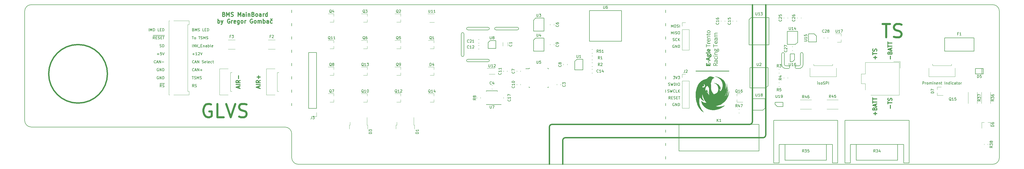
<source format=gbr>
%TF.GenerationSoftware,KiCad,Pcbnew,(5.0.0-rc2-dev-632-g76d3b6f04)*%
%TF.CreationDate,2018-06-22T22:14:38+02:00*%
%TF.ProjectId,MainBoard,4D61696E426F6172642E6B696361645F,rev?*%
%TF.SameCoordinates,Original*%
%TF.FileFunction,Legend,Top*%
%TF.FilePolarity,Positive*%
%FSLAX46Y46*%
G04 Gerber Fmt 4.6, Leading zero omitted, Abs format (unit mm)*
G04 Created by KiCad (PCBNEW (5.0.0-rc2-dev-632-g76d3b6f04)) date 06/22/18 22:14:38*
%MOMM*%
%LPD*%
G01*
G04 APERTURE LIST*
%ADD10C,0.300000*%
%ADD11C,0.150000*%
%ADD12C,0.200000*%
%ADD13C,0.750000*%
%ADD14C,0.500000*%
%ADD15C,0.120000*%
%ADD16C,0.010000*%
G04 APERTURE END LIST*
D10*
X49642857Y-63617857D02*
X49857142Y-63689285D01*
X49928571Y-63760714D01*
X50000000Y-63903571D01*
X50000000Y-64117857D01*
X49928571Y-64260714D01*
X49857142Y-64332142D01*
X49714285Y-64403571D01*
X49142857Y-64403571D01*
X49142857Y-62903571D01*
X49642857Y-62903571D01*
X49785714Y-62975000D01*
X49857142Y-63046428D01*
X49928571Y-63189285D01*
X49928571Y-63332142D01*
X49857142Y-63475000D01*
X49785714Y-63546428D01*
X49642857Y-63617857D01*
X49142857Y-63617857D01*
X50642857Y-64403571D02*
X50642857Y-62903571D01*
X51142857Y-63975000D01*
X51642857Y-62903571D01*
X51642857Y-64403571D01*
X52285714Y-64332142D02*
X52500000Y-64403571D01*
X52857142Y-64403571D01*
X53000000Y-64332142D01*
X53071428Y-64260714D01*
X53142857Y-64117857D01*
X53142857Y-63975000D01*
X53071428Y-63832142D01*
X53000000Y-63760714D01*
X52857142Y-63689285D01*
X52571428Y-63617857D01*
X52428571Y-63546428D01*
X52357142Y-63475000D01*
X52285714Y-63332142D01*
X52285714Y-63189285D01*
X52357142Y-63046428D01*
X52428571Y-62975000D01*
X52571428Y-62903571D01*
X52928571Y-62903571D01*
X53142857Y-62975000D01*
X54928571Y-64403571D02*
X54928571Y-62903571D01*
X55428571Y-63975000D01*
X55928571Y-62903571D01*
X55928571Y-64403571D01*
X57285714Y-64403571D02*
X57285714Y-63617857D01*
X57214285Y-63475000D01*
X57071428Y-63403571D01*
X56785714Y-63403571D01*
X56642857Y-63475000D01*
X57285714Y-64332142D02*
X57142857Y-64403571D01*
X56785714Y-64403571D01*
X56642857Y-64332142D01*
X56571428Y-64189285D01*
X56571428Y-64046428D01*
X56642857Y-63903571D01*
X56785714Y-63832142D01*
X57142857Y-63832142D01*
X57285714Y-63760714D01*
X57999999Y-64403571D02*
X57999999Y-63403571D01*
X57999999Y-62903571D02*
X57928571Y-62975000D01*
X57999999Y-63046428D01*
X58071428Y-62975000D01*
X57999999Y-62903571D01*
X57999999Y-63046428D01*
X58714285Y-63403571D02*
X58714285Y-64403571D01*
X58714285Y-63546428D02*
X58785714Y-63475000D01*
X58928571Y-63403571D01*
X59142857Y-63403571D01*
X59285714Y-63475000D01*
X59357142Y-63617857D01*
X59357142Y-64403571D01*
X60571428Y-63617857D02*
X60785714Y-63689285D01*
X60857142Y-63760714D01*
X60928571Y-63903571D01*
X60928571Y-64117857D01*
X60857142Y-64260714D01*
X60785714Y-64332142D01*
X60642857Y-64403571D01*
X60071428Y-64403571D01*
X60071428Y-62903571D01*
X60571428Y-62903571D01*
X60714285Y-62975000D01*
X60785714Y-63046428D01*
X60857142Y-63189285D01*
X60857142Y-63332142D01*
X60785714Y-63475000D01*
X60714285Y-63546428D01*
X60571428Y-63617857D01*
X60071428Y-63617857D01*
X61785714Y-64403571D02*
X61642857Y-64332142D01*
X61571428Y-64260714D01*
X61499999Y-64117857D01*
X61499999Y-63689285D01*
X61571428Y-63546428D01*
X61642857Y-63475000D01*
X61785714Y-63403571D01*
X61999999Y-63403571D01*
X62142857Y-63475000D01*
X62214285Y-63546428D01*
X62285714Y-63689285D01*
X62285714Y-64117857D01*
X62214285Y-64260714D01*
X62142857Y-64332142D01*
X61999999Y-64403571D01*
X61785714Y-64403571D01*
X63571428Y-64403571D02*
X63571428Y-63617857D01*
X63499999Y-63475000D01*
X63357142Y-63403571D01*
X63071428Y-63403571D01*
X62928571Y-63475000D01*
X63571428Y-64332142D02*
X63428571Y-64403571D01*
X63071428Y-64403571D01*
X62928571Y-64332142D01*
X62857142Y-64189285D01*
X62857142Y-64046428D01*
X62928571Y-63903571D01*
X63071428Y-63832142D01*
X63428571Y-63832142D01*
X63571428Y-63760714D01*
X64285714Y-64403571D02*
X64285714Y-63403571D01*
X64285714Y-63689285D02*
X64357142Y-63546428D01*
X64428571Y-63475000D01*
X64571428Y-63403571D01*
X64714285Y-63403571D01*
X65857142Y-64403571D02*
X65857142Y-62903571D01*
X65857142Y-64332142D02*
X65714285Y-64403571D01*
X65428571Y-64403571D01*
X65285714Y-64332142D01*
X65214285Y-64260714D01*
X65142857Y-64117857D01*
X65142857Y-63689285D01*
X65214285Y-63546428D01*
X65285714Y-63475000D01*
X65428571Y-63403571D01*
X65714285Y-63403571D01*
X65857142Y-63475000D01*
X47357142Y-66953571D02*
X47357142Y-65453571D01*
X47357142Y-66025000D02*
X47500000Y-65953571D01*
X47785714Y-65953571D01*
X47928571Y-66025000D01*
X48000000Y-66096428D01*
X48071428Y-66239285D01*
X48071428Y-66667857D01*
X48000000Y-66810714D01*
X47928571Y-66882142D01*
X47785714Y-66953571D01*
X47500000Y-66953571D01*
X47357142Y-66882142D01*
X48571428Y-65953571D02*
X48928571Y-66953571D01*
X49285714Y-65953571D02*
X48928571Y-66953571D01*
X48785714Y-67310714D01*
X48714285Y-67382142D01*
X48571428Y-67453571D01*
X51785714Y-65525000D02*
X51642857Y-65453571D01*
X51428571Y-65453571D01*
X51214285Y-65525000D01*
X51071428Y-65667857D01*
X51000000Y-65810714D01*
X50928571Y-66096428D01*
X50928571Y-66310714D01*
X51000000Y-66596428D01*
X51071428Y-66739285D01*
X51214285Y-66882142D01*
X51428571Y-66953571D01*
X51571428Y-66953571D01*
X51785714Y-66882142D01*
X51857142Y-66810714D01*
X51857142Y-66310714D01*
X51571428Y-66310714D01*
X52500000Y-66953571D02*
X52500000Y-65953571D01*
X52500000Y-66239285D02*
X52571428Y-66096428D01*
X52642857Y-66025000D01*
X52785714Y-65953571D01*
X52928571Y-65953571D01*
X54000000Y-66882142D02*
X53857142Y-66953571D01*
X53571428Y-66953571D01*
X53428571Y-66882142D01*
X53357142Y-66739285D01*
X53357142Y-66167857D01*
X53428571Y-66025000D01*
X53571428Y-65953571D01*
X53857142Y-65953571D01*
X54000000Y-66025000D01*
X54071428Y-66167857D01*
X54071428Y-66310714D01*
X53357142Y-66453571D01*
X55357142Y-65953571D02*
X55357142Y-67167857D01*
X55285714Y-67310714D01*
X55214285Y-67382142D01*
X55071428Y-67453571D01*
X54857142Y-67453571D01*
X54714285Y-67382142D01*
X55357142Y-66882142D02*
X55214285Y-66953571D01*
X54928571Y-66953571D01*
X54785714Y-66882142D01*
X54714285Y-66810714D01*
X54642857Y-66667857D01*
X54642857Y-66239285D01*
X54714285Y-66096428D01*
X54785714Y-66025000D01*
X54928571Y-65953571D01*
X55214285Y-65953571D01*
X55357142Y-66025000D01*
X56285714Y-66953571D02*
X56142857Y-66882142D01*
X56071428Y-66810714D01*
X56000000Y-66667857D01*
X56000000Y-66239285D01*
X56071428Y-66096428D01*
X56142857Y-66025000D01*
X56285714Y-65953571D01*
X56500000Y-65953571D01*
X56642857Y-66025000D01*
X56714285Y-66096428D01*
X56785714Y-66239285D01*
X56785714Y-66667857D01*
X56714285Y-66810714D01*
X56642857Y-66882142D01*
X56500000Y-66953571D01*
X56285714Y-66953571D01*
X57428571Y-66953571D02*
X57428571Y-65953571D01*
X57428571Y-66239285D02*
X57500000Y-66096428D01*
X57571428Y-66025000D01*
X57714285Y-65953571D01*
X57857142Y-65953571D01*
X60285714Y-65525000D02*
X60142857Y-65453571D01*
X59928571Y-65453571D01*
X59714285Y-65525000D01*
X59571428Y-65667857D01*
X59500000Y-65810714D01*
X59428571Y-66096428D01*
X59428571Y-66310714D01*
X59500000Y-66596428D01*
X59571428Y-66739285D01*
X59714285Y-66882142D01*
X59928571Y-66953571D01*
X60071428Y-66953571D01*
X60285714Y-66882142D01*
X60357142Y-66810714D01*
X60357142Y-66310714D01*
X60071428Y-66310714D01*
X61214285Y-66953571D02*
X61071428Y-66882142D01*
X61000000Y-66810714D01*
X60928571Y-66667857D01*
X60928571Y-66239285D01*
X61000000Y-66096428D01*
X61071428Y-66025000D01*
X61214285Y-65953571D01*
X61428571Y-65953571D01*
X61571428Y-66025000D01*
X61642857Y-66096428D01*
X61714285Y-66239285D01*
X61714285Y-66667857D01*
X61642857Y-66810714D01*
X61571428Y-66882142D01*
X61428571Y-66953571D01*
X61214285Y-66953571D01*
X62357142Y-66953571D02*
X62357142Y-65953571D01*
X62357142Y-66096428D02*
X62428571Y-66025000D01*
X62571428Y-65953571D01*
X62785714Y-65953571D01*
X62928571Y-66025000D01*
X63000000Y-66167857D01*
X63000000Y-66953571D01*
X63000000Y-66167857D02*
X63071428Y-66025000D01*
X63214285Y-65953571D01*
X63428571Y-65953571D01*
X63571428Y-66025000D01*
X63642857Y-66167857D01*
X63642857Y-66953571D01*
X64357142Y-66953571D02*
X64357142Y-65453571D01*
X64357142Y-66025000D02*
X64500000Y-65953571D01*
X64785714Y-65953571D01*
X64928571Y-66025000D01*
X65000000Y-66096428D01*
X65071428Y-66239285D01*
X65071428Y-66667857D01*
X65000000Y-66810714D01*
X64928571Y-66882142D01*
X64785714Y-66953571D01*
X64500000Y-66953571D01*
X64357142Y-66882142D01*
X66357142Y-66953571D02*
X66357142Y-66167857D01*
X66285714Y-66025000D01*
X66142857Y-65953571D01*
X65857142Y-65953571D01*
X65714285Y-66025000D01*
X66357142Y-66882142D02*
X66214285Y-66953571D01*
X65857142Y-66953571D01*
X65714285Y-66882142D01*
X65642857Y-66739285D01*
X65642857Y-66596428D01*
X65714285Y-66453571D01*
X65857142Y-66382142D01*
X66214285Y-66382142D01*
X66357142Y-66310714D01*
X67714285Y-66882142D02*
X67571428Y-66953571D01*
X67285714Y-66953571D01*
X67142857Y-66882142D01*
X67071428Y-66810714D01*
X67000000Y-66667857D01*
X67000000Y-66239285D01*
X67071428Y-66096428D01*
X67142857Y-66025000D01*
X67285714Y-65953571D01*
X67571428Y-65953571D01*
X67714285Y-66025000D01*
X67142857Y-65382142D02*
X67428571Y-65596428D01*
X67714285Y-65382142D01*
D11*
X21545357Y-69952380D02*
X21545357Y-68952380D01*
X22021547Y-69952380D02*
X22021547Y-68952380D01*
X22354880Y-69666666D01*
X22688214Y-68952380D01*
X22688214Y-69952380D01*
X23164404Y-69952380D02*
X23164404Y-68952380D01*
X23402500Y-68952380D01*
X23545357Y-69000000D01*
X23640595Y-69095238D01*
X23688214Y-69190476D01*
X23735833Y-69380952D01*
X23735833Y-69523809D01*
X23688214Y-69714285D01*
X23640595Y-69809523D01*
X23545357Y-69904761D01*
X23402500Y-69952380D01*
X23164404Y-69952380D01*
X25402499Y-69952380D02*
X24926309Y-69952380D01*
X24926309Y-68952380D01*
X25735833Y-69428571D02*
X26069166Y-69428571D01*
X26212023Y-69952380D02*
X25735833Y-69952380D01*
X25735833Y-68952380D01*
X26212023Y-68952380D01*
X26640595Y-69952380D02*
X26640595Y-68952380D01*
X26878690Y-68952380D01*
X27021547Y-69000000D01*
X27116785Y-69095238D01*
X27164404Y-69190476D01*
X27212023Y-69380952D01*
X27212023Y-69523809D01*
X27164404Y-69714285D01*
X27116785Y-69809523D01*
X27021547Y-69904761D01*
X26878690Y-69952380D01*
X26640595Y-69952380D01*
X23055565Y-71585000D02*
X23878690Y-71585000D01*
X23688214Y-72952380D02*
X23354880Y-72476190D01*
X23116785Y-72952380D02*
X23116785Y-71952380D01*
X23497738Y-71952380D01*
X23592976Y-72000000D01*
X23640595Y-72047619D01*
X23688214Y-72142857D01*
X23688214Y-72285714D01*
X23640595Y-72380952D01*
X23592976Y-72428571D01*
X23497738Y-72476190D01*
X23116785Y-72476190D01*
X23878690Y-71585000D02*
X24783452Y-71585000D01*
X24116785Y-72428571D02*
X24450119Y-72428571D01*
X24592976Y-72952380D02*
X24116785Y-72952380D01*
X24116785Y-71952380D01*
X24592976Y-71952380D01*
X24783452Y-71585000D02*
X25735833Y-71585000D01*
X24973928Y-72904761D02*
X25116785Y-72952380D01*
X25354880Y-72952380D01*
X25450119Y-72904761D01*
X25497738Y-72857142D01*
X25545357Y-72761904D01*
X25545357Y-72666666D01*
X25497738Y-72571428D01*
X25450119Y-72523809D01*
X25354880Y-72476190D01*
X25164404Y-72428571D01*
X25069166Y-72380952D01*
X25021547Y-72333333D01*
X24973928Y-72238095D01*
X24973928Y-72142857D01*
X25021547Y-72047619D01*
X25069166Y-72000000D01*
X25164404Y-71952380D01*
X25402500Y-71952380D01*
X25545357Y-72000000D01*
X25735833Y-71585000D02*
X26640595Y-71585000D01*
X25973928Y-72428571D02*
X26307261Y-72428571D01*
X26450119Y-72952380D02*
X25973928Y-72952380D01*
X25973928Y-71952380D01*
X26450119Y-71952380D01*
X26640595Y-71585000D02*
X27402500Y-71585000D01*
X26735833Y-71952380D02*
X27307261Y-71952380D01*
X27021547Y-72952380D02*
X27021547Y-71952380D01*
X25640595Y-75904761D02*
X25783452Y-75952380D01*
X26021547Y-75952380D01*
X26116785Y-75904761D01*
X26164404Y-75857142D01*
X26212023Y-75761904D01*
X26212023Y-75666666D01*
X26164404Y-75571428D01*
X26116785Y-75523809D01*
X26021547Y-75476190D01*
X25831071Y-75428571D01*
X25735833Y-75380952D01*
X25688214Y-75333333D01*
X25640595Y-75238095D01*
X25640595Y-75142857D01*
X25688214Y-75047619D01*
X25735833Y-75000000D01*
X25831071Y-74952380D01*
X26069166Y-74952380D01*
X26212023Y-75000000D01*
X26640595Y-75952380D02*
X26640595Y-74952380D01*
X26878690Y-74952380D01*
X27021547Y-75000000D01*
X27116785Y-75095238D01*
X27164404Y-75190476D01*
X27212023Y-75380952D01*
X27212023Y-75523809D01*
X27164404Y-75714285D01*
X27116785Y-75809523D01*
X27021547Y-75904761D01*
X26878690Y-75952380D01*
X26640595Y-75952380D01*
X24592976Y-78571428D02*
X25354880Y-78571428D01*
X24973928Y-78952380D02*
X24973928Y-78190476D01*
X26307261Y-77952380D02*
X25831071Y-77952380D01*
X25783452Y-78428571D01*
X25831071Y-78380952D01*
X25926309Y-78333333D01*
X26164404Y-78333333D01*
X26259642Y-78380952D01*
X26307261Y-78428571D01*
X26354880Y-78523809D01*
X26354880Y-78761904D01*
X26307261Y-78857142D01*
X26259642Y-78904761D01*
X26164404Y-78952380D01*
X25926309Y-78952380D01*
X25831071Y-78904761D01*
X25783452Y-78857142D01*
X26640595Y-77952380D02*
X26973928Y-78952380D01*
X27307261Y-77952380D01*
X24069166Y-81857142D02*
X24021547Y-81904761D01*
X23878690Y-81952380D01*
X23783452Y-81952380D01*
X23640595Y-81904761D01*
X23545357Y-81809523D01*
X23497738Y-81714285D01*
X23450119Y-81523809D01*
X23450119Y-81380952D01*
X23497738Y-81190476D01*
X23545357Y-81095238D01*
X23640595Y-81000000D01*
X23783452Y-80952380D01*
X23878690Y-80952380D01*
X24021547Y-81000000D01*
X24069166Y-81047619D01*
X24450119Y-81666666D02*
X24926309Y-81666666D01*
X24354880Y-81952380D02*
X24688214Y-80952380D01*
X25021547Y-81952380D01*
X25354880Y-81952380D02*
X25354880Y-80952380D01*
X25926309Y-81952380D01*
X25926309Y-80952380D01*
X26402500Y-81571428D02*
X27164404Y-81571428D01*
X25116785Y-84000000D02*
X25021547Y-83952380D01*
X24878690Y-83952380D01*
X24735833Y-84000000D01*
X24640595Y-84095238D01*
X24592976Y-84190476D01*
X24545357Y-84380952D01*
X24545357Y-84523809D01*
X24592976Y-84714285D01*
X24640595Y-84809523D01*
X24735833Y-84904761D01*
X24878690Y-84952380D01*
X24973928Y-84952380D01*
X25116785Y-84904761D01*
X25164404Y-84857142D01*
X25164404Y-84523809D01*
X24973928Y-84523809D01*
X25592976Y-84952380D02*
X25592976Y-83952380D01*
X26164404Y-84952380D01*
X26164404Y-83952380D01*
X26640595Y-84952380D02*
X26640595Y-83952380D01*
X26878690Y-83952380D01*
X27021547Y-84000000D01*
X27116785Y-84095238D01*
X27164404Y-84190476D01*
X27212023Y-84380952D01*
X27212023Y-84523809D01*
X27164404Y-84714285D01*
X27116785Y-84809523D01*
X27021547Y-84904761D01*
X26878690Y-84952380D01*
X26640595Y-84952380D01*
X25116785Y-87000000D02*
X25021547Y-86952380D01*
X24878690Y-86952380D01*
X24735833Y-87000000D01*
X24640595Y-87095238D01*
X24592976Y-87190476D01*
X24545357Y-87380952D01*
X24545357Y-87523809D01*
X24592976Y-87714285D01*
X24640595Y-87809523D01*
X24735833Y-87904761D01*
X24878690Y-87952380D01*
X24973928Y-87952380D01*
X25116785Y-87904761D01*
X25164404Y-87857142D01*
X25164404Y-87523809D01*
X24973928Y-87523809D01*
X25592976Y-87952380D02*
X25592976Y-86952380D01*
X26164404Y-87952380D01*
X26164404Y-86952380D01*
X26640595Y-87952380D02*
X26640595Y-86952380D01*
X26878690Y-86952380D01*
X27021547Y-87000000D01*
X27116785Y-87095238D01*
X27164404Y-87190476D01*
X27212023Y-87380952D01*
X27212023Y-87523809D01*
X27164404Y-87714285D01*
X27116785Y-87809523D01*
X27021547Y-87904761D01*
X26878690Y-87952380D01*
X26640595Y-87952380D01*
X25626994Y-89585000D02*
X26450119Y-89585000D01*
X26259642Y-90952380D02*
X25926309Y-90476190D01*
X25688214Y-90952380D02*
X25688214Y-89952380D01*
X26069166Y-89952380D01*
X26164404Y-90000000D01*
X26212023Y-90047619D01*
X26259642Y-90142857D01*
X26259642Y-90285714D01*
X26212023Y-90380952D01*
X26164404Y-90428571D01*
X26069166Y-90476190D01*
X25688214Y-90476190D01*
X26450119Y-89585000D02*
X27402500Y-89585000D01*
X26640595Y-90904761D02*
X26783452Y-90952380D01*
X27021547Y-90952380D01*
X27116785Y-90904761D01*
X27164404Y-90857142D01*
X27212023Y-90761904D01*
X27212023Y-90666666D01*
X27164404Y-90571428D01*
X27116785Y-90523809D01*
X27021547Y-90476190D01*
X26831071Y-90428571D01*
X26735833Y-90380952D01*
X26688214Y-90333333D01*
X26640595Y-90238095D01*
X26640595Y-90142857D01*
X26688214Y-90047619D01*
X26735833Y-90000000D01*
X26831071Y-89952380D01*
X27069166Y-89952380D01*
X27212023Y-90000000D01*
X38407023Y-90952380D02*
X38073690Y-90476190D01*
X37835595Y-90952380D02*
X37835595Y-89952380D01*
X38216547Y-89952380D01*
X38311785Y-90000000D01*
X38359404Y-90047619D01*
X38407023Y-90142857D01*
X38407023Y-90285714D01*
X38359404Y-90380952D01*
X38311785Y-90428571D01*
X38216547Y-90476190D01*
X37835595Y-90476190D01*
X38787976Y-90904761D02*
X38930833Y-90952380D01*
X39168928Y-90952380D01*
X39264166Y-90904761D01*
X39311785Y-90857142D01*
X39359404Y-90761904D01*
X39359404Y-90666666D01*
X39311785Y-90571428D01*
X39264166Y-90523809D01*
X39168928Y-90476190D01*
X38978452Y-90428571D01*
X38883214Y-90380952D01*
X38835595Y-90333333D01*
X38787976Y-90238095D01*
X38787976Y-90142857D01*
X38835595Y-90047619D01*
X38883214Y-90000000D01*
X38978452Y-89952380D01*
X39216547Y-89952380D01*
X39359404Y-90000000D01*
X37692738Y-86952380D02*
X38264166Y-86952380D01*
X37978452Y-87952380D02*
X37978452Y-86952380D01*
X38549880Y-87904761D02*
X38692738Y-87952380D01*
X38930833Y-87952380D01*
X39026071Y-87904761D01*
X39073690Y-87857142D01*
X39121309Y-87761904D01*
X39121309Y-87666666D01*
X39073690Y-87571428D01*
X39026071Y-87523809D01*
X38930833Y-87476190D01*
X38740357Y-87428571D01*
X38645119Y-87380952D01*
X38597500Y-87333333D01*
X38549880Y-87238095D01*
X38549880Y-87142857D01*
X38597500Y-87047619D01*
X38645119Y-87000000D01*
X38740357Y-86952380D01*
X38978452Y-86952380D01*
X39121309Y-87000000D01*
X39549880Y-87952380D02*
X39549880Y-86952380D01*
X39883214Y-87666666D01*
X40216547Y-86952380D01*
X40216547Y-87952380D01*
X40645119Y-87904761D02*
X40787976Y-87952380D01*
X41026071Y-87952380D01*
X41121309Y-87904761D01*
X41168928Y-87857142D01*
X41216547Y-87761904D01*
X41216547Y-87666666D01*
X41168928Y-87571428D01*
X41121309Y-87523809D01*
X41026071Y-87476190D01*
X40835595Y-87428571D01*
X40740357Y-87380952D01*
X40692738Y-87333333D01*
X40645119Y-87238095D01*
X40645119Y-87142857D01*
X40692738Y-87047619D01*
X40740357Y-87000000D01*
X40835595Y-86952380D01*
X41073690Y-86952380D01*
X41216547Y-87000000D01*
X38407023Y-84857142D02*
X38359404Y-84904761D01*
X38216547Y-84952380D01*
X38121309Y-84952380D01*
X37978452Y-84904761D01*
X37883214Y-84809523D01*
X37835595Y-84714285D01*
X37787976Y-84523809D01*
X37787976Y-84380952D01*
X37835595Y-84190476D01*
X37883214Y-84095238D01*
X37978452Y-84000000D01*
X38121309Y-83952380D01*
X38216547Y-83952380D01*
X38359404Y-84000000D01*
X38407023Y-84047619D01*
X38787976Y-84666666D02*
X39264166Y-84666666D01*
X38692738Y-84952380D02*
X39026071Y-83952380D01*
X39359404Y-84952380D01*
X39692738Y-84952380D02*
X39692738Y-83952380D01*
X40264166Y-84952380D01*
X40264166Y-83952380D01*
X40740357Y-84571428D02*
X41502261Y-84571428D01*
X41121309Y-84952380D02*
X41121309Y-84190476D01*
X38407023Y-81857142D02*
X38359404Y-81904761D01*
X38216547Y-81952380D01*
X38121309Y-81952380D01*
X37978452Y-81904761D01*
X37883214Y-81809523D01*
X37835595Y-81714285D01*
X37787976Y-81523809D01*
X37787976Y-81380952D01*
X37835595Y-81190476D01*
X37883214Y-81095238D01*
X37978452Y-81000000D01*
X38121309Y-80952380D01*
X38216547Y-80952380D01*
X38359404Y-81000000D01*
X38407023Y-81047619D01*
X38787976Y-81666666D02*
X39264166Y-81666666D01*
X38692738Y-81952380D02*
X39026071Y-80952380D01*
X39359404Y-81952380D01*
X39692738Y-81952380D02*
X39692738Y-80952380D01*
X40264166Y-81952380D01*
X40264166Y-80952380D01*
X41454642Y-81904761D02*
X41597500Y-81952380D01*
X41835595Y-81952380D01*
X41930833Y-81904761D01*
X41978452Y-81857142D01*
X42026071Y-81761904D01*
X42026071Y-81666666D01*
X41978452Y-81571428D01*
X41930833Y-81523809D01*
X41835595Y-81476190D01*
X41645119Y-81428571D01*
X41549880Y-81380952D01*
X41502261Y-81333333D01*
X41454642Y-81238095D01*
X41454642Y-81142857D01*
X41502261Y-81047619D01*
X41549880Y-81000000D01*
X41645119Y-80952380D01*
X41883214Y-80952380D01*
X42026071Y-81000000D01*
X42835595Y-81904761D02*
X42740357Y-81952380D01*
X42549880Y-81952380D01*
X42454642Y-81904761D01*
X42407023Y-81809523D01*
X42407023Y-81428571D01*
X42454642Y-81333333D01*
X42549880Y-81285714D01*
X42740357Y-81285714D01*
X42835595Y-81333333D01*
X42883214Y-81428571D01*
X42883214Y-81523809D01*
X42407023Y-81619047D01*
X43454642Y-81952380D02*
X43359404Y-81904761D01*
X43311785Y-81809523D01*
X43311785Y-80952380D01*
X44216547Y-81904761D02*
X44121309Y-81952380D01*
X43930833Y-81952380D01*
X43835595Y-81904761D01*
X43787976Y-81809523D01*
X43787976Y-81428571D01*
X43835595Y-81333333D01*
X43930833Y-81285714D01*
X44121309Y-81285714D01*
X44216547Y-81333333D01*
X44264166Y-81428571D01*
X44264166Y-81523809D01*
X43787976Y-81619047D01*
X45121309Y-81904761D02*
X45026071Y-81952380D01*
X44835595Y-81952380D01*
X44740357Y-81904761D01*
X44692738Y-81857142D01*
X44645119Y-81761904D01*
X44645119Y-81476190D01*
X44692738Y-81380952D01*
X44740357Y-81333333D01*
X44835595Y-81285714D01*
X45026071Y-81285714D01*
X45121309Y-81333333D01*
X45407023Y-81285714D02*
X45787976Y-81285714D01*
X45549880Y-80952380D02*
X45549880Y-81809523D01*
X45597500Y-81904761D01*
X45692738Y-81952380D01*
X45787976Y-81952380D01*
X37835595Y-78571428D02*
X38597500Y-78571428D01*
X38216547Y-78952380D02*
X38216547Y-78190476D01*
X39597500Y-78952380D02*
X39026071Y-78952380D01*
X39311785Y-78952380D02*
X39311785Y-77952380D01*
X39216547Y-78095238D01*
X39121309Y-78190476D01*
X39026071Y-78238095D01*
X39978452Y-78047619D02*
X40026071Y-78000000D01*
X40121309Y-77952380D01*
X40359404Y-77952380D01*
X40454642Y-78000000D01*
X40502261Y-78047619D01*
X40549880Y-78142857D01*
X40549880Y-78238095D01*
X40502261Y-78380952D01*
X39930833Y-78952380D01*
X40549880Y-78952380D01*
X40835595Y-77952380D02*
X41168928Y-78952380D01*
X41502261Y-77952380D01*
X37835595Y-75952380D02*
X37835595Y-74952380D01*
X38311785Y-75952380D02*
X38311785Y-74952380D01*
X38883214Y-75952380D01*
X38883214Y-74952380D01*
X39216547Y-74952380D02*
X39549880Y-75952380D01*
X39883214Y-74952380D01*
X39978452Y-76047619D02*
X40740357Y-76047619D01*
X40978452Y-75428571D02*
X41311785Y-75428571D01*
X41454642Y-75952380D02*
X40978452Y-75952380D01*
X40978452Y-74952380D01*
X41454642Y-74952380D01*
X41883214Y-75285714D02*
X41883214Y-75952380D01*
X41883214Y-75380952D02*
X41930833Y-75333333D01*
X42026071Y-75285714D01*
X42168928Y-75285714D01*
X42264166Y-75333333D01*
X42311785Y-75428571D01*
X42311785Y-75952380D01*
X43216547Y-75952380D02*
X43216547Y-75428571D01*
X43168928Y-75333333D01*
X43073690Y-75285714D01*
X42883214Y-75285714D01*
X42787976Y-75333333D01*
X43216547Y-75904761D02*
X43121309Y-75952380D01*
X42883214Y-75952380D01*
X42787976Y-75904761D01*
X42740357Y-75809523D01*
X42740357Y-75714285D01*
X42787976Y-75619047D01*
X42883214Y-75571428D01*
X43121309Y-75571428D01*
X43216547Y-75523809D01*
X43692738Y-75952380D02*
X43692738Y-74952380D01*
X43692738Y-75333333D02*
X43787976Y-75285714D01*
X43978452Y-75285714D01*
X44073690Y-75333333D01*
X44121309Y-75380952D01*
X44168928Y-75476190D01*
X44168928Y-75761904D01*
X44121309Y-75857142D01*
X44073690Y-75904761D01*
X43978452Y-75952380D01*
X43787976Y-75952380D01*
X43692738Y-75904761D01*
X44740357Y-75952380D02*
X44645119Y-75904761D01*
X44597500Y-75809523D01*
X44597500Y-74952380D01*
X45502261Y-75904761D02*
X45407023Y-75952380D01*
X45216547Y-75952380D01*
X45121309Y-75904761D01*
X45073690Y-75809523D01*
X45073690Y-75428571D01*
X45121309Y-75333333D01*
X45216547Y-75285714D01*
X45407023Y-75285714D01*
X45502261Y-75333333D01*
X45549880Y-75428571D01*
X45549880Y-75523809D01*
X45073690Y-75619047D01*
X37692738Y-71952380D02*
X38264166Y-71952380D01*
X37978452Y-72952380D02*
X37978452Y-71952380D01*
X38740357Y-72952380D02*
X38645119Y-72904761D01*
X38597500Y-72857142D01*
X38549880Y-72761904D01*
X38549880Y-72476190D01*
X38597500Y-72380952D01*
X38645119Y-72333333D01*
X38740357Y-72285714D01*
X38883214Y-72285714D01*
X38978452Y-72333333D01*
X39026071Y-72380952D01*
X39073690Y-72476190D01*
X39073690Y-72761904D01*
X39026071Y-72857142D01*
X38978452Y-72904761D01*
X38883214Y-72952380D01*
X38740357Y-72952380D01*
X40121309Y-71952380D02*
X40692738Y-71952380D01*
X40407023Y-72952380D02*
X40407023Y-71952380D01*
X40978452Y-72904761D02*
X41121309Y-72952380D01*
X41359404Y-72952380D01*
X41454642Y-72904761D01*
X41502261Y-72857142D01*
X41549880Y-72761904D01*
X41549880Y-72666666D01*
X41502261Y-72571428D01*
X41454642Y-72523809D01*
X41359404Y-72476190D01*
X41168928Y-72428571D01*
X41073690Y-72380952D01*
X41026071Y-72333333D01*
X40978452Y-72238095D01*
X40978452Y-72142857D01*
X41026071Y-72047619D01*
X41073690Y-72000000D01*
X41168928Y-71952380D01*
X41407023Y-71952380D01*
X41549880Y-72000000D01*
X41978452Y-72952380D02*
X41978452Y-71952380D01*
X42311785Y-72666666D01*
X42645119Y-71952380D01*
X42645119Y-72952380D01*
X43073690Y-72904761D02*
X43216547Y-72952380D01*
X43454642Y-72952380D01*
X43549880Y-72904761D01*
X43597500Y-72857142D01*
X43645119Y-72761904D01*
X43645119Y-72666666D01*
X43597500Y-72571428D01*
X43549880Y-72523809D01*
X43454642Y-72476190D01*
X43264166Y-72428571D01*
X43168928Y-72380952D01*
X43121309Y-72333333D01*
X43073690Y-72238095D01*
X43073690Y-72142857D01*
X43121309Y-72047619D01*
X43168928Y-72000000D01*
X43264166Y-71952380D01*
X43502261Y-71952380D01*
X43645119Y-72000000D01*
X38168928Y-69428571D02*
X38311785Y-69476190D01*
X38359404Y-69523809D01*
X38407023Y-69619047D01*
X38407023Y-69761904D01*
X38359404Y-69857142D01*
X38311785Y-69904761D01*
X38216547Y-69952380D01*
X37835595Y-69952380D01*
X37835595Y-68952380D01*
X38168928Y-68952380D01*
X38264166Y-69000000D01*
X38311785Y-69047619D01*
X38359404Y-69142857D01*
X38359404Y-69238095D01*
X38311785Y-69333333D01*
X38264166Y-69380952D01*
X38168928Y-69428571D01*
X37835595Y-69428571D01*
X38835595Y-69952380D02*
X38835595Y-68952380D01*
X39168928Y-69666666D01*
X39502261Y-68952380D01*
X39502261Y-69952380D01*
X39930833Y-69904761D02*
X40073690Y-69952380D01*
X40311785Y-69952380D01*
X40407023Y-69904761D01*
X40454642Y-69857142D01*
X40502261Y-69761904D01*
X40502261Y-69666666D01*
X40454642Y-69571428D01*
X40407023Y-69523809D01*
X40311785Y-69476190D01*
X40121309Y-69428571D01*
X40026071Y-69380952D01*
X39978452Y-69333333D01*
X39930833Y-69238095D01*
X39930833Y-69142857D01*
X39978452Y-69047619D01*
X40026071Y-69000000D01*
X40121309Y-68952380D01*
X40359404Y-68952380D01*
X40502261Y-69000000D01*
X42168928Y-69952380D02*
X41692738Y-69952380D01*
X41692738Y-68952380D01*
X42502261Y-69428571D02*
X42835595Y-69428571D01*
X42978452Y-69952380D02*
X42502261Y-69952380D01*
X42502261Y-68952380D01*
X42978452Y-68952380D01*
X43407023Y-69952380D02*
X43407023Y-68952380D01*
X43645119Y-68952380D01*
X43787976Y-69000000D01*
X43883214Y-69095238D01*
X43930833Y-69190476D01*
X43978452Y-69380952D01*
X43978452Y-69523809D01*
X43930833Y-69714285D01*
X43883214Y-69809523D01*
X43787976Y-69904761D01*
X43645119Y-69952380D01*
X43407023Y-69952380D01*
D12*
X141000000Y-81500000D02*
X148500000Y-81500000D01*
X141000000Y-80500000D02*
X148500000Y-80500000D01*
X148500000Y-80500000D02*
G75*
G02X148500000Y-81500000I0J-500000D01*
G01*
X141000000Y-81500000D02*
G75*
G02X141000000Y-80500000I0J500000D01*
G01*
X139500000Y-71000000D02*
X139500000Y-79000000D01*
X138500000Y-71000000D02*
X138500000Y-79000000D01*
X139500000Y-79000000D02*
G75*
G02X138500000Y-79000000I-500000J0D01*
G01*
X138500000Y-71000000D02*
G75*
G02X139500000Y-71000000I500000J0D01*
G01*
X151500000Y-69500000D02*
X159500000Y-69500000D01*
X151500000Y-68500000D02*
X159500000Y-68500000D01*
X141000000Y-69500000D02*
X148500000Y-69500000D01*
X141000000Y-68500000D02*
X148500000Y-68500000D01*
X151500000Y-69500000D02*
G75*
G02X151500000Y-68500000I0J500000D01*
G01*
X148500000Y-68500000D02*
G75*
G02X148500000Y-69500000I0J-500000D01*
G01*
X159500000Y-68500000D02*
G75*
G02X159500000Y-69500000I0J-500000D01*
G01*
X141000000Y-69500000D02*
G75*
G02X141000000Y-68500000I0J500000D01*
G01*
D11*
X218211785Y-75215000D02*
X218116547Y-75167380D01*
X217973690Y-75167380D01*
X217830833Y-75215000D01*
X217735595Y-75310238D01*
X217687976Y-75405476D01*
X217640357Y-75595952D01*
X217640357Y-75738809D01*
X217687976Y-75929285D01*
X217735595Y-76024523D01*
X217830833Y-76119761D01*
X217973690Y-76167380D01*
X218068928Y-76167380D01*
X218211785Y-76119761D01*
X218259404Y-76072142D01*
X218259404Y-75738809D01*
X218068928Y-75738809D01*
X218687976Y-76167380D02*
X218687976Y-75167380D01*
X219259404Y-76167380D01*
X219259404Y-75167380D01*
X219735595Y-76167380D02*
X219735595Y-75167380D01*
X219973690Y-75167380D01*
X220116547Y-75215000D01*
X220211785Y-75310238D01*
X220259404Y-75405476D01*
X220307023Y-75595952D01*
X220307023Y-75738809D01*
X220259404Y-75929285D01*
X220211785Y-76024523D01*
X220116547Y-76119761D01*
X219973690Y-76167380D01*
X219735595Y-76167380D01*
X217735595Y-73579761D02*
X217878452Y-73627380D01*
X218116547Y-73627380D01*
X218211785Y-73579761D01*
X218259404Y-73532142D01*
X218307023Y-73436904D01*
X218307023Y-73341666D01*
X218259404Y-73246428D01*
X218211785Y-73198809D01*
X218116547Y-73151190D01*
X217926071Y-73103571D01*
X217830833Y-73055952D01*
X217783214Y-73008333D01*
X217735595Y-72913095D01*
X217735595Y-72817857D01*
X217783214Y-72722619D01*
X217830833Y-72675000D01*
X217926071Y-72627380D01*
X218164166Y-72627380D01*
X218307023Y-72675000D01*
X219307023Y-73532142D02*
X219259404Y-73579761D01*
X219116547Y-73627380D01*
X219021309Y-73627380D01*
X218878452Y-73579761D01*
X218783214Y-73484523D01*
X218735595Y-73389285D01*
X218687976Y-73198809D01*
X218687976Y-73055952D01*
X218735595Y-72865476D01*
X218783214Y-72770238D01*
X218878452Y-72675000D01*
X219021309Y-72627380D01*
X219116547Y-72627380D01*
X219259404Y-72675000D01*
X219307023Y-72722619D01*
X219735595Y-73627380D02*
X219735595Y-72627380D01*
X220307023Y-73627380D02*
X219878452Y-73055952D01*
X220307023Y-72627380D02*
X219735595Y-73198809D01*
X217116547Y-71087380D02*
X217116547Y-70087380D01*
X217449880Y-70801666D01*
X217783214Y-70087380D01*
X217783214Y-71087380D01*
X218259404Y-71087380D02*
X218259404Y-70087380D01*
X218687976Y-71039761D02*
X218830833Y-71087380D01*
X219068928Y-71087380D01*
X219164166Y-71039761D01*
X219211785Y-70992142D01*
X219259404Y-70896904D01*
X219259404Y-70801666D01*
X219211785Y-70706428D01*
X219164166Y-70658809D01*
X219068928Y-70611190D01*
X218878452Y-70563571D01*
X218783214Y-70515952D01*
X218735595Y-70468333D01*
X218687976Y-70373095D01*
X218687976Y-70277857D01*
X218735595Y-70182619D01*
X218783214Y-70135000D01*
X218878452Y-70087380D01*
X219116547Y-70087380D01*
X219259404Y-70135000D01*
X219878452Y-70087380D02*
X220068928Y-70087380D01*
X220164166Y-70135000D01*
X220259404Y-70230238D01*
X220307023Y-70420714D01*
X220307023Y-70754047D01*
X220259404Y-70944523D01*
X220164166Y-71039761D01*
X220068928Y-71087380D01*
X219878452Y-71087380D01*
X219783214Y-71039761D01*
X219687976Y-70944523D01*
X219640357Y-70754047D01*
X219640357Y-70420714D01*
X219687976Y-70230238D01*
X219783214Y-70135000D01*
X219878452Y-70087380D01*
X217116547Y-68547380D02*
X217116547Y-67547380D01*
X217449880Y-68261666D01*
X217783214Y-67547380D01*
X217783214Y-68547380D01*
X218449880Y-67547380D02*
X218640357Y-67547380D01*
X218735595Y-67595000D01*
X218830833Y-67690238D01*
X218878452Y-67880714D01*
X218878452Y-68214047D01*
X218830833Y-68404523D01*
X218735595Y-68499761D01*
X218640357Y-68547380D01*
X218449880Y-68547380D01*
X218354642Y-68499761D01*
X218259404Y-68404523D01*
X218211785Y-68214047D01*
X218211785Y-67880714D01*
X218259404Y-67690238D01*
X218354642Y-67595000D01*
X218449880Y-67547380D01*
X219259404Y-68499761D02*
X219402261Y-68547380D01*
X219640357Y-68547380D01*
X219735595Y-68499761D01*
X219783214Y-68452142D01*
X219830833Y-68356904D01*
X219830833Y-68261666D01*
X219783214Y-68166428D01*
X219735595Y-68118809D01*
X219640357Y-68071190D01*
X219449880Y-68023571D01*
X219354642Y-67975952D01*
X219307023Y-67928333D01*
X219259404Y-67833095D01*
X219259404Y-67737857D01*
X219307023Y-67642619D01*
X219354642Y-67595000D01*
X219449880Y-67547380D01*
X219687976Y-67547380D01*
X219830833Y-67595000D01*
X220259404Y-68547380D02*
X220259404Y-67547380D01*
D10*
X299207142Y-80447857D02*
X299207142Y-79305000D01*
X298992857Y-78090714D02*
X299064285Y-77876428D01*
X299135714Y-77805000D01*
X299278571Y-77733571D01*
X299492857Y-77733571D01*
X299635714Y-77805000D01*
X299707142Y-77876428D01*
X299778571Y-78019285D01*
X299778571Y-78590714D01*
X298278571Y-78590714D01*
X298278571Y-78090714D01*
X298350000Y-77947857D01*
X298421428Y-77876428D01*
X298564285Y-77805000D01*
X298707142Y-77805000D01*
X298850000Y-77876428D01*
X298921428Y-77947857D01*
X298992857Y-78090714D01*
X298992857Y-78590714D01*
X299350000Y-77162142D02*
X299350000Y-76447857D01*
X299778571Y-77305000D02*
X298278571Y-76805000D01*
X299778571Y-76305000D01*
X298278571Y-76019285D02*
X298278571Y-75162142D01*
X299778571Y-75590714D02*
X298278571Y-75590714D01*
X298278571Y-74876428D02*
X298278571Y-74019285D01*
X299778571Y-74447857D02*
X298278571Y-74447857D01*
X293507142Y-80447857D02*
X293507142Y-79305000D01*
X294078571Y-79876428D02*
X292935714Y-79876428D01*
X292578571Y-78805000D02*
X292578571Y-77947857D01*
X294078571Y-78376428D02*
X292578571Y-78376428D01*
X294007142Y-77519285D02*
X294078571Y-77305000D01*
X294078571Y-76947857D01*
X294007142Y-76805000D01*
X293935714Y-76733571D01*
X293792857Y-76662142D01*
X293650000Y-76662142D01*
X293507142Y-76733571D01*
X293435714Y-76805000D01*
X293364285Y-76947857D01*
X293292857Y-77233571D01*
X293221428Y-77376428D01*
X293150000Y-77447857D01*
X293007142Y-77519285D01*
X292864285Y-77519285D01*
X292721428Y-77447857D01*
X292650000Y-77376428D01*
X292578571Y-77233571D01*
X292578571Y-76876428D01*
X292650000Y-76662142D01*
X293507142Y-101466428D02*
X293507142Y-100323571D01*
X294078571Y-100895000D02*
X292935714Y-100895000D01*
X293292857Y-99109285D02*
X293364285Y-98895000D01*
X293435714Y-98823571D01*
X293578571Y-98752142D01*
X293792857Y-98752142D01*
X293935714Y-98823571D01*
X294007142Y-98895000D01*
X294078571Y-99037857D01*
X294078571Y-99609285D01*
X292578571Y-99609285D01*
X292578571Y-99109285D01*
X292650000Y-98966428D01*
X292721428Y-98895000D01*
X292864285Y-98823571D01*
X293007142Y-98823571D01*
X293150000Y-98895000D01*
X293221428Y-98966428D01*
X293292857Y-99109285D01*
X293292857Y-99609285D01*
X293650000Y-98180714D02*
X293650000Y-97466428D01*
X294078571Y-98323571D02*
X292578571Y-97823571D01*
X294078571Y-97323571D01*
X292578571Y-97037857D02*
X292578571Y-96180714D01*
X294078571Y-96609285D02*
X292578571Y-96609285D01*
X292578571Y-95895000D02*
X292578571Y-95037857D01*
X294078571Y-95466428D02*
X292578571Y-95466428D01*
X299207142Y-98966428D02*
X299207142Y-97823571D01*
X298278571Y-97323571D02*
X298278571Y-96466428D01*
X299778571Y-96895000D02*
X298278571Y-96895000D01*
X299707142Y-96037857D02*
X299778571Y-95823571D01*
X299778571Y-95466428D01*
X299707142Y-95323571D01*
X299635714Y-95252142D01*
X299492857Y-95180714D01*
X299350000Y-95180714D01*
X299207142Y-95252142D01*
X299135714Y-95323571D01*
X299064285Y-95466428D01*
X298992857Y-95752142D01*
X298921428Y-95895000D01*
X298850000Y-95966428D01*
X298707142Y-96037857D01*
X298564285Y-96037857D01*
X298421428Y-95966428D01*
X298350000Y-95895000D01*
X298278571Y-95752142D01*
X298278571Y-95395000D01*
X298350000Y-95180714D01*
D13*
X44761904Y-97500000D02*
X44285714Y-97261904D01*
X43571428Y-97261904D01*
X42857142Y-97500000D01*
X42380952Y-97976190D01*
X42142857Y-98452380D01*
X41904761Y-99404761D01*
X41904761Y-100119047D01*
X42142857Y-101071428D01*
X42380952Y-101547619D01*
X42857142Y-102023809D01*
X43571428Y-102261904D01*
X44047619Y-102261904D01*
X44761904Y-102023809D01*
X45000000Y-101785714D01*
X45000000Y-100119047D01*
X44047619Y-100119047D01*
X49523809Y-102261904D02*
X47142857Y-102261904D01*
X47142857Y-97261904D01*
X50476190Y-97261904D02*
X52142857Y-102261904D01*
X53809523Y-97261904D01*
X55238095Y-102023809D02*
X55952380Y-102261904D01*
X57142857Y-102261904D01*
X57619047Y-102023809D01*
X57857142Y-101785714D01*
X58095238Y-101309523D01*
X58095238Y-100833333D01*
X57857142Y-100357142D01*
X57619047Y-100119047D01*
X57142857Y-99880952D01*
X56190476Y-99642857D01*
X55714285Y-99404761D01*
X55476190Y-99166666D01*
X55238095Y-98690476D01*
X55238095Y-98214285D01*
X55476190Y-97738095D01*
X55714285Y-97500000D01*
X56190476Y-97261904D01*
X57380952Y-97261904D01*
X58095238Y-97500000D01*
X296190476Y-67261904D02*
X299047619Y-67261904D01*
X297619047Y-72261904D02*
X297619047Y-67261904D01*
X300476190Y-72023809D02*
X301190476Y-72261904D01*
X302380952Y-72261904D01*
X302857142Y-72023809D01*
X303095238Y-71785714D01*
X303333333Y-71309523D01*
X303333333Y-70833333D01*
X303095238Y-70357142D01*
X302857142Y-70119047D01*
X302380952Y-69880952D01*
X301428571Y-69642857D01*
X300952380Y-69404761D01*
X300714285Y-69166666D01*
X300476190Y-68690476D01*
X300476190Y-68214285D01*
X300714285Y-67738095D01*
X300952380Y-67500000D01*
X301428571Y-67261904D01*
X302619047Y-67261904D01*
X303333333Y-67500000D01*
D14*
X171500000Y-106000000D02*
G75*
G02X172500000Y-105000000I1000000J0D01*
G01*
X171500000Y-106000000D02*
X171500000Y-120000000D01*
X246500000Y-105000000D02*
X172500000Y-105000000D01*
X247500000Y-104000000D02*
G75*
G02X246500000Y-105000000I-1000000J0D01*
G01*
X247500000Y-60000000D02*
X247500000Y-104000000D01*
X252500000Y-109000000D02*
X252500000Y-60000000D01*
X252500000Y-109000000D02*
G75*
G02X251500000Y-110000000I-1000000J0D01*
G01*
X177500000Y-110000000D02*
X251500000Y-110000000D01*
X176500000Y-111000000D02*
G75*
G02X177500000Y-110000000I1000000J0D01*
G01*
X176500000Y-120000000D02*
X176500000Y-111000000D01*
D12*
X264000000Y-84000000D02*
X265000000Y-84000000D01*
X266500000Y-82500000D02*
X266500000Y-78500000D01*
X266500000Y-82500000D02*
G75*
G02X265000000Y-84000000I-1500000J0D01*
G01*
X265500000Y-82500000D02*
G75*
G02X265000000Y-83000000I-500000J0D01*
G01*
X260000000Y-84000000D02*
X261000000Y-84000000D01*
X258500000Y-78500000D02*
X258500000Y-82500000D01*
X260000000Y-84000000D02*
G75*
G02X258500000Y-82500000I0J1500000D01*
G01*
X265000000Y-83000000D02*
X264000000Y-83000000D01*
X265500000Y-78500000D02*
X265500000Y-82500000D01*
X265500000Y-78500000D02*
G75*
G02X266500000Y-78500000I500000J0D01*
G01*
X264000000Y-84000000D02*
G75*
G02X264000000Y-83000000I0J500000D01*
G01*
X260000000Y-83000000D02*
X261000000Y-83000000D01*
X259500000Y-78500000D02*
X259500000Y-82500000D01*
X260000000Y-83000000D02*
G75*
G02X259500000Y-82500000I0J500000D01*
G01*
X261000000Y-83000000D02*
G75*
G02X261000000Y-84000000I0J-500000D01*
G01*
X258500000Y-78500000D02*
G75*
G02X259500000Y-78500000I500000J0D01*
G01*
D11*
X311261904Y-89952380D02*
X311261904Y-88952380D01*
X311642857Y-88952380D01*
X311738095Y-89000000D01*
X311785714Y-89047619D01*
X311833333Y-89142857D01*
X311833333Y-89285714D01*
X311785714Y-89380952D01*
X311738095Y-89428571D01*
X311642857Y-89476190D01*
X311261904Y-89476190D01*
X312261904Y-89952380D02*
X312261904Y-89285714D01*
X312261904Y-89476190D02*
X312309523Y-89380952D01*
X312357142Y-89333333D01*
X312452380Y-89285714D01*
X312547619Y-89285714D01*
X313023809Y-89952380D02*
X312928571Y-89904761D01*
X312880952Y-89857142D01*
X312833333Y-89761904D01*
X312833333Y-89476190D01*
X312880952Y-89380952D01*
X312928571Y-89333333D01*
X313023809Y-89285714D01*
X313166666Y-89285714D01*
X313261904Y-89333333D01*
X313309523Y-89380952D01*
X313357142Y-89476190D01*
X313357142Y-89761904D01*
X313309523Y-89857142D01*
X313261904Y-89904761D01*
X313166666Y-89952380D01*
X313023809Y-89952380D01*
X313785714Y-89952380D02*
X313785714Y-89285714D01*
X313785714Y-89380952D02*
X313833333Y-89333333D01*
X313928571Y-89285714D01*
X314071428Y-89285714D01*
X314166666Y-89333333D01*
X314214285Y-89428571D01*
X314214285Y-89952380D01*
X314214285Y-89428571D02*
X314261904Y-89333333D01*
X314357142Y-89285714D01*
X314500000Y-89285714D01*
X314595238Y-89333333D01*
X314642857Y-89428571D01*
X314642857Y-89952380D01*
X315119047Y-89952380D02*
X315119047Y-89285714D01*
X315119047Y-88952380D02*
X315071428Y-89000000D01*
X315119047Y-89047619D01*
X315166666Y-89000000D01*
X315119047Y-88952380D01*
X315119047Y-89047619D01*
X315595238Y-89285714D02*
X315595238Y-89952380D01*
X315595238Y-89380952D02*
X315642857Y-89333333D01*
X315738095Y-89285714D01*
X315880952Y-89285714D01*
X315976190Y-89333333D01*
X316023809Y-89428571D01*
X316023809Y-89952380D01*
X316880952Y-89904761D02*
X316785714Y-89952380D01*
X316595238Y-89952380D01*
X316500000Y-89904761D01*
X316452380Y-89809523D01*
X316452380Y-89428571D01*
X316500000Y-89333333D01*
X316595238Y-89285714D01*
X316785714Y-89285714D01*
X316880952Y-89333333D01*
X316928571Y-89428571D01*
X316928571Y-89523809D01*
X316452380Y-89619047D01*
X317357142Y-89285714D02*
X317357142Y-89952380D01*
X317357142Y-89380952D02*
X317404761Y-89333333D01*
X317500000Y-89285714D01*
X317642857Y-89285714D01*
X317738095Y-89333333D01*
X317785714Y-89428571D01*
X317785714Y-89952380D01*
X318119047Y-89285714D02*
X318500000Y-89285714D01*
X318261904Y-88952380D02*
X318261904Y-89809523D01*
X318309523Y-89904761D01*
X318404761Y-89952380D01*
X318500000Y-89952380D01*
X319595238Y-89952380D02*
X319595238Y-88952380D01*
X320071428Y-89285714D02*
X320071428Y-89952380D01*
X320071428Y-89380952D02*
X320119047Y-89333333D01*
X320214285Y-89285714D01*
X320357142Y-89285714D01*
X320452380Y-89333333D01*
X320500000Y-89428571D01*
X320500000Y-89952380D01*
X321404761Y-89952380D02*
X321404761Y-88952380D01*
X321404761Y-89904761D02*
X321309523Y-89952380D01*
X321119047Y-89952380D01*
X321023809Y-89904761D01*
X320976190Y-89857142D01*
X320928571Y-89761904D01*
X320928571Y-89476190D01*
X320976190Y-89380952D01*
X321023809Y-89333333D01*
X321119047Y-89285714D01*
X321309523Y-89285714D01*
X321404761Y-89333333D01*
X321880952Y-89952380D02*
X321880952Y-89285714D01*
X321880952Y-88952380D02*
X321833333Y-89000000D01*
X321880952Y-89047619D01*
X321928571Y-89000000D01*
X321880952Y-88952380D01*
X321880952Y-89047619D01*
X322785714Y-89904761D02*
X322690476Y-89952380D01*
X322500000Y-89952380D01*
X322404761Y-89904761D01*
X322357142Y-89857142D01*
X322309523Y-89761904D01*
X322309523Y-89476190D01*
X322357142Y-89380952D01*
X322404761Y-89333333D01*
X322500000Y-89285714D01*
X322690476Y-89285714D01*
X322785714Y-89333333D01*
X323642857Y-89952380D02*
X323642857Y-89428571D01*
X323595238Y-89333333D01*
X323500000Y-89285714D01*
X323309523Y-89285714D01*
X323214285Y-89333333D01*
X323642857Y-89904761D02*
X323547619Y-89952380D01*
X323309523Y-89952380D01*
X323214285Y-89904761D01*
X323166666Y-89809523D01*
X323166666Y-89714285D01*
X323214285Y-89619047D01*
X323309523Y-89571428D01*
X323547619Y-89571428D01*
X323642857Y-89523809D01*
X323976190Y-89285714D02*
X324357142Y-89285714D01*
X324119047Y-88952380D02*
X324119047Y-89809523D01*
X324166666Y-89904761D01*
X324261904Y-89952380D01*
X324357142Y-89952380D01*
X324833333Y-89952380D02*
X324738095Y-89904761D01*
X324690476Y-89857142D01*
X324642857Y-89761904D01*
X324642857Y-89476190D01*
X324690476Y-89380952D01*
X324738095Y-89333333D01*
X324833333Y-89285714D01*
X324976190Y-89285714D01*
X325071428Y-89333333D01*
X325119047Y-89380952D01*
X325166666Y-89476190D01*
X325166666Y-89761904D01*
X325119047Y-89857142D01*
X325071428Y-89904761D01*
X324976190Y-89952380D01*
X324833333Y-89952380D01*
X325595238Y-89952380D02*
X325595238Y-89285714D01*
X325595238Y-89476190D02*
X325642857Y-89380952D01*
X325690476Y-89333333D01*
X325785714Y-89285714D01*
X325880952Y-89285714D01*
X218211785Y-97080000D02*
X218116547Y-97032380D01*
X217973690Y-97032380D01*
X217830833Y-97080000D01*
X217735595Y-97175238D01*
X217687976Y-97270476D01*
X217640357Y-97460952D01*
X217640357Y-97603809D01*
X217687976Y-97794285D01*
X217735595Y-97889523D01*
X217830833Y-97984761D01*
X217973690Y-98032380D01*
X218068928Y-98032380D01*
X218211785Y-97984761D01*
X218259404Y-97937142D01*
X218259404Y-97603809D01*
X218068928Y-97603809D01*
X218687976Y-98032380D02*
X218687976Y-97032380D01*
X219259404Y-98032380D01*
X219259404Y-97032380D01*
X219735595Y-98032380D02*
X219735595Y-97032380D01*
X219973690Y-97032380D01*
X220116547Y-97080000D01*
X220211785Y-97175238D01*
X220259404Y-97270476D01*
X220307023Y-97460952D01*
X220307023Y-97603809D01*
X220259404Y-97794285D01*
X220211785Y-97889523D01*
X220116547Y-97984761D01*
X219973690Y-98032380D01*
X219735595Y-98032380D01*
X216783214Y-95492380D02*
X216449880Y-95016190D01*
X216211785Y-95492380D02*
X216211785Y-94492380D01*
X216592738Y-94492380D01*
X216687976Y-94540000D01*
X216735595Y-94587619D01*
X216783214Y-94682857D01*
X216783214Y-94825714D01*
X216735595Y-94920952D01*
X216687976Y-94968571D01*
X216592738Y-95016190D01*
X216211785Y-95016190D01*
X217211785Y-94968571D02*
X217545119Y-94968571D01*
X217687976Y-95492380D02*
X217211785Y-95492380D01*
X217211785Y-94492380D01*
X217687976Y-94492380D01*
X218068928Y-95444761D02*
X218211785Y-95492380D01*
X218449880Y-95492380D01*
X218545119Y-95444761D01*
X218592738Y-95397142D01*
X218640357Y-95301904D01*
X218640357Y-95206666D01*
X218592738Y-95111428D01*
X218545119Y-95063809D01*
X218449880Y-95016190D01*
X218259404Y-94968571D01*
X218164166Y-94920952D01*
X218116547Y-94873333D01*
X218068928Y-94778095D01*
X218068928Y-94682857D01*
X218116547Y-94587619D01*
X218164166Y-94540000D01*
X218259404Y-94492380D01*
X218497500Y-94492380D01*
X218640357Y-94540000D01*
X219068928Y-94968571D02*
X219402261Y-94968571D01*
X219545119Y-95492380D02*
X219068928Y-95492380D01*
X219068928Y-94492380D01*
X219545119Y-94492380D01*
X219830833Y-94492380D02*
X220402261Y-94492380D01*
X220116547Y-95492380D02*
X220116547Y-94492380D01*
X215783214Y-92904761D02*
X215926071Y-92952380D01*
X216164166Y-92952380D01*
X216259404Y-92904761D01*
X216307023Y-92857142D01*
X216354642Y-92761904D01*
X216354642Y-92666666D01*
X216307023Y-92571428D01*
X216259404Y-92523809D01*
X216164166Y-92476190D01*
X215973690Y-92428571D01*
X215878452Y-92380952D01*
X215830833Y-92333333D01*
X215783214Y-92238095D01*
X215783214Y-92142857D01*
X215830833Y-92047619D01*
X215878452Y-92000000D01*
X215973690Y-91952380D01*
X216211785Y-91952380D01*
X216354642Y-92000000D01*
X216687976Y-91952380D02*
X216926071Y-92952380D01*
X217116547Y-92238095D01*
X217307023Y-92952380D01*
X217545119Y-91952380D01*
X218497500Y-92857142D02*
X218449880Y-92904761D01*
X218307023Y-92952380D01*
X218211785Y-92952380D01*
X218068928Y-92904761D01*
X217973690Y-92809523D01*
X217926071Y-92714285D01*
X217878452Y-92523809D01*
X217878452Y-92380952D01*
X217926071Y-92190476D01*
X217973690Y-92095238D01*
X218068928Y-92000000D01*
X218211785Y-91952380D01*
X218307023Y-91952380D01*
X218449880Y-92000000D01*
X218497500Y-92047619D01*
X219402261Y-92952380D02*
X218926071Y-92952380D01*
X218926071Y-91952380D01*
X219735595Y-92952380D02*
X219735595Y-91952380D01*
X220307023Y-92952380D02*
X219878452Y-92380952D01*
X220307023Y-91952380D02*
X219735595Y-92523809D01*
X216068928Y-90364761D02*
X216211785Y-90412380D01*
X216449880Y-90412380D01*
X216545119Y-90364761D01*
X216592738Y-90317142D01*
X216640357Y-90221904D01*
X216640357Y-90126666D01*
X216592738Y-90031428D01*
X216545119Y-89983809D01*
X216449880Y-89936190D01*
X216259404Y-89888571D01*
X216164166Y-89840952D01*
X216116547Y-89793333D01*
X216068928Y-89698095D01*
X216068928Y-89602857D01*
X216116547Y-89507619D01*
X216164166Y-89460000D01*
X216259404Y-89412380D01*
X216497500Y-89412380D01*
X216640357Y-89460000D01*
X216973690Y-89412380D02*
X217211785Y-90412380D01*
X217402261Y-89698095D01*
X217592738Y-90412380D01*
X217830833Y-89412380D01*
X218211785Y-90412380D02*
X218211785Y-89412380D01*
X218449880Y-89412380D01*
X218592738Y-89460000D01*
X218687976Y-89555238D01*
X218735595Y-89650476D01*
X218783214Y-89840952D01*
X218783214Y-89983809D01*
X218735595Y-90174285D01*
X218687976Y-90269523D01*
X218592738Y-90364761D01*
X218449880Y-90412380D01*
X218211785Y-90412380D01*
X219211785Y-90412380D02*
X219211785Y-89412380D01*
X219878452Y-89412380D02*
X220068928Y-89412380D01*
X220164166Y-89460000D01*
X220259404Y-89555238D01*
X220307023Y-89745714D01*
X220307023Y-90079047D01*
X220259404Y-90269523D01*
X220164166Y-90364761D01*
X220068928Y-90412380D01*
X219878452Y-90412380D01*
X219783214Y-90364761D01*
X219687976Y-90269523D01*
X219640357Y-90079047D01*
X219640357Y-89745714D01*
X219687976Y-89555238D01*
X219783214Y-89460000D01*
X219878452Y-89412380D01*
X217878452Y-86872380D02*
X218497500Y-86872380D01*
X218164166Y-87253333D01*
X218307023Y-87253333D01*
X218402261Y-87300952D01*
X218449880Y-87348571D01*
X218497500Y-87443809D01*
X218497500Y-87681904D01*
X218449880Y-87777142D01*
X218402261Y-87824761D01*
X218307023Y-87872380D01*
X218021309Y-87872380D01*
X217926071Y-87824761D01*
X217878452Y-87777142D01*
X218783214Y-86872380D02*
X219116547Y-87872380D01*
X219449880Y-86872380D01*
X219687976Y-86872380D02*
X220307023Y-86872380D01*
X219973690Y-87253333D01*
X220116547Y-87253333D01*
X220211785Y-87300952D01*
X220259404Y-87348571D01*
X220307023Y-87443809D01*
X220307023Y-87681904D01*
X220259404Y-87777142D01*
X220211785Y-87824761D01*
X220116547Y-87872380D01*
X219830833Y-87872380D01*
X219735595Y-87824761D01*
X219687976Y-87777142D01*
D10*
X62750000Y-91392857D02*
X62750000Y-90678571D01*
X63178571Y-91535714D02*
X61678571Y-91035714D01*
X63178571Y-90535714D01*
X63178571Y-90035714D02*
X61678571Y-90035714D01*
X63178571Y-88464285D02*
X62464285Y-88964285D01*
X63178571Y-89321428D02*
X61678571Y-89321428D01*
X61678571Y-88750000D01*
X61750000Y-88607142D01*
X61821428Y-88535714D01*
X61964285Y-88464285D01*
X62178571Y-88464285D01*
X62321428Y-88535714D01*
X62392857Y-88607142D01*
X62464285Y-88750000D01*
X62464285Y-89321428D01*
X62607142Y-87821428D02*
X62607142Y-86678571D01*
X63178571Y-87250000D02*
X62035714Y-87250000D01*
X55250000Y-91392857D02*
X55250000Y-90678571D01*
X55678571Y-91535714D02*
X54178571Y-91035714D01*
X55678571Y-90535714D01*
X55678571Y-90035714D02*
X54178571Y-90035714D01*
X55678571Y-88464285D02*
X54964285Y-88964285D01*
X55678571Y-89321428D02*
X54178571Y-89321428D01*
X54178571Y-88750000D01*
X54250000Y-88607142D01*
X54321428Y-88535714D01*
X54464285Y-88464285D01*
X54678571Y-88464285D01*
X54821428Y-88535714D01*
X54892857Y-88607142D01*
X54964285Y-88750000D01*
X54964285Y-89321428D01*
X55107142Y-87821428D02*
X55107142Y-86678571D01*
D11*
X271928571Y-89952380D02*
X271928571Y-89285714D01*
X271928571Y-88952380D02*
X271880952Y-89000000D01*
X271928571Y-89047619D01*
X271976190Y-89000000D01*
X271928571Y-88952380D01*
X271928571Y-89047619D01*
X272357142Y-89904761D02*
X272452380Y-89952380D01*
X272642857Y-89952380D01*
X272738095Y-89904761D01*
X272785714Y-89809523D01*
X272785714Y-89761904D01*
X272738095Y-89666666D01*
X272642857Y-89619047D01*
X272500000Y-89619047D01*
X272404761Y-89571428D01*
X272357142Y-89476190D01*
X272357142Y-89428571D01*
X272404761Y-89333333D01*
X272500000Y-89285714D01*
X272642857Y-89285714D01*
X272738095Y-89333333D01*
X273357142Y-89952380D02*
X273261904Y-89904761D01*
X273214285Y-89857142D01*
X273166666Y-89761904D01*
X273166666Y-89476190D01*
X273214285Y-89380952D01*
X273261904Y-89333333D01*
X273357142Y-89285714D01*
X273500000Y-89285714D01*
X273595238Y-89333333D01*
X273642857Y-89380952D01*
X273690476Y-89476190D01*
X273690476Y-89761904D01*
X273642857Y-89857142D01*
X273595238Y-89904761D01*
X273500000Y-89952380D01*
X273357142Y-89952380D01*
X274071428Y-89904761D02*
X274214285Y-89952380D01*
X274452380Y-89952380D01*
X274547619Y-89904761D01*
X274595238Y-89857142D01*
X274642857Y-89761904D01*
X274642857Y-89666666D01*
X274595238Y-89571428D01*
X274547619Y-89523809D01*
X274452380Y-89476190D01*
X274261904Y-89428571D01*
X274166666Y-89380952D01*
X274119047Y-89333333D01*
X274071428Y-89238095D01*
X274071428Y-89142857D01*
X274119047Y-89047619D01*
X274166666Y-89000000D01*
X274261904Y-88952380D01*
X274500000Y-88952380D01*
X274642857Y-89000000D01*
X275071428Y-89952380D02*
X275071428Y-88952380D01*
X275452380Y-88952380D01*
X275547619Y-89000000D01*
X275595238Y-89047619D01*
X275642857Y-89142857D01*
X275642857Y-89285714D01*
X275595238Y-89380952D01*
X275547619Y-89428571D01*
X275452380Y-89476190D01*
X275071428Y-89476190D01*
X276071428Y-89952380D02*
X276071428Y-88952380D01*
D12*
X72500000Y-106000000D02*
G75*
G02X75000000Y-108500000I0J-2500000D01*
G01*
X75000000Y-108500000D02*
X75000000Y-117500000D01*
X-22500000Y-106000000D02*
X72500000Y-106000000D01*
X6000000Y-86000000D02*
G75*
G03X6000000Y-86000000I-11000000J0D01*
G01*
X-25000000Y-62500000D02*
G75*
G02X-22500000Y-60000000I2500000J0D01*
G01*
X-22500000Y-106000000D02*
G75*
G02X-25000000Y-103500000I0J2500000D01*
G01*
X-25000000Y-62500000D02*
X-25000000Y-103500000D01*
X75000000Y-97000000D02*
X75000000Y-98000000D01*
X75000000Y-92000000D02*
X75000000Y-93000000D01*
X75000000Y-87000000D02*
X75000000Y-88000000D01*
X75000000Y-82000000D02*
X75000000Y-83000000D01*
X75000000Y-77000000D02*
X75000000Y-78000000D01*
X75000000Y-72000000D02*
X75000000Y-73000000D01*
X75000000Y-67000000D02*
X75000000Y-68000000D01*
X75000000Y-62000000D02*
X75000000Y-63000000D01*
X215000000Y-117000000D02*
X215000000Y-118000000D01*
X215000000Y-112000000D02*
X215000000Y-113000000D01*
X215000000Y-107000000D02*
X215000000Y-108000000D01*
X215000000Y-102000000D02*
X215000000Y-103000000D01*
X215000000Y-97000000D02*
X215000000Y-98000000D01*
X215000000Y-92000000D02*
X215000000Y-93000000D01*
X215000000Y-87000000D02*
X215000000Y-88000000D01*
X215000000Y-82000000D02*
X215000000Y-83000000D01*
X215000000Y-77000000D02*
X215000000Y-78000000D01*
X215000000Y-72000000D02*
X215000000Y-73000000D01*
X215000000Y-67000000D02*
X215000000Y-68000000D01*
X215000000Y-62000000D02*
X215000000Y-63000000D01*
X-22500000Y-60000000D02*
X337500000Y-60000000D01*
X337500000Y-60000000D02*
G75*
G02X340000000Y-62500000I0J-2500000D01*
G01*
X340000000Y-117500000D02*
G75*
G02X337500000Y-120000000I-2500000J0D01*
G01*
X77500000Y-120000000D02*
G75*
G02X75000000Y-117500000I0J2500000D01*
G01*
X337500000Y-120000000D02*
X77500000Y-120000000D01*
X340000000Y-62500000D02*
X340000000Y-117500000D01*
D15*
X68700000Y-84065000D02*
X65490000Y-84065000D01*
X65490000Y-84065000D02*
X65490000Y-93935000D01*
X65490000Y-93935000D02*
X68700000Y-93935000D01*
X70080000Y-85370000D02*
X70080000Y-85485000D01*
X70080000Y-85485000D02*
X69580000Y-85485000D01*
X69580000Y-85485000D02*
X69580000Y-92515000D01*
X69580000Y-92515000D02*
X70080000Y-92515000D01*
X70080000Y-92515000D02*
X70080000Y-92630000D01*
D11*
X301925000Y-112500000D02*
X301925000Y-118500000D01*
X301925000Y-118500000D02*
X286425000Y-118500000D01*
X286425000Y-118500000D02*
X286425000Y-112500000D01*
X304175000Y-112500000D02*
X304175000Y-119500000D01*
X304175000Y-119500000D02*
X306175000Y-119500000D01*
X306175000Y-119500000D02*
X306175000Y-103500000D01*
X306175000Y-103500000D02*
X282175000Y-103500000D01*
X282175000Y-103500000D02*
X282175000Y-119500000D01*
X282175000Y-119500000D02*
X284175000Y-119500000D01*
X284175000Y-119500000D02*
X284175000Y-112500000D01*
X284175000Y-112500000D02*
X304175000Y-112500000D01*
X275250000Y-112500000D02*
X275250000Y-118500000D01*
X275250000Y-118500000D02*
X259750000Y-118500000D01*
X259750000Y-118500000D02*
X259750000Y-112500000D01*
X277500000Y-112500000D02*
X277500000Y-119500000D01*
X277500000Y-119500000D02*
X279500000Y-119500000D01*
X279500000Y-119500000D02*
X279500000Y-103500000D01*
X279500000Y-103500000D02*
X255500000Y-103500000D01*
X255500000Y-103500000D02*
X255500000Y-119500000D01*
X255500000Y-119500000D02*
X257500000Y-119500000D01*
X257500000Y-119500000D02*
X257500000Y-112500000D01*
X257500000Y-112500000D02*
X277500000Y-112500000D01*
D15*
X120950000Y-106730000D02*
X120950000Y-105230000D01*
X120950000Y-105230000D02*
X120680000Y-105230000D01*
X120680000Y-105230000D02*
X120680000Y-102400000D01*
X114050000Y-106730000D02*
X114050000Y-105230000D01*
X114050000Y-105230000D02*
X114320000Y-105230000D01*
X114320000Y-105230000D02*
X114320000Y-104130000D01*
X84321000Y-100500000D02*
X84321000Y-102000000D01*
X84321000Y-102000000D02*
X82821000Y-102000000D01*
D11*
X84321000Y-99000000D02*
X81321000Y-99000000D01*
X81321000Y-99000000D02*
X81321000Y-78000000D01*
X81321000Y-78000000D02*
X84321000Y-78000000D01*
X84321000Y-78000000D02*
X84321000Y-99000000D01*
D14*
X6000000Y-86000000D02*
G75*
G03X6000000Y-86000000I-11000000J0D01*
G01*
D15*
X154090000Y-75495000D02*
X154090000Y-74195000D01*
X155910000Y-75495000D02*
X155910000Y-74195000D01*
X175710000Y-89850000D02*
X175710000Y-90150000D01*
X174290000Y-89850000D02*
X174290000Y-90150000D01*
X149850000Y-90290000D02*
X150150000Y-90290000D01*
X149850000Y-91710000D02*
X150150000Y-91710000D01*
X173210000Y-67350000D02*
X173210000Y-67650000D01*
X171790000Y-67350000D02*
X171790000Y-67650000D01*
X160710000Y-85150000D02*
X160710000Y-84850000D01*
X159290000Y-85150000D02*
X159290000Y-84850000D01*
X178210000Y-82650000D02*
X178210000Y-82350000D01*
X176790000Y-82650000D02*
X176790000Y-82350000D01*
X173210000Y-74850000D02*
X173210000Y-75150000D01*
X171790000Y-74850000D02*
X171790000Y-75150000D01*
X159290000Y-89850000D02*
X159290000Y-90150000D01*
X160710000Y-89850000D02*
X160710000Y-90150000D01*
X154290000Y-84850000D02*
X154290000Y-85150000D01*
X155710000Y-84850000D02*
X155710000Y-85150000D01*
X145150000Y-76665000D02*
X144850000Y-76665000D01*
X145150000Y-75245000D02*
X144850000Y-75245000D01*
X187350000Y-85710000D02*
X187650000Y-85710000D01*
X187350000Y-84290000D02*
X187650000Y-84290000D01*
X241615000Y-66040000D02*
X241615000Y-66340000D01*
X240195000Y-66040000D02*
X240195000Y-66340000D01*
X237170000Y-66040000D02*
X237170000Y-66340000D01*
X235750000Y-66040000D02*
X235750000Y-66340000D01*
X155710000Y-94850000D02*
X155710000Y-95150000D01*
X154290000Y-94850000D02*
X154290000Y-95150000D01*
X145150000Y-73040000D02*
X144850000Y-73040000D01*
X145150000Y-74460000D02*
X144850000Y-74460000D01*
X260710000Y-64850000D02*
X260710000Y-65150000D01*
X259290000Y-64850000D02*
X259290000Y-65150000D01*
X264290000Y-64850000D02*
X264290000Y-65150000D01*
X265710000Y-64850000D02*
X265710000Y-65150000D01*
X262350000Y-77210000D02*
X262650000Y-77210000D01*
X262350000Y-75790000D02*
X262650000Y-75790000D01*
X275710000Y-72650000D02*
X275710000Y-72350000D01*
X274290000Y-72650000D02*
X274290000Y-72350000D01*
X96820000Y-105230000D02*
X96820000Y-104130000D01*
X96550000Y-105230000D02*
X96820000Y-105230000D01*
X96550000Y-106730000D02*
X96550000Y-105230000D01*
X103180000Y-105230000D02*
X103180000Y-102400000D01*
X103450000Y-105230000D02*
X103180000Y-105230000D01*
X103450000Y-106730000D02*
X103450000Y-105230000D01*
X128260000Y-86580000D02*
X128260000Y-85650000D01*
X128260000Y-83420000D02*
X128260000Y-84350000D01*
X128260000Y-83420000D02*
X126100000Y-83420000D01*
X128260000Y-86580000D02*
X126800000Y-86580000D01*
D11*
X334000000Y-84000000D02*
X331000000Y-84000000D01*
X331000000Y-84000000D02*
X331000000Y-86000000D01*
X331000000Y-86000000D02*
X334000000Y-86000000D01*
X334000000Y-86000000D02*
X334000000Y-84000000D01*
X334000000Y-84000000D02*
X333750000Y-84000000D01*
X333500000Y-84000000D02*
X333500000Y-86000000D01*
D15*
X336580000Y-104240000D02*
X336580000Y-105700000D01*
X333420000Y-104240000D02*
X333420000Y-106400000D01*
X333420000Y-104240000D02*
X334350000Y-104240000D01*
X336580000Y-104240000D02*
X335650000Y-104240000D01*
D11*
X319500000Y-72500000D02*
X319500000Y-77500000D01*
X319500000Y-77500000D02*
X330500000Y-77500000D01*
X330500000Y-77500000D02*
X330500000Y-72500000D01*
X330500000Y-72500000D02*
X319500000Y-72500000D01*
D15*
X269065000Y-83800000D02*
X269065000Y-87010000D01*
X269065000Y-87010000D02*
X278935000Y-87010000D01*
X278935000Y-87010000D02*
X278935000Y-83800000D01*
X270370000Y-82420000D02*
X270485000Y-82420000D01*
X270485000Y-82420000D02*
X270485000Y-82920000D01*
X270485000Y-82920000D02*
X277515000Y-82920000D01*
X277515000Y-82920000D02*
X277515000Y-82420000D01*
X277515000Y-82420000D02*
X277630000Y-82420000D01*
X221170000Y-98910000D02*
X223830000Y-98910000D01*
X221170000Y-88690000D02*
X221170000Y-98910000D01*
X223830000Y-88690000D02*
X223830000Y-98910000D01*
X221170000Y-88690000D02*
X223830000Y-88690000D01*
X221170000Y-87420000D02*
X221170000Y-86090000D01*
X221170000Y-86090000D02*
X222500000Y-86090000D01*
X29300000Y-66065000D02*
X28990000Y-66065000D01*
X28990000Y-66065000D02*
X28990000Y-93935000D01*
X28990000Y-93935000D02*
X29300000Y-93935000D01*
X30820000Y-66065000D02*
X36580000Y-66065000D01*
X36580000Y-66065000D02*
X36580000Y-67485000D01*
X36580000Y-67485000D02*
X36080000Y-67485000D01*
X36080000Y-67485000D02*
X36080000Y-92515000D01*
X36080000Y-92515000D02*
X36580000Y-92515000D01*
X36580000Y-92515000D02*
X36580000Y-93935000D01*
X36580000Y-93935000D02*
X30820000Y-93935000D01*
X52580000Y-92515000D02*
X52580000Y-92630000D01*
X52080000Y-92515000D02*
X52580000Y-92515000D01*
X52080000Y-85485000D02*
X52080000Y-92515000D01*
X52580000Y-85485000D02*
X52080000Y-85485000D01*
X52580000Y-85370000D02*
X52580000Y-85485000D01*
X47990000Y-93935000D02*
X51200000Y-93935000D01*
X47990000Y-84065000D02*
X47990000Y-93935000D01*
X51200000Y-84065000D02*
X47990000Y-84065000D01*
X322015000Y-82420000D02*
X322130000Y-82420000D01*
X322015000Y-82920000D02*
X322015000Y-82420000D01*
X314985000Y-82920000D02*
X322015000Y-82920000D01*
X314985000Y-82420000D02*
X314985000Y-82920000D01*
X314870000Y-82420000D02*
X314985000Y-82420000D01*
X323435000Y-87010000D02*
X323435000Y-83800000D01*
X313565000Y-87010000D02*
X323435000Y-87010000D01*
X313565000Y-83800000D02*
X313565000Y-87010000D01*
X302520000Y-87850000D02*
X302520000Y-81715000D01*
X302520000Y-81715000D02*
X289820000Y-81715000D01*
X289820000Y-81715000D02*
X289820000Y-86040000D01*
X289820000Y-86040000D02*
X288270000Y-86040000D01*
X288270000Y-86040000D02*
X288270000Y-87850000D01*
X302520000Y-87850000D02*
X302520000Y-93985000D01*
X302520000Y-93985000D02*
X291790000Y-93985000D01*
X289820000Y-92020000D02*
X289820000Y-89660000D01*
X289820000Y-89660000D02*
X288270000Y-89660000D01*
X288270000Y-89660000D02*
X288270000Y-87850000D01*
X300410000Y-81415000D02*
X302820000Y-81415000D01*
X302820000Y-81415000D02*
X302820000Y-83825000D01*
D11*
X220000000Y-105000000D02*
X250000000Y-105000000D01*
X250000000Y-105000000D02*
X250000000Y-115000000D01*
X250000000Y-115000000D02*
X220000000Y-115000000D01*
X220000000Y-115000000D02*
X220000000Y-105000000D01*
D15*
X128260000Y-76580000D02*
X126800000Y-76580000D01*
X128260000Y-73420000D02*
X126100000Y-73420000D01*
X128260000Y-73420000D02*
X128260000Y-74350000D01*
X128260000Y-76580000D02*
X128260000Y-75650000D01*
X115760000Y-66580000D02*
X114300000Y-66580000D01*
X115760000Y-63420000D02*
X113600000Y-63420000D01*
X115760000Y-63420000D02*
X115760000Y-64350000D01*
X115760000Y-66580000D02*
X115760000Y-65650000D01*
X103260000Y-66580000D02*
X103260000Y-65650000D01*
X103260000Y-63420000D02*
X103260000Y-64350000D01*
X103260000Y-63420000D02*
X101100000Y-63420000D01*
X103260000Y-66580000D02*
X101800000Y-66580000D01*
X90760000Y-66580000D02*
X89300000Y-66580000D01*
X90760000Y-63420000D02*
X88600000Y-63420000D01*
X90760000Y-63420000D02*
X90760000Y-64350000D01*
X90760000Y-66580000D02*
X90760000Y-65650000D01*
X115760000Y-76580000D02*
X114300000Y-76580000D01*
X115760000Y-73420000D02*
X113600000Y-73420000D01*
X115760000Y-73420000D02*
X115760000Y-74350000D01*
X115760000Y-76580000D02*
X115760000Y-75650000D01*
X103260000Y-76580000D02*
X101800000Y-76580000D01*
X103260000Y-73420000D02*
X101100000Y-73420000D01*
X103260000Y-73420000D02*
X103260000Y-74350000D01*
X103260000Y-76580000D02*
X103260000Y-75650000D01*
X90760000Y-96580000D02*
X90760000Y-95650000D01*
X90760000Y-93420000D02*
X90760000Y-94350000D01*
X90760000Y-93420000D02*
X88600000Y-93420000D01*
X90760000Y-96580000D02*
X89300000Y-96580000D01*
X90760000Y-86580000D02*
X89300000Y-86580000D01*
X90760000Y-83420000D02*
X88600000Y-83420000D01*
X90760000Y-83420000D02*
X90760000Y-84350000D01*
X90760000Y-86580000D02*
X90760000Y-85650000D01*
X115760000Y-86580000D02*
X115760000Y-85650000D01*
X115760000Y-83420000D02*
X115760000Y-84350000D01*
X115760000Y-83420000D02*
X113600000Y-83420000D01*
X115760000Y-86580000D02*
X114300000Y-86580000D01*
X103260000Y-96580000D02*
X103260000Y-95650000D01*
X103260000Y-93420000D02*
X103260000Y-94350000D01*
X103260000Y-93420000D02*
X101100000Y-93420000D01*
X103260000Y-96580000D02*
X101800000Y-96580000D01*
X90760000Y-76580000D02*
X90760000Y-75650000D01*
X90760000Y-73420000D02*
X90760000Y-74350000D01*
X90760000Y-73420000D02*
X88600000Y-73420000D01*
X90760000Y-76580000D02*
X89300000Y-76580000D01*
X115760000Y-96580000D02*
X115760000Y-95650000D01*
X115760000Y-93420000D02*
X115760000Y-94350000D01*
X115760000Y-93420000D02*
X113600000Y-93420000D01*
X115760000Y-96580000D02*
X114300000Y-96580000D01*
X103260000Y-86580000D02*
X101800000Y-86580000D01*
X103260000Y-83420000D02*
X101100000Y-83420000D01*
X103260000Y-83420000D02*
X103260000Y-84350000D01*
X103260000Y-86580000D02*
X103260000Y-85650000D01*
X128260000Y-96580000D02*
X128260000Y-95650000D01*
X128260000Y-93420000D02*
X128260000Y-94350000D01*
X128260000Y-93420000D02*
X126100000Y-93420000D01*
X128260000Y-96580000D02*
X126800000Y-96580000D01*
X241740000Y-93420000D02*
X243200000Y-93420000D01*
X241740000Y-96580000D02*
X243900000Y-96580000D01*
X241740000Y-96580000D02*
X241740000Y-95650000D01*
X241740000Y-93420000D02*
X241740000Y-94350000D01*
X187650000Y-79290000D02*
X187350000Y-79290000D01*
X187650000Y-80710000D02*
X187350000Y-80710000D01*
X187650000Y-83210000D02*
X187350000Y-83210000D01*
X187650000Y-81790000D02*
X187350000Y-81790000D01*
X257650000Y-84250000D02*
X257350000Y-84250000D01*
X257650000Y-85670000D02*
X257350000Y-85670000D01*
X260710000Y-87650000D02*
X260710000Y-87350000D01*
X259290000Y-87650000D02*
X259290000Y-87350000D01*
X257650000Y-90750000D02*
X257350000Y-90750000D01*
X257650000Y-89330000D02*
X257350000Y-89330000D01*
X144290000Y-94850000D02*
X144290000Y-95150000D01*
X145710000Y-94850000D02*
X145710000Y-95150000D01*
X336710000Y-92900000D02*
X336710000Y-97100000D01*
X333290000Y-92900000D02*
X333290000Y-97100000D01*
X328290000Y-92900000D02*
X328290000Y-97100000D01*
X331710000Y-92900000D02*
X331710000Y-97100000D01*
X334290000Y-112650000D02*
X334290000Y-112350000D01*
X335710000Y-112650000D02*
X335710000Y-112350000D01*
X279600000Y-99210000D02*
X275400000Y-99210000D01*
X279600000Y-95790000D02*
X275400000Y-95790000D01*
X265400000Y-95790000D02*
X269600000Y-95790000D01*
X265400000Y-99210000D02*
X269600000Y-99210000D01*
X242650000Y-99290000D02*
X242350000Y-99290000D01*
X242650000Y-100710000D02*
X242350000Y-100710000D01*
D11*
X181000000Y-81300000D02*
X181800000Y-80500000D01*
X181800000Y-80500000D02*
X184000000Y-80500000D01*
X184000000Y-80500000D02*
X184000000Y-84500000D01*
X184000000Y-84500000D02*
X181000000Y-84500000D01*
X181000000Y-84500000D02*
X181000000Y-81300000D01*
X253350000Y-90515000D02*
X252550000Y-91315000D01*
X252550000Y-91315000D02*
X246650000Y-91315000D01*
X246650000Y-91315000D02*
X246650000Y-83685000D01*
X246650000Y-83685000D02*
X253350000Y-83685000D01*
X253350000Y-83685000D02*
X253350000Y-90515000D01*
X165550000Y-65845000D02*
X166350000Y-65045000D01*
X166350000Y-65045000D02*
X169450000Y-65045000D01*
X169450000Y-65045000D02*
X169450000Y-69955000D01*
X169450000Y-69955000D02*
X165550000Y-69955000D01*
X165550000Y-69955000D02*
X165550000Y-65845000D01*
X165550000Y-77455000D02*
X165550000Y-73345000D01*
X169450000Y-77455000D02*
X165550000Y-77455000D01*
X169450000Y-72545000D02*
X169450000Y-77455000D01*
X166350000Y-72545000D02*
X169450000Y-72545000D01*
X165550000Y-73345000D02*
X166350000Y-72545000D01*
X163875000Y-83875000D02*
X163875000Y-84100000D01*
X171125000Y-83875000D02*
X171125000Y-84175000D01*
X171125000Y-91125000D02*
X171125000Y-90825000D01*
X163875000Y-91125000D02*
X163875000Y-90825000D01*
X163875000Y-83875000D02*
X164175000Y-83875000D01*
X163875000Y-91125000D02*
X164175000Y-91125000D01*
X171125000Y-91125000D02*
X170825000Y-91125000D01*
X171125000Y-83875000D02*
X170825000Y-83875000D01*
X163875000Y-84100000D02*
X162650000Y-84100000D01*
X198500000Y-62250000D02*
X186500000Y-62250000D01*
X186500000Y-62250000D02*
X186500000Y-73750000D01*
X186500000Y-73750000D02*
X198500000Y-73750000D01*
X198500000Y-73750000D02*
X198500000Y-62250000D01*
X152075000Y-97575000D02*
X152075000Y-97525000D01*
X147925000Y-97575000D02*
X147925000Y-97430000D01*
X147925000Y-92425000D02*
X147925000Y-92570000D01*
X152075000Y-92425000D02*
X152075000Y-92570000D01*
X152075000Y-97575000D02*
X147925000Y-97575000D01*
X152075000Y-92425000D02*
X147925000Y-92425000D01*
X152075000Y-97525000D02*
X153475000Y-97525000D01*
X148525000Y-74300000D02*
X149325000Y-73500000D01*
X149325000Y-73500000D02*
X151475000Y-73500000D01*
X151475000Y-73500000D02*
X151475000Y-76500000D01*
X151475000Y-76500000D02*
X148525000Y-76500000D01*
X148525000Y-76500000D02*
X148525000Y-74300000D01*
D15*
X126600000Y-66610000D02*
X128400000Y-66610000D01*
X128400000Y-63390000D02*
X125950000Y-63390000D01*
X151100000Y-86100000D02*
X148900000Y-86100000D01*
X151100000Y-83900000D02*
X148100000Y-83900000D01*
D11*
X246250000Y-65655000D02*
X247050000Y-64855000D01*
X247050000Y-64855000D02*
X253750000Y-64855000D01*
X253750000Y-64855000D02*
X253750000Y-75145000D01*
X253750000Y-75145000D02*
X246250000Y-75145000D01*
X246250000Y-75145000D02*
X246250000Y-65655000D01*
X264450000Y-74155000D02*
X263650000Y-74955000D01*
X263650000Y-74955000D02*
X260550000Y-74955000D01*
X260550000Y-74955000D02*
X260550000Y-70045000D01*
X260550000Y-70045000D02*
X264450000Y-70045000D01*
X264450000Y-70045000D02*
X264450000Y-74155000D01*
X270685000Y-71000001D02*
X271485000Y-71800001D01*
X271485000Y-71800001D02*
X271485000Y-73999999D01*
X271485000Y-73999999D02*
X268515000Y-73999999D01*
X268515000Y-73999999D02*
X268515000Y-71000001D01*
X268515000Y-71000001D02*
X270685000Y-71000001D01*
X263300000Y-78525000D02*
X263300000Y-80675000D01*
X261700000Y-78525000D02*
X263300000Y-78525000D01*
X261700000Y-81475000D02*
X261700000Y-78525000D01*
X262500000Y-81475000D02*
X261700000Y-81475000D01*
X263300000Y-80675000D02*
X262500000Y-81475000D01*
D15*
X280760000Y-74080000D02*
X280760000Y-73150000D01*
X280760000Y-70920000D02*
X280760000Y-71850000D01*
X280760000Y-70920000D02*
X278600000Y-70920000D01*
X280760000Y-74080000D02*
X279300000Y-74080000D01*
D11*
X252250000Y-98870000D02*
X251450000Y-99670000D01*
X251450000Y-99670000D02*
X247750000Y-99670000D01*
X247750000Y-99670000D02*
X247750000Y-95330000D01*
X247750000Y-95330000D02*
X252250000Y-95330000D01*
X252250000Y-95330000D02*
X252250000Y-98870000D01*
X256825000Y-98300000D02*
X256025000Y-97500000D01*
X256025000Y-97500000D02*
X256025000Y-96700000D01*
X256025000Y-96700000D02*
X258975000Y-96700000D01*
X258975000Y-96700000D02*
X258975000Y-98300000D01*
X258975000Y-98300000D02*
X256825000Y-98300000D01*
D15*
X187350000Y-76790000D02*
X187650000Y-76790000D01*
X187350000Y-78210000D02*
X187650000Y-78210000D01*
X316740000Y-90920000D02*
X316740000Y-91850000D01*
X316740000Y-94080000D02*
X316740000Y-93150000D01*
X316740000Y-94080000D02*
X318900000Y-94080000D01*
X316740000Y-90920000D02*
X318200000Y-90920000D01*
X221170000Y-66765000D02*
X222500000Y-66765000D01*
X221170000Y-68095000D02*
X221170000Y-66765000D01*
X221170000Y-69365000D02*
X223830000Y-69365000D01*
X223830000Y-69365000D02*
X223830000Y-77045000D01*
X221170000Y-69365000D02*
X221170000Y-77045000D01*
X221170000Y-77045000D02*
X223830000Y-77045000D01*
X66180000Y-76710000D02*
X68820000Y-76710000D01*
X66180000Y-73290000D02*
X68820000Y-73290000D01*
X53820000Y-76710000D02*
X51180000Y-76710000D01*
X53820000Y-73290000D02*
X51180000Y-73290000D01*
D16*
G36*
X226263949Y-93820805D02*
X226265360Y-93695248D01*
X226267931Y-93572836D01*
X226271608Y-93457236D01*
X226276338Y-93352114D01*
X226282068Y-93261135D01*
X226286502Y-93209280D01*
X226327468Y-92859999D01*
X226381175Y-92520860D01*
X226448481Y-92188314D01*
X226530240Y-91858817D01*
X226627310Y-91528820D01*
X226740547Y-91194777D01*
X226831012Y-90953760D01*
X226857993Y-90884123D01*
X226887111Y-90808283D01*
X226915682Y-90733274D01*
X226941023Y-90666129D01*
X226952998Y-90634059D01*
X227059654Y-90374893D01*
X227184056Y-90123097D01*
X227325188Y-89879958D01*
X227482035Y-89646764D01*
X227653579Y-89424804D01*
X227838806Y-89215365D01*
X228036699Y-89019736D01*
X228246243Y-88839203D01*
X228466422Y-88675055D01*
X228534563Y-88629089D01*
X228633220Y-88564316D01*
X228717412Y-88509618D01*
X228789497Y-88463667D01*
X228851832Y-88425138D01*
X228906774Y-88392705D01*
X228956680Y-88365042D01*
X229003907Y-88340823D01*
X229050812Y-88318723D01*
X229099752Y-88297415D01*
X229153084Y-88275573D01*
X229186749Y-88262221D01*
X229240212Y-88242260D01*
X229309345Y-88218089D01*
X229390241Y-88190950D01*
X229478995Y-88162088D01*
X229571703Y-88132746D01*
X229664458Y-88104167D01*
X229753355Y-88077595D01*
X229834490Y-88054273D01*
X229874398Y-88043279D01*
X229953055Y-88021789D01*
X230015722Y-88003985D01*
X230066125Y-87988637D01*
X230107992Y-87974518D01*
X230145049Y-87960397D01*
X230181022Y-87945046D01*
X230203838Y-87934640D01*
X230348681Y-87857530D01*
X230490129Y-87763183D01*
X230624431Y-87654679D01*
X230747837Y-87535099D01*
X230856597Y-87407523D01*
X230874184Y-87384143D01*
X230940001Y-87304584D01*
X231012833Y-87236593D01*
X231097302Y-87176338D01*
X231184650Y-87126816D01*
X231325122Y-87065515D01*
X231475248Y-87021174D01*
X231633651Y-86993691D01*
X231798954Y-86982961D01*
X231969778Y-86988880D01*
X232144748Y-87011345D01*
X232322486Y-87050253D01*
X232501614Y-87105498D01*
X232680755Y-87176977D01*
X232833304Y-87251105D01*
X232887644Y-87280679D01*
X232942803Y-87312302D01*
X232995358Y-87343847D01*
X233041887Y-87373185D01*
X233078969Y-87398189D01*
X233103180Y-87416730D01*
X233109164Y-87422636D01*
X233112701Y-87434404D01*
X233106083Y-87450565D01*
X233088163Y-87472162D01*
X233057798Y-87500241D01*
X233013842Y-87535847D01*
X232955150Y-87580024D01*
X232880576Y-87633819D01*
X232867810Y-87642881D01*
X232738504Y-87738562D01*
X232626758Y-87830461D01*
X232530696Y-87920733D01*
X232448447Y-88011531D01*
X232378136Y-88105012D01*
X232317888Y-88203329D01*
X232265832Y-88308638D01*
X232244028Y-88360250D01*
X232223483Y-88413602D01*
X232203832Y-88469866D01*
X232184264Y-88531867D01*
X232163966Y-88602431D01*
X232142126Y-88684381D01*
X232117934Y-88780545D01*
X232090576Y-88893747D01*
X232089953Y-88896360D01*
X232062014Y-89011023D01*
X232036497Y-89109414D01*
X232012281Y-89195269D01*
X231988243Y-89272324D01*
X231963261Y-89344316D01*
X231936215Y-89414982D01*
X231928473Y-89434171D01*
X231887349Y-89535102D01*
X231899097Y-89698331D01*
X231904276Y-89758955D01*
X231911933Y-89833720D01*
X231921385Y-89916694D01*
X231931951Y-90001944D01*
X231942947Y-90083540D01*
X231945377Y-90100557D01*
X231956165Y-90176773D01*
X231966755Y-90254414D01*
X231976499Y-90328521D01*
X231984751Y-90394133D01*
X231990861Y-90446293D01*
X231992335Y-90460069D01*
X231997823Y-90536272D01*
X232000173Y-90623099D01*
X231999544Y-90714811D01*
X231996099Y-90805669D01*
X231989999Y-90889937D01*
X231981403Y-90961875D01*
X231977619Y-90984240D01*
X231952881Y-91167128D01*
X231945206Y-91358396D01*
X231954334Y-91555803D01*
X231980006Y-91757105D01*
X232021964Y-91960058D01*
X232079948Y-92162419D01*
X232129679Y-92301858D01*
X232226445Y-92526595D01*
X232343038Y-92751678D01*
X232478997Y-92976368D01*
X232633858Y-93199927D01*
X232807158Y-93421616D01*
X232900901Y-93531899D01*
X232991923Y-93636137D01*
X233043141Y-93629936D01*
X233111251Y-93618278D01*
X233193829Y-93598502D01*
X233287247Y-93571737D01*
X233387880Y-93539111D01*
X233492098Y-93501751D01*
X233596276Y-93460783D01*
X233622631Y-93449797D01*
X233780992Y-93378244D01*
X233926755Y-93302786D01*
X234058582Y-93224329D01*
X234175136Y-93143779D01*
X234275079Y-93062042D01*
X234357072Y-92980023D01*
X234405496Y-92919555D01*
X234440674Y-92862526D01*
X234478964Y-92785754D01*
X234520228Y-92689556D01*
X234564327Y-92574248D01*
X234598378Y-92477760D01*
X234641007Y-92343777D01*
X234674245Y-92216370D01*
X234699096Y-92089841D01*
X234716566Y-91958488D01*
X234727659Y-91816613D01*
X234731775Y-91720840D01*
X234730158Y-91499462D01*
X234711433Y-91282921D01*
X234676128Y-91072347D01*
X234624770Y-90868870D01*
X234557887Y-90673620D01*
X234476007Y-90487725D01*
X234379656Y-90312315D01*
X234269364Y-90148520D01*
X234145656Y-89997470D01*
X234009060Y-89860293D01*
X233860105Y-89738119D01*
X233779464Y-89681895D01*
X233694877Y-89629642D01*
X233607338Y-89582896D01*
X233511347Y-89538965D01*
X233401404Y-89495156D01*
X233387034Y-89489788D01*
X233316402Y-89463207D01*
X233265002Y-89443019D01*
X233232801Y-89429161D01*
X233219764Y-89421565D01*
X233225859Y-89420165D01*
X233251052Y-89424897D01*
X233295309Y-89435694D01*
X233358596Y-89452491D01*
X233369488Y-89455458D01*
X233507629Y-89494944D01*
X233647515Y-89538219D01*
X233785732Y-89584058D01*
X233918864Y-89631237D01*
X234043496Y-89678531D01*
X234156212Y-89724716D01*
X234253597Y-89768568D01*
X234283055Y-89782952D01*
X234471683Y-89886982D01*
X234647924Y-90003757D01*
X234810828Y-90132238D01*
X234959449Y-90271387D01*
X235092840Y-90420165D01*
X235210051Y-90577533D01*
X235310136Y-90742453D01*
X235392147Y-90913887D01*
X235444302Y-91055637D01*
X235477837Y-91176937D01*
X235503091Y-91303088D01*
X235519269Y-91428312D01*
X235525577Y-91546830D01*
X235523242Y-91629400D01*
X235519526Y-91671884D01*
X235514008Y-91722873D01*
X235507196Y-91778826D01*
X235499596Y-91836202D01*
X235491716Y-91891458D01*
X235484063Y-91941053D01*
X235477143Y-91981446D01*
X235471464Y-92009094D01*
X235467533Y-92020456D01*
X235467250Y-92020560D01*
X235462925Y-92011273D01*
X235455843Y-91986165D01*
X235447083Y-91949372D01*
X235440027Y-91916420D01*
X235419054Y-91831254D01*
X235393386Y-91754948D01*
X235364126Y-91689050D01*
X235332381Y-91635106D01*
X235299255Y-91594664D01*
X235265855Y-91569269D01*
X235233285Y-91560469D01*
X235202650Y-91569809D01*
X235195868Y-91574790D01*
X235182263Y-91591825D01*
X235165952Y-91620129D01*
X235156695Y-91639560D01*
X235148874Y-91658212D01*
X235141614Y-91677901D01*
X235134266Y-91701162D01*
X235126184Y-91730530D01*
X235116721Y-91768541D01*
X235105230Y-91817729D01*
X235091065Y-91880630D01*
X235073578Y-91959779D01*
X235064892Y-91999370D01*
X235036299Y-92119839D01*
X235007138Y-92221744D01*
X234976660Y-92306841D01*
X234944117Y-92376885D01*
X234908758Y-92433631D01*
X234869836Y-92478835D01*
X234854210Y-92493133D01*
X234830601Y-92514598D01*
X234820313Y-92529405D01*
X234820561Y-92543288D01*
X234824735Y-92553839D01*
X234837024Y-92572601D01*
X234847911Y-92579360D01*
X234865387Y-92570480D01*
X234890327Y-92544964D01*
X234921415Y-92504500D01*
X234957331Y-92450776D01*
X234988954Y-92398871D01*
X235021973Y-92342702D01*
X235059817Y-92278379D01*
X235096985Y-92215247D01*
X235118907Y-92178040D01*
X235164836Y-92102796D01*
X235203300Y-92045823D01*
X235234784Y-92006691D01*
X235259769Y-91984971D01*
X235278738Y-91980232D01*
X235292175Y-91992044D01*
X235299978Y-92016698D01*
X235302934Y-92053488D01*
X235301666Y-92103736D01*
X235296709Y-92161145D01*
X235288596Y-92219421D01*
X235278542Y-92269480D01*
X235268205Y-92326433D01*
X235264221Y-92381612D01*
X235266698Y-92429088D01*
X235274997Y-92461356D01*
X235292631Y-92483437D01*
X235316491Y-92498980D01*
X235353475Y-92504017D01*
X235401108Y-92494124D01*
X235457484Y-92470350D01*
X235520695Y-92433742D01*
X235588835Y-92385346D01*
X235659997Y-92326211D01*
X235702134Y-92287183D01*
X235816864Y-92166037D01*
X235919313Y-92034790D01*
X236009932Y-91892375D01*
X236089169Y-91737726D01*
X236157474Y-91569777D01*
X236215298Y-91387461D01*
X236263090Y-91189712D01*
X236301300Y-90975463D01*
X236322412Y-90816600D01*
X236326540Y-90767643D01*
X236329888Y-90698664D01*
X236332450Y-90609947D01*
X236334219Y-90501775D01*
X236335189Y-90374432D01*
X236335388Y-90273040D01*
X236335215Y-90154522D01*
X236334524Y-90053518D01*
X236333053Y-89967224D01*
X236330540Y-89892836D01*
X236326721Y-89827550D01*
X236321332Y-89768562D01*
X236314112Y-89713069D01*
X236304796Y-89658265D01*
X236293122Y-89601347D01*
X236278827Y-89539511D01*
X236261647Y-89469953D01*
X236259094Y-89459823D01*
X236191743Y-89234183D01*
X236105168Y-89013385D01*
X236000059Y-88798224D01*
X235877106Y-88589497D01*
X235736997Y-88388001D01*
X235580424Y-88194532D01*
X235408075Y-88009886D01*
X235220640Y-87834860D01*
X235018809Y-87670249D01*
X234803270Y-87516851D01*
X234574715Y-87375461D01*
X234349473Y-87254642D01*
X234253241Y-87207479D01*
X234167814Y-87167750D01*
X234086467Y-87132610D01*
X234002476Y-87099214D01*
X233909118Y-87064716D01*
X233856360Y-87046002D01*
X233806546Y-87028076D01*
X233766058Y-87012645D01*
X233737581Y-87000805D01*
X233723799Y-86993652D01*
X233724280Y-86992023D01*
X233741034Y-86993810D01*
X233773645Y-86999055D01*
X233818079Y-87007050D01*
X233870306Y-87017083D01*
X233897000Y-87022424D01*
X234235251Y-87100647D01*
X234564634Y-87196306D01*
X234884558Y-87309118D01*
X235194433Y-87438802D01*
X235493668Y-87585076D01*
X235781672Y-87747656D01*
X236057856Y-87926262D01*
X236321628Y-88120610D01*
X236497404Y-88264872D01*
X236584286Y-88342613D01*
X236661212Y-88419098D01*
X236733070Y-88499712D01*
X236804749Y-88589837D01*
X236856988Y-88660842D01*
X236988696Y-88861739D01*
X237105613Y-89076258D01*
X237207678Y-89304019D01*
X237294828Y-89544645D01*
X237367000Y-89797754D01*
X237424131Y-90062970D01*
X237466158Y-90339913D01*
X237493019Y-90628204D01*
X237504652Y-90927463D01*
X237500993Y-91237314D01*
X237481979Y-91557375D01*
X237447549Y-91887269D01*
X237421821Y-92074085D01*
X237413629Y-92130766D01*
X237407015Y-92180109D01*
X237402384Y-92218761D01*
X237400145Y-92243371D01*
X237400351Y-92250698D01*
X237405677Y-92243551D01*
X237417245Y-92220978D01*
X237433458Y-92186298D01*
X237452718Y-92142834D01*
X237456892Y-92133153D01*
X237558663Y-91874592D01*
X237648028Y-91602782D01*
X237723898Y-91321350D01*
X237782125Y-91050280D01*
X237805518Y-90921372D01*
X237824995Y-90802154D01*
X237840936Y-90688623D01*
X237853716Y-90576777D01*
X237863714Y-90462613D01*
X237871307Y-90342130D01*
X237876871Y-90211324D01*
X237880785Y-90066193D01*
X237882216Y-89988560D01*
X237884093Y-89885851D01*
X237886108Y-89800994D01*
X237888243Y-89734429D01*
X237890479Y-89686595D01*
X237892797Y-89657930D01*
X237895178Y-89648875D01*
X237896673Y-89653280D01*
X237900937Y-89678736D01*
X237907403Y-89719804D01*
X237915381Y-89771986D01*
X237924179Y-89830781D01*
X237930203Y-89871720D01*
X237979810Y-90261290D01*
X238013070Y-90638818D01*
X238029981Y-91004301D01*
X238030545Y-91357737D01*
X238014763Y-91699123D01*
X237982633Y-92028455D01*
X237934157Y-92345730D01*
X237869335Y-92650945D01*
X237788167Y-92944097D01*
X237690654Y-93225184D01*
X237576796Y-93494201D01*
X237560302Y-93529320D01*
X237498265Y-93653681D01*
X237431637Y-93776039D01*
X237362402Y-93893234D01*
X237292544Y-94002106D01*
X237224047Y-94099496D01*
X237158894Y-94182243D01*
X237129303Y-94215928D01*
X237094381Y-94255111D01*
X237063499Y-94291810D01*
X237039940Y-94321987D01*
X237026990Y-94341602D01*
X237026786Y-94342012D01*
X237017726Y-94362928D01*
X237019308Y-94372174D01*
X237032153Y-94375897D01*
X237058273Y-94372158D01*
X237095898Y-94355920D01*
X237142244Y-94329130D01*
X237194525Y-94293735D01*
X237249955Y-94251681D01*
X237305749Y-94204914D01*
X237359121Y-94155381D01*
X237384520Y-94129672D01*
X237515334Y-93979922D01*
X237634309Y-93816531D01*
X237741669Y-93638977D01*
X237837634Y-93446738D01*
X237922428Y-93239293D01*
X237996274Y-93016118D01*
X238059392Y-92776693D01*
X238112007Y-92520494D01*
X238138264Y-92360920D01*
X238149358Y-92280788D01*
X238160637Y-92187628D01*
X238171791Y-92085092D01*
X238182505Y-91976828D01*
X238192467Y-91866488D01*
X238201364Y-91757719D01*
X238208884Y-91654172D01*
X238214714Y-91559497D01*
X238218540Y-91477342D01*
X238220051Y-91411359D01*
X238220063Y-91406388D01*
X238220959Y-91366591D01*
X238223478Y-91346197D01*
X238227403Y-91344371D01*
X238232516Y-91360282D01*
X238238599Y-91393094D01*
X238245435Y-91441975D01*
X238252806Y-91506091D01*
X238257065Y-91548120D01*
X238263891Y-91635019D01*
X238269264Y-91737702D01*
X238273185Y-91852309D01*
X238275651Y-91974984D01*
X238276663Y-92101868D01*
X238276219Y-92229101D01*
X238274318Y-92352826D01*
X238270959Y-92469184D01*
X238266141Y-92574317D01*
X238259863Y-92664367D01*
X238257369Y-92691120D01*
X238215211Y-93030601D01*
X238158304Y-93357209D01*
X238086212Y-93672499D01*
X237998499Y-93978024D01*
X237894728Y-94275337D01*
X237774462Y-94565990D01*
X237666193Y-94794535D01*
X237632118Y-94861069D01*
X237593486Y-94933982D01*
X237552814Y-95008732D01*
X237512616Y-95080777D01*
X237475407Y-95145577D01*
X237443701Y-95198589D01*
X237432865Y-95215880D01*
X237413390Y-95246360D01*
X237442025Y-95220960D01*
X237463421Y-95199167D01*
X237494402Y-95163824D01*
X237532657Y-95117855D01*
X237575874Y-95064183D01*
X237621741Y-95005734D01*
X237667946Y-94945428D01*
X237712177Y-94886192D01*
X237752124Y-94830947D01*
X237765613Y-94811734D01*
X237907519Y-94594057D01*
X238043974Y-94357131D01*
X238175033Y-94100850D01*
X238300753Y-93825107D01*
X238369149Y-93661400D01*
X238410964Y-93554439D01*
X238454850Y-93435451D01*
X238499487Y-93308485D01*
X238543560Y-93177590D01*
X238585749Y-93046814D01*
X238624737Y-92920205D01*
X238659207Y-92801812D01*
X238687841Y-92695683D01*
X238701497Y-92640320D01*
X238712895Y-92593616D01*
X238723749Y-92552010D01*
X238732603Y-92520934D01*
X238736879Y-92508240D01*
X238742800Y-92495944D01*
X238745776Y-92498593D01*
X238746636Y-92518367D01*
X238746553Y-92533640D01*
X238744921Y-92565906D01*
X238740992Y-92611062D01*
X238735443Y-92661897D01*
X238731753Y-92691120D01*
X238704519Y-92887624D01*
X238677458Y-93066818D01*
X238649967Y-93231697D01*
X238621448Y-93385257D01*
X238591299Y-93530493D01*
X238558919Y-93670400D01*
X238523708Y-93807974D01*
X238485064Y-93946210D01*
X238469335Y-93999604D01*
X238364774Y-94318804D01*
X238244550Y-94629027D01*
X238109252Y-94929473D01*
X237959467Y-95219340D01*
X237795782Y-95497827D01*
X237618785Y-95764133D01*
X237429064Y-96017457D01*
X237227206Y-96256998D01*
X237013798Y-96481955D01*
X236789428Y-96691526D01*
X236554684Y-96884911D01*
X236310152Y-97061307D01*
X236147440Y-97165741D01*
X235980104Y-97264879D01*
X235813839Y-97357161D01*
X235652181Y-97440751D01*
X235498665Y-97513812D01*
X235374216Y-97567488D01*
X235310887Y-97593302D01*
X235243829Y-97620663D01*
X235179759Y-97646828D01*
X235125391Y-97669056D01*
X235109584Y-97675527D01*
X235043925Y-97700795D01*
X234964051Y-97728843D01*
X234872056Y-97759116D01*
X234770033Y-97791060D01*
X234660074Y-97824122D01*
X234544272Y-97857748D01*
X234424721Y-97891383D01*
X234303511Y-97924473D01*
X234182738Y-97956466D01*
X234064493Y-97986806D01*
X233950869Y-98014940D01*
X233843959Y-98040313D01*
X233745856Y-98062373D01*
X233658653Y-98080565D01*
X233584442Y-98094334D01*
X233525317Y-98103128D01*
X233483369Y-98106392D01*
X233481711Y-98106400D01*
X233459957Y-98108030D01*
X233458010Y-98112862D01*
X233475624Y-98120810D01*
X233512553Y-98131787D01*
X233568552Y-98145708D01*
X233637920Y-98161304D01*
X233980679Y-98225590D01*
X234322801Y-98269567D01*
X234664306Y-98293233D01*
X235005215Y-98296589D01*
X235345552Y-98279635D01*
X235685337Y-98242369D01*
X236024593Y-98184792D01*
X236330320Y-98115394D01*
X236385301Y-98100477D01*
X236454206Y-98080326D01*
X236533050Y-98056238D01*
X236617848Y-98029509D01*
X236704615Y-98001434D01*
X236789366Y-97973310D01*
X236868116Y-97946431D01*
X236936880Y-97922095D01*
X236991673Y-97901595D01*
X237008500Y-97894878D01*
X237037257Y-97883720D01*
X237056623Y-97877409D01*
X237061840Y-97876972D01*
X237054165Y-97885241D01*
X237032727Y-97903961D01*
X236999905Y-97931237D01*
X236958077Y-97965177D01*
X236909624Y-98003889D01*
X236856924Y-98045479D01*
X236802356Y-98088057D01*
X236748300Y-98129728D01*
X236697135Y-98168600D01*
X236665600Y-98192178D01*
X236343995Y-98419250D01*
X236018309Y-98626452D01*
X235688558Y-98813775D01*
X235354764Y-98981213D01*
X235016945Y-99128756D01*
X234675120Y-99256399D01*
X234329308Y-99364132D01*
X233979529Y-99451949D01*
X233625802Y-99519841D01*
X233268146Y-99567801D01*
X233236600Y-99571055D01*
X233171488Y-99576038D01*
X233090447Y-99579770D01*
X232997828Y-99582251D01*
X232897984Y-99583482D01*
X232795266Y-99583462D01*
X232694027Y-99582193D01*
X232598617Y-99579675D01*
X232513390Y-99575906D01*
X232444120Y-99571017D01*
X232123319Y-99533197D01*
X231809378Y-99478275D01*
X231503063Y-99406632D01*
X231259532Y-99334711D01*
X231259532Y-94271000D01*
X231260006Y-92820602D01*
X231260480Y-91370203D01*
X231157201Y-91205162D01*
X231073734Y-91069078D01*
X230988792Y-90925582D01*
X230906230Y-90781355D01*
X230829901Y-90643079D01*
X230792397Y-90572790D01*
X230719648Y-90434503D01*
X230687804Y-90441213D01*
X230643647Y-90454215D01*
X230588373Y-90476041D01*
X230527686Y-90504117D01*
X230467292Y-90535868D01*
X230431676Y-90556775D01*
X230304799Y-90646449D01*
X230193020Y-90749541D01*
X230096539Y-90865652D01*
X230015555Y-90994384D01*
X229950267Y-91135336D01*
X229900875Y-91288110D01*
X229867579Y-91452306D01*
X229850576Y-91627526D01*
X229848240Y-91724939D01*
X229856881Y-91886858D01*
X229882698Y-92038849D01*
X229925533Y-92180497D01*
X229985227Y-92311386D01*
X230061621Y-92431099D01*
X230154556Y-92539221D01*
X230161815Y-92546482D01*
X230193028Y-92576872D01*
X230218476Y-92600667D01*
X230235048Y-92615017D01*
X230239775Y-92617872D01*
X230238067Y-92607604D01*
X230230958Y-92582971D01*
X230219858Y-92548753D01*
X230216439Y-92538720D01*
X230192961Y-92440733D01*
X230189600Y-92342762D01*
X230206187Y-92246019D01*
X230242553Y-92151715D01*
X230278992Y-92088848D01*
X230299578Y-92060835D01*
X230326921Y-92027669D01*
X230357689Y-91992904D01*
X230388553Y-91960092D01*
X230416183Y-91932786D01*
X230437249Y-91914541D01*
X230447737Y-91908800D01*
X230452146Y-91918169D01*
X230458433Y-91943498D01*
X230465670Y-91980623D01*
X230471223Y-92014098D01*
X230493135Y-92122220D01*
X230525335Y-92235962D01*
X230564872Y-92345525D01*
X230585310Y-92393140D01*
X230636186Y-92493742D01*
X230699237Y-92600848D01*
X230770519Y-92708590D01*
X230846085Y-92811101D01*
X230921992Y-92902514D01*
X230944131Y-92926779D01*
X231006871Y-92993849D01*
X230966647Y-92984811D01*
X230859524Y-92950608D01*
X230760899Y-92898727D01*
X230672006Y-92830469D01*
X230594080Y-92747135D01*
X230528356Y-92650024D01*
X230476070Y-92540437D01*
X230441400Y-92431729D01*
X230432127Y-92396529D01*
X230425701Y-92378590D01*
X230420530Y-92375345D01*
X230415024Y-92384224D01*
X230413788Y-92387121D01*
X230409325Y-92408819D01*
X230406102Y-92446672D01*
X230404101Y-92496556D01*
X230403302Y-92554344D01*
X230403685Y-92615910D01*
X230405230Y-92677131D01*
X230407917Y-92733879D01*
X230411728Y-92782030D01*
X230415822Y-92813040D01*
X230425097Y-92863297D01*
X230435840Y-92917643D01*
X230444349Y-92957946D01*
X230459525Y-93026651D01*
X230556435Y-93098539D01*
X230663547Y-93184686D01*
X230760265Y-93277186D01*
X230847886Y-93378026D01*
X230927705Y-93489195D01*
X231001020Y-93612680D01*
X231069127Y-93750468D01*
X231133322Y-93904548D01*
X231194901Y-94076905D01*
X231195252Y-94077960D01*
X231259532Y-94271000D01*
X231259532Y-99334711D01*
X231205142Y-99318648D01*
X230916383Y-99214706D01*
X230637553Y-99095187D01*
X230369419Y-98960470D01*
X230112749Y-98810939D01*
X229868311Y-98646974D01*
X229636872Y-98468956D01*
X229419199Y-98277266D01*
X229216060Y-98072285D01*
X229055516Y-97888038D01*
X228968638Y-97778597D01*
X228894530Y-97676822D01*
X228830125Y-97577650D01*
X228772354Y-97476017D01*
X228718148Y-97366863D01*
X228664439Y-97245123D01*
X228661338Y-97237720D01*
X228611232Y-97110200D01*
X228565822Y-96979508D01*
X228525913Y-96848840D01*
X228492312Y-96721392D01*
X228465823Y-96600358D01*
X228447252Y-96488935D01*
X228437406Y-96390317D01*
X228436000Y-96343901D01*
X228437242Y-96287671D01*
X228440728Y-96242621D01*
X228446097Y-96211539D01*
X228452990Y-96197214D01*
X228455050Y-96196580D01*
X228463025Y-96204685D01*
X228478746Y-96226051D01*
X228499298Y-96256635D01*
X228506986Y-96268601D01*
X228589664Y-96379990D01*
X228689429Y-96481289D01*
X228805454Y-96572001D01*
X228936913Y-96651628D01*
X229082978Y-96719674D01*
X229242822Y-96775640D01*
X229415620Y-96819030D01*
X229425115Y-96820968D01*
X229510205Y-96835902D01*
X229608781Y-96849470D01*
X229716509Y-96861367D01*
X229829055Y-96871288D01*
X229942086Y-96878927D01*
X230051266Y-96883979D01*
X230152262Y-96886138D01*
X230240739Y-96885100D01*
X230294307Y-96882197D01*
X230386169Y-96874927D01*
X230297387Y-96776924D01*
X230082071Y-96525100D01*
X229880595Y-96260678D01*
X229693861Y-95985273D01*
X229522772Y-95700503D01*
X229368232Y-95407982D01*
X229231142Y-95109326D01*
X229112405Y-94806152D01*
X229082769Y-94714969D01*
X229082769Y-91123552D01*
X229202642Y-91111136D01*
X229315455Y-91081398D01*
X229419524Y-91034915D01*
X229513165Y-90972262D01*
X229587005Y-90902668D01*
X229655329Y-90812972D01*
X229704736Y-90716062D01*
X229735078Y-90612515D01*
X229746204Y-90502910D01*
X229737966Y-90387822D01*
X229730697Y-90347402D01*
X229694767Y-90217212D01*
X229641454Y-90087155D01*
X229601688Y-90010943D01*
X229578260Y-89971227D01*
X229550635Y-89926863D01*
X229521019Y-89881105D01*
X229491623Y-89837207D01*
X229464653Y-89798426D01*
X229442320Y-89768017D01*
X229426830Y-89749234D01*
X229421078Y-89744733D01*
X229414462Y-89753097D01*
X229399664Y-89776250D01*
X229378464Y-89811269D01*
X229352642Y-89855230D01*
X229332402Y-89890403D01*
X229249246Y-90036086D01*
X229286950Y-90126623D01*
X229303399Y-90167248D01*
X229314215Y-90199035D01*
X229320584Y-90228472D01*
X229323691Y-90262044D01*
X229324721Y-90306241D01*
X229324827Y-90334000D01*
X229322912Y-90402105D01*
X229315999Y-90454434D01*
X229302684Y-90495209D01*
X229281560Y-90528655D01*
X229251220Y-90558995D01*
X229249403Y-90560533D01*
X229201004Y-90590598D01*
X229137514Y-90613959D01*
X229063280Y-90629836D01*
X228982648Y-90637453D01*
X228899965Y-90636029D01*
X228855244Y-90631120D01*
X228819956Y-90626709D01*
X228799871Y-90626757D01*
X228790267Y-90631743D01*
X228787379Y-90637962D01*
X228783626Y-90656503D01*
X228778219Y-90689969D01*
X228771624Y-90734764D01*
X228764305Y-90787293D01*
X228756730Y-90843958D01*
X228749362Y-90901163D01*
X228742667Y-90955313D01*
X228737111Y-91002811D01*
X228733159Y-91040060D01*
X228731277Y-91063466D01*
X228731495Y-91069763D01*
X228746964Y-91077048D01*
X228778143Y-91086004D01*
X228820590Y-91095680D01*
X228869864Y-91105128D01*
X228921524Y-91113398D01*
X228957520Y-91118069D01*
X229082769Y-91123552D01*
X229082769Y-94714969D01*
X229012925Y-94500075D01*
X228999862Y-94454519D01*
X228958812Y-94297526D01*
X228921134Y-94131286D01*
X228888156Y-93962618D01*
X228861207Y-93798339D01*
X228841614Y-93645267D01*
X228840904Y-93638540D01*
X228835471Y-93591043D01*
X228830090Y-93551902D01*
X228825356Y-93524980D01*
X228821867Y-93514138D01*
X228821671Y-93514080D01*
X228814400Y-93522823D01*
X228801195Y-93546448D01*
X228783861Y-93581050D01*
X228764206Y-93622722D01*
X228744037Y-93667560D01*
X228725160Y-93711657D01*
X228709382Y-93751109D01*
X228700261Y-93776531D01*
X228656563Y-93940426D01*
X228630060Y-94113594D01*
X228620695Y-94294573D01*
X228628411Y-94481899D01*
X228653149Y-94674109D01*
X228694854Y-94869742D01*
X228750460Y-95058400D01*
X228784931Y-95155230D01*
X228824841Y-95256887D01*
X228868678Y-95360221D01*
X228914930Y-95462080D01*
X228962086Y-95559314D01*
X229008632Y-95648772D01*
X229053059Y-95727302D01*
X229093853Y-95791753D01*
X229118626Y-95825777D01*
X229172783Y-95896916D01*
X229212591Y-95954709D01*
X229238445Y-95999792D01*
X229250740Y-96032804D01*
X229251850Y-96040525D01*
X229250509Y-96061237D01*
X229238444Y-96069967D01*
X229223400Y-96072227D01*
X229194940Y-96068197D01*
X229153191Y-96053149D01*
X229100831Y-96028634D01*
X229040539Y-95996203D01*
X228974992Y-95957405D01*
X228906868Y-95913793D01*
X228838846Y-95866916D01*
X228773603Y-95818324D01*
X228743352Y-95794271D01*
X228657701Y-95724194D01*
X228585449Y-95663925D01*
X228524031Y-95610702D01*
X228470880Y-95561759D01*
X228423434Y-95514334D01*
X228379126Y-95465663D01*
X228335392Y-95412981D01*
X228289666Y-95353524D01*
X228239385Y-95284530D01*
X228181982Y-95203234D01*
X228143097Y-95147460D01*
X228079677Y-95058643D01*
X228024599Y-94986917D01*
X227976835Y-94931339D01*
X227935358Y-94890968D01*
X227899143Y-94864862D01*
X227867162Y-94852080D01*
X227838388Y-94851680D01*
X227825070Y-94855751D01*
X227809355Y-94863794D01*
X227796033Y-94875414D01*
X227783707Y-94893440D01*
X227770984Y-94920698D01*
X227756468Y-94960018D01*
X227738764Y-95014227D01*
X227724820Y-95059001D01*
X227668480Y-95256892D01*
X227622197Y-95453935D01*
X227584513Y-95657031D01*
X227555440Y-95861142D01*
X227549821Y-95911593D01*
X227545393Y-95964204D01*
X227542039Y-96022087D01*
X227539641Y-96088355D01*
X227538081Y-96166122D01*
X227537242Y-96258500D01*
X227537008Y-96348720D01*
X227537280Y-96462000D01*
X227538392Y-96559012D01*
X227540608Y-96643801D01*
X227544190Y-96720410D01*
X227549403Y-96792884D01*
X227556508Y-96865266D01*
X227565769Y-96941601D01*
X227577449Y-97025933D01*
X227583938Y-97070080D01*
X227639199Y-97375782D01*
X227713892Y-97683439D01*
X227807393Y-97991732D01*
X227919081Y-98299341D01*
X228048332Y-98604945D01*
X228194524Y-98907223D01*
X228357035Y-99204858D01*
X228535242Y-99496526D01*
X228728522Y-99780910D01*
X228936252Y-100056688D01*
X229069327Y-100219565D01*
X229104878Y-100262216D01*
X229134985Y-100299198D01*
X229157548Y-100327864D01*
X229170471Y-100345564D01*
X229172664Y-100350003D01*
X229161038Y-100348429D01*
X229135456Y-100337692D01*
X229099126Y-100319513D01*
X229055252Y-100295610D01*
X229007041Y-100267701D01*
X228957699Y-100237507D01*
X228931315Y-100220597D01*
X228725974Y-100077315D01*
X228529481Y-99920958D01*
X228340327Y-99750082D01*
X228157005Y-99563239D01*
X227978007Y-99358984D01*
X227805481Y-99140724D01*
X227599508Y-98850691D01*
X227408111Y-98546549D01*
X227231313Y-98228373D01*
X227069138Y-97896237D01*
X226921608Y-97550215D01*
X226788748Y-97190381D01*
X226670580Y-96816809D01*
X226567129Y-96429573D01*
X226478416Y-96028747D01*
X226404467Y-95614405D01*
X226345303Y-95186621D01*
X226300949Y-94745468D01*
X226271428Y-94291022D01*
X226270959Y-94281160D01*
X226267201Y-94179684D01*
X226264816Y-94066689D01*
X226263750Y-93945840D01*
X226263949Y-93820805D01*
X226263949Y-93820805D01*
G37*
X226263949Y-93820805D02*
X226265360Y-93695248D01*
X226267931Y-93572836D01*
X226271608Y-93457236D01*
X226276338Y-93352114D01*
X226282068Y-93261135D01*
X226286502Y-93209280D01*
X226327468Y-92859999D01*
X226381175Y-92520860D01*
X226448481Y-92188314D01*
X226530240Y-91858817D01*
X226627310Y-91528820D01*
X226740547Y-91194777D01*
X226831012Y-90953760D01*
X226857993Y-90884123D01*
X226887111Y-90808283D01*
X226915682Y-90733274D01*
X226941023Y-90666129D01*
X226952998Y-90634059D01*
X227059654Y-90374893D01*
X227184056Y-90123097D01*
X227325188Y-89879958D01*
X227482035Y-89646764D01*
X227653579Y-89424804D01*
X227838806Y-89215365D01*
X228036699Y-89019736D01*
X228246243Y-88839203D01*
X228466422Y-88675055D01*
X228534563Y-88629089D01*
X228633220Y-88564316D01*
X228717412Y-88509618D01*
X228789497Y-88463667D01*
X228851832Y-88425138D01*
X228906774Y-88392705D01*
X228956680Y-88365042D01*
X229003907Y-88340823D01*
X229050812Y-88318723D01*
X229099752Y-88297415D01*
X229153084Y-88275573D01*
X229186749Y-88262221D01*
X229240212Y-88242260D01*
X229309345Y-88218089D01*
X229390241Y-88190950D01*
X229478995Y-88162088D01*
X229571703Y-88132746D01*
X229664458Y-88104167D01*
X229753355Y-88077595D01*
X229834490Y-88054273D01*
X229874398Y-88043279D01*
X229953055Y-88021789D01*
X230015722Y-88003985D01*
X230066125Y-87988637D01*
X230107992Y-87974518D01*
X230145049Y-87960397D01*
X230181022Y-87945046D01*
X230203838Y-87934640D01*
X230348681Y-87857530D01*
X230490129Y-87763183D01*
X230624431Y-87654679D01*
X230747837Y-87535099D01*
X230856597Y-87407523D01*
X230874184Y-87384143D01*
X230940001Y-87304584D01*
X231012833Y-87236593D01*
X231097302Y-87176338D01*
X231184650Y-87126816D01*
X231325122Y-87065515D01*
X231475248Y-87021174D01*
X231633651Y-86993691D01*
X231798954Y-86982961D01*
X231969778Y-86988880D01*
X232144748Y-87011345D01*
X232322486Y-87050253D01*
X232501614Y-87105498D01*
X232680755Y-87176977D01*
X232833304Y-87251105D01*
X232887644Y-87280679D01*
X232942803Y-87312302D01*
X232995358Y-87343847D01*
X233041887Y-87373185D01*
X233078969Y-87398189D01*
X233103180Y-87416730D01*
X233109164Y-87422636D01*
X233112701Y-87434404D01*
X233106083Y-87450565D01*
X233088163Y-87472162D01*
X233057798Y-87500241D01*
X233013842Y-87535847D01*
X232955150Y-87580024D01*
X232880576Y-87633819D01*
X232867810Y-87642881D01*
X232738504Y-87738562D01*
X232626758Y-87830461D01*
X232530696Y-87920733D01*
X232448447Y-88011531D01*
X232378136Y-88105012D01*
X232317888Y-88203329D01*
X232265832Y-88308638D01*
X232244028Y-88360250D01*
X232223483Y-88413602D01*
X232203832Y-88469866D01*
X232184264Y-88531867D01*
X232163966Y-88602431D01*
X232142126Y-88684381D01*
X232117934Y-88780545D01*
X232090576Y-88893747D01*
X232089953Y-88896360D01*
X232062014Y-89011023D01*
X232036497Y-89109414D01*
X232012281Y-89195269D01*
X231988243Y-89272324D01*
X231963261Y-89344316D01*
X231936215Y-89414982D01*
X231928473Y-89434171D01*
X231887349Y-89535102D01*
X231899097Y-89698331D01*
X231904276Y-89758955D01*
X231911933Y-89833720D01*
X231921385Y-89916694D01*
X231931951Y-90001944D01*
X231942947Y-90083540D01*
X231945377Y-90100557D01*
X231956165Y-90176773D01*
X231966755Y-90254414D01*
X231976499Y-90328521D01*
X231984751Y-90394133D01*
X231990861Y-90446293D01*
X231992335Y-90460069D01*
X231997823Y-90536272D01*
X232000173Y-90623099D01*
X231999544Y-90714811D01*
X231996099Y-90805669D01*
X231989999Y-90889937D01*
X231981403Y-90961875D01*
X231977619Y-90984240D01*
X231952881Y-91167128D01*
X231945206Y-91358396D01*
X231954334Y-91555803D01*
X231980006Y-91757105D01*
X232021964Y-91960058D01*
X232079948Y-92162419D01*
X232129679Y-92301858D01*
X232226445Y-92526595D01*
X232343038Y-92751678D01*
X232478997Y-92976368D01*
X232633858Y-93199927D01*
X232807158Y-93421616D01*
X232900901Y-93531899D01*
X232991923Y-93636137D01*
X233043141Y-93629936D01*
X233111251Y-93618278D01*
X233193829Y-93598502D01*
X233287247Y-93571737D01*
X233387880Y-93539111D01*
X233492098Y-93501751D01*
X233596276Y-93460783D01*
X233622631Y-93449797D01*
X233780992Y-93378244D01*
X233926755Y-93302786D01*
X234058582Y-93224329D01*
X234175136Y-93143779D01*
X234275079Y-93062042D01*
X234357072Y-92980023D01*
X234405496Y-92919555D01*
X234440674Y-92862526D01*
X234478964Y-92785754D01*
X234520228Y-92689556D01*
X234564327Y-92574248D01*
X234598378Y-92477760D01*
X234641007Y-92343777D01*
X234674245Y-92216370D01*
X234699096Y-92089841D01*
X234716566Y-91958488D01*
X234727659Y-91816613D01*
X234731775Y-91720840D01*
X234730158Y-91499462D01*
X234711433Y-91282921D01*
X234676128Y-91072347D01*
X234624770Y-90868870D01*
X234557887Y-90673620D01*
X234476007Y-90487725D01*
X234379656Y-90312315D01*
X234269364Y-90148520D01*
X234145656Y-89997470D01*
X234009060Y-89860293D01*
X233860105Y-89738119D01*
X233779464Y-89681895D01*
X233694877Y-89629642D01*
X233607338Y-89582896D01*
X233511347Y-89538965D01*
X233401404Y-89495156D01*
X233387034Y-89489788D01*
X233316402Y-89463207D01*
X233265002Y-89443019D01*
X233232801Y-89429161D01*
X233219764Y-89421565D01*
X233225859Y-89420165D01*
X233251052Y-89424897D01*
X233295309Y-89435694D01*
X233358596Y-89452491D01*
X233369488Y-89455458D01*
X233507629Y-89494944D01*
X233647515Y-89538219D01*
X233785732Y-89584058D01*
X233918864Y-89631237D01*
X234043496Y-89678531D01*
X234156212Y-89724716D01*
X234253597Y-89768568D01*
X234283055Y-89782952D01*
X234471683Y-89886982D01*
X234647924Y-90003757D01*
X234810828Y-90132238D01*
X234959449Y-90271387D01*
X235092840Y-90420165D01*
X235210051Y-90577533D01*
X235310136Y-90742453D01*
X235392147Y-90913887D01*
X235444302Y-91055637D01*
X235477837Y-91176937D01*
X235503091Y-91303088D01*
X235519269Y-91428312D01*
X235525577Y-91546830D01*
X235523242Y-91629400D01*
X235519526Y-91671884D01*
X235514008Y-91722873D01*
X235507196Y-91778826D01*
X235499596Y-91836202D01*
X235491716Y-91891458D01*
X235484063Y-91941053D01*
X235477143Y-91981446D01*
X235471464Y-92009094D01*
X235467533Y-92020456D01*
X235467250Y-92020560D01*
X235462925Y-92011273D01*
X235455843Y-91986165D01*
X235447083Y-91949372D01*
X235440027Y-91916420D01*
X235419054Y-91831254D01*
X235393386Y-91754948D01*
X235364126Y-91689050D01*
X235332381Y-91635106D01*
X235299255Y-91594664D01*
X235265855Y-91569269D01*
X235233285Y-91560469D01*
X235202650Y-91569809D01*
X235195868Y-91574790D01*
X235182263Y-91591825D01*
X235165952Y-91620129D01*
X235156695Y-91639560D01*
X235148874Y-91658212D01*
X235141614Y-91677901D01*
X235134266Y-91701162D01*
X235126184Y-91730530D01*
X235116721Y-91768541D01*
X235105230Y-91817729D01*
X235091065Y-91880630D01*
X235073578Y-91959779D01*
X235064892Y-91999370D01*
X235036299Y-92119839D01*
X235007138Y-92221744D01*
X234976660Y-92306841D01*
X234944117Y-92376885D01*
X234908758Y-92433631D01*
X234869836Y-92478835D01*
X234854210Y-92493133D01*
X234830601Y-92514598D01*
X234820313Y-92529405D01*
X234820561Y-92543288D01*
X234824735Y-92553839D01*
X234837024Y-92572601D01*
X234847911Y-92579360D01*
X234865387Y-92570480D01*
X234890327Y-92544964D01*
X234921415Y-92504500D01*
X234957331Y-92450776D01*
X234988954Y-92398871D01*
X235021973Y-92342702D01*
X235059817Y-92278379D01*
X235096985Y-92215247D01*
X235118907Y-92178040D01*
X235164836Y-92102796D01*
X235203300Y-92045823D01*
X235234784Y-92006691D01*
X235259769Y-91984971D01*
X235278738Y-91980232D01*
X235292175Y-91992044D01*
X235299978Y-92016698D01*
X235302934Y-92053488D01*
X235301666Y-92103736D01*
X235296709Y-92161145D01*
X235288596Y-92219421D01*
X235278542Y-92269480D01*
X235268205Y-92326433D01*
X235264221Y-92381612D01*
X235266698Y-92429088D01*
X235274997Y-92461356D01*
X235292631Y-92483437D01*
X235316491Y-92498980D01*
X235353475Y-92504017D01*
X235401108Y-92494124D01*
X235457484Y-92470350D01*
X235520695Y-92433742D01*
X235588835Y-92385346D01*
X235659997Y-92326211D01*
X235702134Y-92287183D01*
X235816864Y-92166037D01*
X235919313Y-92034790D01*
X236009932Y-91892375D01*
X236089169Y-91737726D01*
X236157474Y-91569777D01*
X236215298Y-91387461D01*
X236263090Y-91189712D01*
X236301300Y-90975463D01*
X236322412Y-90816600D01*
X236326540Y-90767643D01*
X236329888Y-90698664D01*
X236332450Y-90609947D01*
X236334219Y-90501775D01*
X236335189Y-90374432D01*
X236335388Y-90273040D01*
X236335215Y-90154522D01*
X236334524Y-90053518D01*
X236333053Y-89967224D01*
X236330540Y-89892836D01*
X236326721Y-89827550D01*
X236321332Y-89768562D01*
X236314112Y-89713069D01*
X236304796Y-89658265D01*
X236293122Y-89601347D01*
X236278827Y-89539511D01*
X236261647Y-89469953D01*
X236259094Y-89459823D01*
X236191743Y-89234183D01*
X236105168Y-89013385D01*
X236000059Y-88798224D01*
X235877106Y-88589497D01*
X235736997Y-88388001D01*
X235580424Y-88194532D01*
X235408075Y-88009886D01*
X235220640Y-87834860D01*
X235018809Y-87670249D01*
X234803270Y-87516851D01*
X234574715Y-87375461D01*
X234349473Y-87254642D01*
X234253241Y-87207479D01*
X234167814Y-87167750D01*
X234086467Y-87132610D01*
X234002476Y-87099214D01*
X233909118Y-87064716D01*
X233856360Y-87046002D01*
X233806546Y-87028076D01*
X233766058Y-87012645D01*
X233737581Y-87000805D01*
X233723799Y-86993652D01*
X233724280Y-86992023D01*
X233741034Y-86993810D01*
X233773645Y-86999055D01*
X233818079Y-87007050D01*
X233870306Y-87017083D01*
X233897000Y-87022424D01*
X234235251Y-87100647D01*
X234564634Y-87196306D01*
X234884558Y-87309118D01*
X235194433Y-87438802D01*
X235493668Y-87585076D01*
X235781672Y-87747656D01*
X236057856Y-87926262D01*
X236321628Y-88120610D01*
X236497404Y-88264872D01*
X236584286Y-88342613D01*
X236661212Y-88419098D01*
X236733070Y-88499712D01*
X236804749Y-88589837D01*
X236856988Y-88660842D01*
X236988696Y-88861739D01*
X237105613Y-89076258D01*
X237207678Y-89304019D01*
X237294828Y-89544645D01*
X237367000Y-89797754D01*
X237424131Y-90062970D01*
X237466158Y-90339913D01*
X237493019Y-90628204D01*
X237504652Y-90927463D01*
X237500993Y-91237314D01*
X237481979Y-91557375D01*
X237447549Y-91887269D01*
X237421821Y-92074085D01*
X237413629Y-92130766D01*
X237407015Y-92180109D01*
X237402384Y-92218761D01*
X237400145Y-92243371D01*
X237400351Y-92250698D01*
X237405677Y-92243551D01*
X237417245Y-92220978D01*
X237433458Y-92186298D01*
X237452718Y-92142834D01*
X237456892Y-92133153D01*
X237558663Y-91874592D01*
X237648028Y-91602782D01*
X237723898Y-91321350D01*
X237782125Y-91050280D01*
X237805518Y-90921372D01*
X237824995Y-90802154D01*
X237840936Y-90688623D01*
X237853716Y-90576777D01*
X237863714Y-90462613D01*
X237871307Y-90342130D01*
X237876871Y-90211324D01*
X237880785Y-90066193D01*
X237882216Y-89988560D01*
X237884093Y-89885851D01*
X237886108Y-89800994D01*
X237888243Y-89734429D01*
X237890479Y-89686595D01*
X237892797Y-89657930D01*
X237895178Y-89648875D01*
X237896673Y-89653280D01*
X237900937Y-89678736D01*
X237907403Y-89719804D01*
X237915381Y-89771986D01*
X237924179Y-89830781D01*
X237930203Y-89871720D01*
X237979810Y-90261290D01*
X238013070Y-90638818D01*
X238029981Y-91004301D01*
X238030545Y-91357737D01*
X238014763Y-91699123D01*
X237982633Y-92028455D01*
X237934157Y-92345730D01*
X237869335Y-92650945D01*
X237788167Y-92944097D01*
X237690654Y-93225184D01*
X237576796Y-93494201D01*
X237560302Y-93529320D01*
X237498265Y-93653681D01*
X237431637Y-93776039D01*
X237362402Y-93893234D01*
X237292544Y-94002106D01*
X237224047Y-94099496D01*
X237158894Y-94182243D01*
X237129303Y-94215928D01*
X237094381Y-94255111D01*
X237063499Y-94291810D01*
X237039940Y-94321987D01*
X237026990Y-94341602D01*
X237026786Y-94342012D01*
X237017726Y-94362928D01*
X237019308Y-94372174D01*
X237032153Y-94375897D01*
X237058273Y-94372158D01*
X237095898Y-94355920D01*
X237142244Y-94329130D01*
X237194525Y-94293735D01*
X237249955Y-94251681D01*
X237305749Y-94204914D01*
X237359121Y-94155381D01*
X237384520Y-94129672D01*
X237515334Y-93979922D01*
X237634309Y-93816531D01*
X237741669Y-93638977D01*
X237837634Y-93446738D01*
X237922428Y-93239293D01*
X237996274Y-93016118D01*
X238059392Y-92776693D01*
X238112007Y-92520494D01*
X238138264Y-92360920D01*
X238149358Y-92280788D01*
X238160637Y-92187628D01*
X238171791Y-92085092D01*
X238182505Y-91976828D01*
X238192467Y-91866488D01*
X238201364Y-91757719D01*
X238208884Y-91654172D01*
X238214714Y-91559497D01*
X238218540Y-91477342D01*
X238220051Y-91411359D01*
X238220063Y-91406388D01*
X238220959Y-91366591D01*
X238223478Y-91346197D01*
X238227403Y-91344371D01*
X238232516Y-91360282D01*
X238238599Y-91393094D01*
X238245435Y-91441975D01*
X238252806Y-91506091D01*
X238257065Y-91548120D01*
X238263891Y-91635019D01*
X238269264Y-91737702D01*
X238273185Y-91852309D01*
X238275651Y-91974984D01*
X238276663Y-92101868D01*
X238276219Y-92229101D01*
X238274318Y-92352826D01*
X238270959Y-92469184D01*
X238266141Y-92574317D01*
X238259863Y-92664367D01*
X238257369Y-92691120D01*
X238215211Y-93030601D01*
X238158304Y-93357209D01*
X238086212Y-93672499D01*
X237998499Y-93978024D01*
X237894728Y-94275337D01*
X237774462Y-94565990D01*
X237666193Y-94794535D01*
X237632118Y-94861069D01*
X237593486Y-94933982D01*
X237552814Y-95008732D01*
X237512616Y-95080777D01*
X237475407Y-95145577D01*
X237443701Y-95198589D01*
X237432865Y-95215880D01*
X237413390Y-95246360D01*
X237442025Y-95220960D01*
X237463421Y-95199167D01*
X237494402Y-95163824D01*
X237532657Y-95117855D01*
X237575874Y-95064183D01*
X237621741Y-95005734D01*
X237667946Y-94945428D01*
X237712177Y-94886192D01*
X237752124Y-94830947D01*
X237765613Y-94811734D01*
X237907519Y-94594057D01*
X238043974Y-94357131D01*
X238175033Y-94100850D01*
X238300753Y-93825107D01*
X238369149Y-93661400D01*
X238410964Y-93554439D01*
X238454850Y-93435451D01*
X238499487Y-93308485D01*
X238543560Y-93177590D01*
X238585749Y-93046814D01*
X238624737Y-92920205D01*
X238659207Y-92801812D01*
X238687841Y-92695683D01*
X238701497Y-92640320D01*
X238712895Y-92593616D01*
X238723749Y-92552010D01*
X238732603Y-92520934D01*
X238736879Y-92508240D01*
X238742800Y-92495944D01*
X238745776Y-92498593D01*
X238746636Y-92518367D01*
X238746553Y-92533640D01*
X238744921Y-92565906D01*
X238740992Y-92611062D01*
X238735443Y-92661897D01*
X238731753Y-92691120D01*
X238704519Y-92887624D01*
X238677458Y-93066818D01*
X238649967Y-93231697D01*
X238621448Y-93385257D01*
X238591299Y-93530493D01*
X238558919Y-93670400D01*
X238523708Y-93807974D01*
X238485064Y-93946210D01*
X238469335Y-93999604D01*
X238364774Y-94318804D01*
X238244550Y-94629027D01*
X238109252Y-94929473D01*
X237959467Y-95219340D01*
X237795782Y-95497827D01*
X237618785Y-95764133D01*
X237429064Y-96017457D01*
X237227206Y-96256998D01*
X237013798Y-96481955D01*
X236789428Y-96691526D01*
X236554684Y-96884911D01*
X236310152Y-97061307D01*
X236147440Y-97165741D01*
X235980104Y-97264879D01*
X235813839Y-97357161D01*
X235652181Y-97440751D01*
X235498665Y-97513812D01*
X235374216Y-97567488D01*
X235310887Y-97593302D01*
X235243829Y-97620663D01*
X235179759Y-97646828D01*
X235125391Y-97669056D01*
X235109584Y-97675527D01*
X235043925Y-97700795D01*
X234964051Y-97728843D01*
X234872056Y-97759116D01*
X234770033Y-97791060D01*
X234660074Y-97824122D01*
X234544272Y-97857748D01*
X234424721Y-97891383D01*
X234303511Y-97924473D01*
X234182738Y-97956466D01*
X234064493Y-97986806D01*
X233950869Y-98014940D01*
X233843959Y-98040313D01*
X233745856Y-98062373D01*
X233658653Y-98080565D01*
X233584442Y-98094334D01*
X233525317Y-98103128D01*
X233483369Y-98106392D01*
X233481711Y-98106400D01*
X233459957Y-98108030D01*
X233458010Y-98112862D01*
X233475624Y-98120810D01*
X233512553Y-98131787D01*
X233568552Y-98145708D01*
X233637920Y-98161304D01*
X233980679Y-98225590D01*
X234322801Y-98269567D01*
X234664306Y-98293233D01*
X235005215Y-98296589D01*
X235345552Y-98279635D01*
X235685337Y-98242369D01*
X236024593Y-98184792D01*
X236330320Y-98115394D01*
X236385301Y-98100477D01*
X236454206Y-98080326D01*
X236533050Y-98056238D01*
X236617848Y-98029509D01*
X236704615Y-98001434D01*
X236789366Y-97973310D01*
X236868116Y-97946431D01*
X236936880Y-97922095D01*
X236991673Y-97901595D01*
X237008500Y-97894878D01*
X237037257Y-97883720D01*
X237056623Y-97877409D01*
X237061840Y-97876972D01*
X237054165Y-97885241D01*
X237032727Y-97903961D01*
X236999905Y-97931237D01*
X236958077Y-97965177D01*
X236909624Y-98003889D01*
X236856924Y-98045479D01*
X236802356Y-98088057D01*
X236748300Y-98129728D01*
X236697135Y-98168600D01*
X236665600Y-98192178D01*
X236343995Y-98419250D01*
X236018309Y-98626452D01*
X235688558Y-98813775D01*
X235354764Y-98981213D01*
X235016945Y-99128756D01*
X234675120Y-99256399D01*
X234329308Y-99364132D01*
X233979529Y-99451949D01*
X233625802Y-99519841D01*
X233268146Y-99567801D01*
X233236600Y-99571055D01*
X233171488Y-99576038D01*
X233090447Y-99579770D01*
X232997828Y-99582251D01*
X232897984Y-99583482D01*
X232795266Y-99583462D01*
X232694027Y-99582193D01*
X232598617Y-99579675D01*
X232513390Y-99575906D01*
X232444120Y-99571017D01*
X232123319Y-99533197D01*
X231809378Y-99478275D01*
X231503063Y-99406632D01*
X231259532Y-99334711D01*
X231259532Y-94271000D01*
X231260006Y-92820602D01*
X231260480Y-91370203D01*
X231157201Y-91205162D01*
X231073734Y-91069078D01*
X230988792Y-90925582D01*
X230906230Y-90781355D01*
X230829901Y-90643079D01*
X230792397Y-90572790D01*
X230719648Y-90434503D01*
X230687804Y-90441213D01*
X230643647Y-90454215D01*
X230588373Y-90476041D01*
X230527686Y-90504117D01*
X230467292Y-90535868D01*
X230431676Y-90556775D01*
X230304799Y-90646449D01*
X230193020Y-90749541D01*
X230096539Y-90865652D01*
X230015555Y-90994384D01*
X229950267Y-91135336D01*
X229900875Y-91288110D01*
X229867579Y-91452306D01*
X229850576Y-91627526D01*
X229848240Y-91724939D01*
X229856881Y-91886858D01*
X229882698Y-92038849D01*
X229925533Y-92180497D01*
X229985227Y-92311386D01*
X230061621Y-92431099D01*
X230154556Y-92539221D01*
X230161815Y-92546482D01*
X230193028Y-92576872D01*
X230218476Y-92600667D01*
X230235048Y-92615017D01*
X230239775Y-92617872D01*
X230238067Y-92607604D01*
X230230958Y-92582971D01*
X230219858Y-92548753D01*
X230216439Y-92538720D01*
X230192961Y-92440733D01*
X230189600Y-92342762D01*
X230206187Y-92246019D01*
X230242553Y-92151715D01*
X230278992Y-92088848D01*
X230299578Y-92060835D01*
X230326921Y-92027669D01*
X230357689Y-91992904D01*
X230388553Y-91960092D01*
X230416183Y-91932786D01*
X230437249Y-91914541D01*
X230447737Y-91908800D01*
X230452146Y-91918169D01*
X230458433Y-91943498D01*
X230465670Y-91980623D01*
X230471223Y-92014098D01*
X230493135Y-92122220D01*
X230525335Y-92235962D01*
X230564872Y-92345525D01*
X230585310Y-92393140D01*
X230636186Y-92493742D01*
X230699237Y-92600848D01*
X230770519Y-92708590D01*
X230846085Y-92811101D01*
X230921992Y-92902514D01*
X230944131Y-92926779D01*
X231006871Y-92993849D01*
X230966647Y-92984811D01*
X230859524Y-92950608D01*
X230760899Y-92898727D01*
X230672006Y-92830469D01*
X230594080Y-92747135D01*
X230528356Y-92650024D01*
X230476070Y-92540437D01*
X230441400Y-92431729D01*
X230432127Y-92396529D01*
X230425701Y-92378590D01*
X230420530Y-92375345D01*
X230415024Y-92384224D01*
X230413788Y-92387121D01*
X230409325Y-92408819D01*
X230406102Y-92446672D01*
X230404101Y-92496556D01*
X230403302Y-92554344D01*
X230403685Y-92615910D01*
X230405230Y-92677131D01*
X230407917Y-92733879D01*
X230411728Y-92782030D01*
X230415822Y-92813040D01*
X230425097Y-92863297D01*
X230435840Y-92917643D01*
X230444349Y-92957946D01*
X230459525Y-93026651D01*
X230556435Y-93098539D01*
X230663547Y-93184686D01*
X230760265Y-93277186D01*
X230847886Y-93378026D01*
X230927705Y-93489195D01*
X231001020Y-93612680D01*
X231069127Y-93750468D01*
X231133322Y-93904548D01*
X231194901Y-94076905D01*
X231195252Y-94077960D01*
X231259532Y-94271000D01*
X231259532Y-99334711D01*
X231205142Y-99318648D01*
X230916383Y-99214706D01*
X230637553Y-99095187D01*
X230369419Y-98960470D01*
X230112749Y-98810939D01*
X229868311Y-98646974D01*
X229636872Y-98468956D01*
X229419199Y-98277266D01*
X229216060Y-98072285D01*
X229055516Y-97888038D01*
X228968638Y-97778597D01*
X228894530Y-97676822D01*
X228830125Y-97577650D01*
X228772354Y-97476017D01*
X228718148Y-97366863D01*
X228664439Y-97245123D01*
X228661338Y-97237720D01*
X228611232Y-97110200D01*
X228565822Y-96979508D01*
X228525913Y-96848840D01*
X228492312Y-96721392D01*
X228465823Y-96600358D01*
X228447252Y-96488935D01*
X228437406Y-96390317D01*
X228436000Y-96343901D01*
X228437242Y-96287671D01*
X228440728Y-96242621D01*
X228446097Y-96211539D01*
X228452990Y-96197214D01*
X228455050Y-96196580D01*
X228463025Y-96204685D01*
X228478746Y-96226051D01*
X228499298Y-96256635D01*
X228506986Y-96268601D01*
X228589664Y-96379990D01*
X228689429Y-96481289D01*
X228805454Y-96572001D01*
X228936913Y-96651628D01*
X229082978Y-96719674D01*
X229242822Y-96775640D01*
X229415620Y-96819030D01*
X229425115Y-96820968D01*
X229510205Y-96835902D01*
X229608781Y-96849470D01*
X229716509Y-96861367D01*
X229829055Y-96871288D01*
X229942086Y-96878927D01*
X230051266Y-96883979D01*
X230152262Y-96886138D01*
X230240739Y-96885100D01*
X230294307Y-96882197D01*
X230386169Y-96874927D01*
X230297387Y-96776924D01*
X230082071Y-96525100D01*
X229880595Y-96260678D01*
X229693861Y-95985273D01*
X229522772Y-95700503D01*
X229368232Y-95407982D01*
X229231142Y-95109326D01*
X229112405Y-94806152D01*
X229082769Y-94714969D01*
X229082769Y-91123552D01*
X229202642Y-91111136D01*
X229315455Y-91081398D01*
X229419524Y-91034915D01*
X229513165Y-90972262D01*
X229587005Y-90902668D01*
X229655329Y-90812972D01*
X229704736Y-90716062D01*
X229735078Y-90612515D01*
X229746204Y-90502910D01*
X229737966Y-90387822D01*
X229730697Y-90347402D01*
X229694767Y-90217212D01*
X229641454Y-90087155D01*
X229601688Y-90010943D01*
X229578260Y-89971227D01*
X229550635Y-89926863D01*
X229521019Y-89881105D01*
X229491623Y-89837207D01*
X229464653Y-89798426D01*
X229442320Y-89768017D01*
X229426830Y-89749234D01*
X229421078Y-89744733D01*
X229414462Y-89753097D01*
X229399664Y-89776250D01*
X229378464Y-89811269D01*
X229352642Y-89855230D01*
X229332402Y-89890403D01*
X229249246Y-90036086D01*
X229286950Y-90126623D01*
X229303399Y-90167248D01*
X229314215Y-90199035D01*
X229320584Y-90228472D01*
X229323691Y-90262044D01*
X229324721Y-90306241D01*
X229324827Y-90334000D01*
X229322912Y-90402105D01*
X229315999Y-90454434D01*
X229302684Y-90495209D01*
X229281560Y-90528655D01*
X229251220Y-90558995D01*
X229249403Y-90560533D01*
X229201004Y-90590598D01*
X229137514Y-90613959D01*
X229063280Y-90629836D01*
X228982648Y-90637453D01*
X228899965Y-90636029D01*
X228855244Y-90631120D01*
X228819956Y-90626709D01*
X228799871Y-90626757D01*
X228790267Y-90631743D01*
X228787379Y-90637962D01*
X228783626Y-90656503D01*
X228778219Y-90689969D01*
X228771624Y-90734764D01*
X228764305Y-90787293D01*
X228756730Y-90843958D01*
X228749362Y-90901163D01*
X228742667Y-90955313D01*
X228737111Y-91002811D01*
X228733159Y-91040060D01*
X228731277Y-91063466D01*
X228731495Y-91069763D01*
X228746964Y-91077048D01*
X228778143Y-91086004D01*
X228820590Y-91095680D01*
X228869864Y-91105128D01*
X228921524Y-91113398D01*
X228957520Y-91118069D01*
X229082769Y-91123552D01*
X229082769Y-94714969D01*
X229012925Y-94500075D01*
X228999862Y-94454519D01*
X228958812Y-94297526D01*
X228921134Y-94131286D01*
X228888156Y-93962618D01*
X228861207Y-93798339D01*
X228841614Y-93645267D01*
X228840904Y-93638540D01*
X228835471Y-93591043D01*
X228830090Y-93551902D01*
X228825356Y-93524980D01*
X228821867Y-93514138D01*
X228821671Y-93514080D01*
X228814400Y-93522823D01*
X228801195Y-93546448D01*
X228783861Y-93581050D01*
X228764206Y-93622722D01*
X228744037Y-93667560D01*
X228725160Y-93711657D01*
X228709382Y-93751109D01*
X228700261Y-93776531D01*
X228656563Y-93940426D01*
X228630060Y-94113594D01*
X228620695Y-94294573D01*
X228628411Y-94481899D01*
X228653149Y-94674109D01*
X228694854Y-94869742D01*
X228750460Y-95058400D01*
X228784931Y-95155230D01*
X228824841Y-95256887D01*
X228868678Y-95360221D01*
X228914930Y-95462080D01*
X228962086Y-95559314D01*
X229008632Y-95648772D01*
X229053059Y-95727302D01*
X229093853Y-95791753D01*
X229118626Y-95825777D01*
X229172783Y-95896916D01*
X229212591Y-95954709D01*
X229238445Y-95999792D01*
X229250740Y-96032804D01*
X229251850Y-96040525D01*
X229250509Y-96061237D01*
X229238444Y-96069967D01*
X229223400Y-96072227D01*
X229194940Y-96068197D01*
X229153191Y-96053149D01*
X229100831Y-96028634D01*
X229040539Y-95996203D01*
X228974992Y-95957405D01*
X228906868Y-95913793D01*
X228838846Y-95866916D01*
X228773603Y-95818324D01*
X228743352Y-95794271D01*
X228657701Y-95724194D01*
X228585449Y-95663925D01*
X228524031Y-95610702D01*
X228470880Y-95561759D01*
X228423434Y-95514334D01*
X228379126Y-95465663D01*
X228335392Y-95412981D01*
X228289666Y-95353524D01*
X228239385Y-95284530D01*
X228181982Y-95203234D01*
X228143097Y-95147460D01*
X228079677Y-95058643D01*
X228024599Y-94986917D01*
X227976835Y-94931339D01*
X227935358Y-94890968D01*
X227899143Y-94864862D01*
X227867162Y-94852080D01*
X227838388Y-94851680D01*
X227825070Y-94855751D01*
X227809355Y-94863794D01*
X227796033Y-94875414D01*
X227783707Y-94893440D01*
X227770984Y-94920698D01*
X227756468Y-94960018D01*
X227738764Y-95014227D01*
X227724820Y-95059001D01*
X227668480Y-95256892D01*
X227622197Y-95453935D01*
X227584513Y-95657031D01*
X227555440Y-95861142D01*
X227549821Y-95911593D01*
X227545393Y-95964204D01*
X227542039Y-96022087D01*
X227539641Y-96088355D01*
X227538081Y-96166122D01*
X227537242Y-96258500D01*
X227537008Y-96348720D01*
X227537280Y-96462000D01*
X227538392Y-96559012D01*
X227540608Y-96643801D01*
X227544190Y-96720410D01*
X227549403Y-96792884D01*
X227556508Y-96865266D01*
X227565769Y-96941601D01*
X227577449Y-97025933D01*
X227583938Y-97070080D01*
X227639199Y-97375782D01*
X227713892Y-97683439D01*
X227807393Y-97991732D01*
X227919081Y-98299341D01*
X228048332Y-98604945D01*
X228194524Y-98907223D01*
X228357035Y-99204858D01*
X228535242Y-99496526D01*
X228728522Y-99780910D01*
X228936252Y-100056688D01*
X229069327Y-100219565D01*
X229104878Y-100262216D01*
X229134985Y-100299198D01*
X229157548Y-100327864D01*
X229170471Y-100345564D01*
X229172664Y-100350003D01*
X229161038Y-100348429D01*
X229135456Y-100337692D01*
X229099126Y-100319513D01*
X229055252Y-100295610D01*
X229007041Y-100267701D01*
X228957699Y-100237507D01*
X228931315Y-100220597D01*
X228725974Y-100077315D01*
X228529481Y-99920958D01*
X228340327Y-99750082D01*
X228157005Y-99563239D01*
X227978007Y-99358984D01*
X227805481Y-99140724D01*
X227599508Y-98850691D01*
X227408111Y-98546549D01*
X227231313Y-98228373D01*
X227069138Y-97896237D01*
X226921608Y-97550215D01*
X226788748Y-97190381D01*
X226670580Y-96816809D01*
X226567129Y-96429573D01*
X226478416Y-96028747D01*
X226404467Y-95614405D01*
X226345303Y-95186621D01*
X226300949Y-94745468D01*
X226271428Y-94291022D01*
X226270959Y-94281160D01*
X226267201Y-94179684D01*
X226264816Y-94066689D01*
X226263750Y-93945840D01*
X226263949Y-93820805D01*
G36*
X238748400Y-84878080D02*
X238748400Y-85000000D01*
X226251600Y-85000000D01*
X226251600Y-84878080D01*
X238748400Y-84878080D01*
X238748400Y-84878080D01*
G37*
X238748400Y-84878080D02*
X238748400Y-85000000D01*
X226251600Y-85000000D01*
X226251600Y-84878080D01*
X238748400Y-84878080D01*
G36*
X233303768Y-77054880D02*
X233307516Y-77027454D01*
X233311225Y-76983845D01*
X233314646Y-76928192D01*
X233317529Y-76864633D01*
X233319624Y-76797305D01*
X233319833Y-76788180D01*
X233324431Y-76577360D01*
X233404240Y-76577360D01*
X233404240Y-76843625D01*
X233441876Y-76810580D01*
X233473194Y-76787168D01*
X233512412Y-76763194D01*
X233535856Y-76751108D01*
X233567825Y-76737656D01*
X233597735Y-76729682D01*
X233632897Y-76725893D01*
X233680624Y-76724999D01*
X233683640Y-76725008D01*
X233732289Y-76726145D01*
X233768482Y-76730135D01*
X233800037Y-76738460D01*
X233834771Y-76752606D01*
X233838905Y-76754482D01*
X233901904Y-76792602D01*
X233959686Y-76844951D01*
X234006975Y-76905984D01*
X234034978Y-76960549D01*
X234051140Y-77020715D01*
X234058871Y-77091277D01*
X234058003Y-77164069D01*
X234048371Y-77230925D01*
X234041032Y-77257196D01*
X234030916Y-77288796D01*
X234027597Y-77308170D01*
X234031155Y-77322271D01*
X234041672Y-77338051D01*
X234041987Y-77338476D01*
X234077797Y-77372512D01*
X234124640Y-77397784D01*
X234173786Y-77409866D01*
X234183666Y-77410313D01*
X234227351Y-77401022D01*
X234266973Y-77375536D01*
X234297376Y-77337949D01*
X234309266Y-77310585D01*
X234312755Y-77290214D01*
X234316468Y-77252806D01*
X234320188Y-77201637D01*
X234323698Y-77139985D01*
X234326780Y-77071128D01*
X234328600Y-77019320D01*
X234331235Y-76947418D01*
X234334439Y-76880468D01*
X234337999Y-76821726D01*
X234341699Y-76774447D01*
X234345323Y-76741890D01*
X234347760Y-76729410D01*
X234377412Y-76662288D01*
X234418797Y-76610974D01*
X234470920Y-76576263D01*
X234532786Y-76558947D01*
X234563877Y-76557040D01*
X234636458Y-76564969D01*
X234701513Y-76589814D01*
X234762988Y-76633160D01*
X234771144Y-76640440D01*
X234818157Y-76693626D01*
X234860802Y-76761245D01*
X234895987Y-76837451D01*
X234920621Y-76916397D01*
X234923166Y-76927880D01*
X234932075Y-76990083D01*
X234936390Y-77064268D01*
X234936143Y-77142633D01*
X234931365Y-77217374D01*
X234922089Y-77280689D01*
X234921715Y-77282450D01*
X234897530Y-77363244D01*
X234862535Y-77434778D01*
X234818759Y-77494098D01*
X234768231Y-77538248D01*
X234732986Y-77557304D01*
X234680868Y-77570240D01*
X234649160Y-77570792D01*
X234649160Y-77479175D01*
X234703439Y-77461959D01*
X234752105Y-77427511D01*
X234793763Y-77377276D01*
X234827018Y-77312701D01*
X234850474Y-77235230D01*
X234856608Y-77202200D01*
X234862134Y-77139481D01*
X234861660Y-77068572D01*
X234855667Y-76998045D01*
X234844638Y-76936467D01*
X234840858Y-76922479D01*
X234808915Y-76837611D01*
X234768514Y-76768131D01*
X234720699Y-76715027D01*
X234666513Y-76679285D01*
X234607000Y-76661893D01*
X234564484Y-76661013D01*
X234528747Y-76665807D01*
X234504297Y-76675581D01*
X234482118Y-76694464D01*
X234475057Y-76701979D01*
X234451525Y-76734557D01*
X234433318Y-76771654D01*
X234429855Y-76782284D01*
X234426217Y-76804620D01*
X234422361Y-76843886D01*
X234418515Y-76896700D01*
X234414903Y-76959677D01*
X234411753Y-77029433D01*
X234409949Y-77080280D01*
X234401971Y-77334280D01*
X234429617Y-77369840D01*
X234463604Y-77405207D01*
X234506416Y-77438075D01*
X234551117Y-77463799D01*
X234590664Y-77477713D01*
X234649160Y-77479175D01*
X234649160Y-77570792D01*
X234621768Y-77571270D01*
X234565002Y-77560624D01*
X234544021Y-77552690D01*
X234516041Y-77536152D01*
X234480547Y-77509840D01*
X234444047Y-77478686D01*
X234434483Y-77469718D01*
X234368803Y-77406649D01*
X234338802Y-77439496D01*
X234291669Y-77477279D01*
X234237292Y-77497911D01*
X234178979Y-77501605D01*
X234120041Y-77488572D01*
X234063786Y-77459026D01*
X234018566Y-77418912D01*
X233981362Y-77377731D01*
X233939181Y-77418836D01*
X233904899Y-77447556D01*
X233863750Y-77475683D01*
X233841120Y-77488551D01*
X233813656Y-77501666D01*
X233789164Y-77510042D01*
X233761718Y-77514720D01*
X233725389Y-77516745D01*
X233678560Y-77517160D01*
X233673480Y-77517107D01*
X233673480Y-77425311D01*
X233749768Y-77418986D01*
X233813616Y-77399098D01*
X233869082Y-77363944D01*
X233906695Y-77327571D01*
X233944795Y-77277343D01*
X233968588Y-77224863D01*
X233980334Y-77163923D01*
X233982557Y-77119268D01*
X233981622Y-77075936D01*
X233976081Y-77042698D01*
X233963544Y-77009449D01*
X233950190Y-76982422D01*
X233907387Y-76919479D01*
X233853861Y-76871553D01*
X233792488Y-76838559D01*
X233726138Y-76820412D01*
X233657686Y-76817027D01*
X233590004Y-76828317D01*
X233525965Y-76854197D01*
X233468441Y-76894583D01*
X233420307Y-76949388D01*
X233392500Y-76999000D01*
X233373287Y-77063714D01*
X233368569Y-77135229D01*
X233378201Y-77206257D01*
X233397759Y-77261208D01*
X233439764Y-77326802D01*
X233493439Y-77375767D01*
X233558749Y-77408079D01*
X233635656Y-77423718D01*
X233673480Y-77425311D01*
X233673480Y-77517107D01*
X233628304Y-77516627D01*
X233592323Y-77514338D01*
X233564582Y-77509259D01*
X233539050Y-77500356D01*
X233514715Y-77489077D01*
X233456508Y-77451563D01*
X233401957Y-77400239D01*
X233357199Y-77341460D01*
X233337944Y-77306016D01*
X233314609Y-77239400D01*
X233301152Y-77167025D01*
X233298670Y-77096936D01*
X233303768Y-77054880D01*
X233303768Y-77054880D01*
G37*
X233303768Y-77054880D02*
X233307516Y-77027454D01*
X233311225Y-76983845D01*
X233314646Y-76928192D01*
X233317529Y-76864633D01*
X233319624Y-76797305D01*
X233319833Y-76788180D01*
X233324431Y-76577360D01*
X233404240Y-76577360D01*
X233404240Y-76843625D01*
X233441876Y-76810580D01*
X233473194Y-76787168D01*
X233512412Y-76763194D01*
X233535856Y-76751108D01*
X233567825Y-76737656D01*
X233597735Y-76729682D01*
X233632897Y-76725893D01*
X233680624Y-76724999D01*
X233683640Y-76725008D01*
X233732289Y-76726145D01*
X233768482Y-76730135D01*
X233800037Y-76738460D01*
X233834771Y-76752606D01*
X233838905Y-76754482D01*
X233901904Y-76792602D01*
X233959686Y-76844951D01*
X234006975Y-76905984D01*
X234034978Y-76960549D01*
X234051140Y-77020715D01*
X234058871Y-77091277D01*
X234058003Y-77164069D01*
X234048371Y-77230925D01*
X234041032Y-77257196D01*
X234030916Y-77288796D01*
X234027597Y-77308170D01*
X234031155Y-77322271D01*
X234041672Y-77338051D01*
X234041987Y-77338476D01*
X234077797Y-77372512D01*
X234124640Y-77397784D01*
X234173786Y-77409866D01*
X234183666Y-77410313D01*
X234227351Y-77401022D01*
X234266973Y-77375536D01*
X234297376Y-77337949D01*
X234309266Y-77310585D01*
X234312755Y-77290214D01*
X234316468Y-77252806D01*
X234320188Y-77201637D01*
X234323698Y-77139985D01*
X234326780Y-77071128D01*
X234328600Y-77019320D01*
X234331235Y-76947418D01*
X234334439Y-76880468D01*
X234337999Y-76821726D01*
X234341699Y-76774447D01*
X234345323Y-76741890D01*
X234347760Y-76729410D01*
X234377412Y-76662288D01*
X234418797Y-76610974D01*
X234470920Y-76576263D01*
X234532786Y-76558947D01*
X234563877Y-76557040D01*
X234636458Y-76564969D01*
X234701513Y-76589814D01*
X234762988Y-76633160D01*
X234771144Y-76640440D01*
X234818157Y-76693626D01*
X234860802Y-76761245D01*
X234895987Y-76837451D01*
X234920621Y-76916397D01*
X234923166Y-76927880D01*
X234932075Y-76990083D01*
X234936390Y-77064268D01*
X234936143Y-77142633D01*
X234931365Y-77217374D01*
X234922089Y-77280689D01*
X234921715Y-77282450D01*
X234897530Y-77363244D01*
X234862535Y-77434778D01*
X234818759Y-77494098D01*
X234768231Y-77538248D01*
X234732986Y-77557304D01*
X234680868Y-77570240D01*
X234649160Y-77570792D01*
X234649160Y-77479175D01*
X234703439Y-77461959D01*
X234752105Y-77427511D01*
X234793763Y-77377276D01*
X234827018Y-77312701D01*
X234850474Y-77235230D01*
X234856608Y-77202200D01*
X234862134Y-77139481D01*
X234861660Y-77068572D01*
X234855667Y-76998045D01*
X234844638Y-76936467D01*
X234840858Y-76922479D01*
X234808915Y-76837611D01*
X234768514Y-76768131D01*
X234720699Y-76715027D01*
X234666513Y-76679285D01*
X234607000Y-76661893D01*
X234564484Y-76661013D01*
X234528747Y-76665807D01*
X234504297Y-76675581D01*
X234482118Y-76694464D01*
X234475057Y-76701979D01*
X234451525Y-76734557D01*
X234433318Y-76771654D01*
X234429855Y-76782284D01*
X234426217Y-76804620D01*
X234422361Y-76843886D01*
X234418515Y-76896700D01*
X234414903Y-76959677D01*
X234411753Y-77029433D01*
X234409949Y-77080280D01*
X234401971Y-77334280D01*
X234429617Y-77369840D01*
X234463604Y-77405207D01*
X234506416Y-77438075D01*
X234551117Y-77463799D01*
X234590664Y-77477713D01*
X234649160Y-77479175D01*
X234649160Y-77570792D01*
X234621768Y-77571270D01*
X234565002Y-77560624D01*
X234544021Y-77552690D01*
X234516041Y-77536152D01*
X234480547Y-77509840D01*
X234444047Y-77478686D01*
X234434483Y-77469718D01*
X234368803Y-77406649D01*
X234338802Y-77439496D01*
X234291669Y-77477279D01*
X234237292Y-77497911D01*
X234178979Y-77501605D01*
X234120041Y-77488572D01*
X234063786Y-77459026D01*
X234018566Y-77418912D01*
X233981362Y-77377731D01*
X233939181Y-77418836D01*
X233904899Y-77447556D01*
X233863750Y-77475683D01*
X233841120Y-77488551D01*
X233813656Y-77501666D01*
X233789164Y-77510042D01*
X233761718Y-77514720D01*
X233725389Y-77516745D01*
X233678560Y-77517160D01*
X233673480Y-77517107D01*
X233673480Y-77425311D01*
X233749768Y-77418986D01*
X233813616Y-77399098D01*
X233869082Y-77363944D01*
X233906695Y-77327571D01*
X233944795Y-77277343D01*
X233968588Y-77224863D01*
X233980334Y-77163923D01*
X233982557Y-77119268D01*
X233981622Y-77075936D01*
X233976081Y-77042698D01*
X233963544Y-77009449D01*
X233950190Y-76982422D01*
X233907387Y-76919479D01*
X233853861Y-76871553D01*
X233792488Y-76838559D01*
X233726138Y-76820412D01*
X233657686Y-76817027D01*
X233590004Y-76828317D01*
X233525965Y-76854197D01*
X233468441Y-76894583D01*
X233420307Y-76949388D01*
X233392500Y-76999000D01*
X233373287Y-77063714D01*
X233368569Y-77135229D01*
X233378201Y-77206257D01*
X233397759Y-77261208D01*
X233439764Y-77326802D01*
X233493439Y-77375767D01*
X233558749Y-77408079D01*
X233635656Y-77423718D01*
X233673480Y-77425311D01*
X233673480Y-77517107D01*
X233628304Y-77516627D01*
X233592323Y-77514338D01*
X233564582Y-77509259D01*
X233539050Y-77500356D01*
X233514715Y-77489077D01*
X233456508Y-77451563D01*
X233401957Y-77400239D01*
X233357199Y-77341460D01*
X233337944Y-77306016D01*
X233314609Y-77239400D01*
X233301152Y-77167025D01*
X233298670Y-77096936D01*
X233303768Y-77054880D01*
G36*
X233311581Y-81089778D02*
X233322202Y-81056150D01*
X233358127Y-80989372D01*
X233409986Y-80934546D01*
X233476772Y-80892400D01*
X233557481Y-80863665D01*
X233599486Y-80855073D01*
X233624427Y-80852673D01*
X233666904Y-80850465D01*
X233724131Y-80848516D01*
X233793324Y-80846893D01*
X233871699Y-80845661D01*
X233956471Y-80844887D01*
X234036700Y-80844637D01*
X234410080Y-80844560D01*
X234410080Y-80884113D01*
X234407907Y-80909953D01*
X234398739Y-80925520D01*
X234378602Y-80933325D01*
X234343523Y-80935881D01*
X234327969Y-80936000D01*
X234299261Y-80937670D01*
X234281192Y-80941933D01*
X234278000Y-80945140D01*
X234283309Y-80957739D01*
X234297162Y-80981592D01*
X234314643Y-81008640D01*
X234373672Y-81106993D01*
X234414182Y-81200095D01*
X234436713Y-81289738D01*
X234441806Y-81377712D01*
X234438379Y-81418600D01*
X234424479Y-81480456D01*
X234400313Y-81540591D01*
X234368867Y-81593176D01*
X234333126Y-81632377D01*
X234326196Y-81637758D01*
X234258628Y-81675266D01*
X234187773Y-81693954D01*
X234137305Y-81694304D01*
X234137305Y-81586240D01*
X234194090Y-81578816D01*
X234246220Y-81558372D01*
X234287591Y-81527650D01*
X234299590Y-81513337D01*
X234328263Y-81457177D01*
X234344617Y-81389348D01*
X234348242Y-81314643D01*
X234338728Y-81237856D01*
X234326878Y-81193794D01*
X234310972Y-81154880D01*
X234286833Y-81107027D01*
X234258328Y-81057618D01*
X234242931Y-81033560D01*
X234181226Y-80941080D01*
X233800480Y-80935552D01*
X233800480Y-80959903D01*
X233802732Y-80989367D01*
X233808861Y-81033634D01*
X233817927Y-81087769D01*
X233828988Y-81146835D01*
X233841105Y-81205896D01*
X233853336Y-81260014D01*
X233864742Y-81304254D01*
X233868523Y-81317000D01*
X233901666Y-81406416D01*
X233939669Y-81476790D01*
X233983416Y-81529008D01*
X234033791Y-81563956D01*
X234091678Y-81582520D01*
X234137305Y-81586240D01*
X234137305Y-81694304D01*
X234116234Y-81694451D01*
X234046614Y-81677385D01*
X233981518Y-81643384D01*
X233923548Y-81593076D01*
X233876596Y-81529301D01*
X233852373Y-81479232D01*
X233827944Y-81412858D01*
X233804304Y-81334158D01*
X233782447Y-81247114D01*
X233763368Y-81155704D01*
X233748063Y-81063908D01*
X233737527Y-80975705D01*
X233737152Y-80971560D01*
X233734440Y-80941080D01*
X233673480Y-80944046D01*
X233587389Y-80955188D01*
X233516633Y-80979468D01*
X233463191Y-81015146D01*
X233425517Y-81055569D01*
X233401181Y-81099163D01*
X233388088Y-81151252D01*
X233384143Y-81215806D01*
X233388369Y-81292542D01*
X233402622Y-81364871D01*
X233428597Y-81439328D01*
X233459288Y-81505476D01*
X233503121Y-81592389D01*
X233467580Y-81615687D01*
X233450392Y-81626780D01*
X233437923Y-81631639D01*
X233427393Y-81627900D01*
X233416019Y-81613198D01*
X233401020Y-81585167D01*
X233379615Y-81541444D01*
X233379164Y-81540520D01*
X233340837Y-81447528D01*
X233314464Y-81352123D01*
X233300496Y-81258140D01*
X233299385Y-81169413D01*
X233311581Y-81089778D01*
X233311581Y-81089778D01*
G37*
X233311581Y-81089778D02*
X233322202Y-81056150D01*
X233358127Y-80989372D01*
X233409986Y-80934546D01*
X233476772Y-80892400D01*
X233557481Y-80863665D01*
X233599486Y-80855073D01*
X233624427Y-80852673D01*
X233666904Y-80850465D01*
X233724131Y-80848516D01*
X233793324Y-80846893D01*
X233871699Y-80845661D01*
X233956471Y-80844887D01*
X234036700Y-80844637D01*
X234410080Y-80844560D01*
X234410080Y-80884113D01*
X234407907Y-80909953D01*
X234398739Y-80925520D01*
X234378602Y-80933325D01*
X234343523Y-80935881D01*
X234327969Y-80936000D01*
X234299261Y-80937670D01*
X234281192Y-80941933D01*
X234278000Y-80945140D01*
X234283309Y-80957739D01*
X234297162Y-80981592D01*
X234314643Y-81008640D01*
X234373672Y-81106993D01*
X234414182Y-81200095D01*
X234436713Y-81289738D01*
X234441806Y-81377712D01*
X234438379Y-81418600D01*
X234424479Y-81480456D01*
X234400313Y-81540591D01*
X234368867Y-81593176D01*
X234333126Y-81632377D01*
X234326196Y-81637758D01*
X234258628Y-81675266D01*
X234187773Y-81693954D01*
X234137305Y-81694304D01*
X234137305Y-81586240D01*
X234194090Y-81578816D01*
X234246220Y-81558372D01*
X234287591Y-81527650D01*
X234299590Y-81513337D01*
X234328263Y-81457177D01*
X234344617Y-81389348D01*
X234348242Y-81314643D01*
X234338728Y-81237856D01*
X234326878Y-81193794D01*
X234310972Y-81154880D01*
X234286833Y-81107027D01*
X234258328Y-81057618D01*
X234242931Y-81033560D01*
X234181226Y-80941080D01*
X233800480Y-80935552D01*
X233800480Y-80959903D01*
X233802732Y-80989367D01*
X233808861Y-81033634D01*
X233817927Y-81087769D01*
X233828988Y-81146835D01*
X233841105Y-81205896D01*
X233853336Y-81260014D01*
X233864742Y-81304254D01*
X233868523Y-81317000D01*
X233901666Y-81406416D01*
X233939669Y-81476790D01*
X233983416Y-81529008D01*
X234033791Y-81563956D01*
X234091678Y-81582520D01*
X234137305Y-81586240D01*
X234137305Y-81694304D01*
X234116234Y-81694451D01*
X234046614Y-81677385D01*
X233981518Y-81643384D01*
X233923548Y-81593076D01*
X233876596Y-81529301D01*
X233852373Y-81479232D01*
X233827944Y-81412858D01*
X233804304Y-81334158D01*
X233782447Y-81247114D01*
X233763368Y-81155704D01*
X233748063Y-81063908D01*
X233737527Y-80975705D01*
X233737152Y-80971560D01*
X233734440Y-80941080D01*
X233673480Y-80944046D01*
X233587389Y-80955188D01*
X233516633Y-80979468D01*
X233463191Y-81015146D01*
X233425517Y-81055569D01*
X233401181Y-81099163D01*
X233388088Y-81151252D01*
X233384143Y-81215806D01*
X233388369Y-81292542D01*
X233402622Y-81364871D01*
X233428597Y-81439328D01*
X233459288Y-81505476D01*
X233503121Y-81592389D01*
X233467580Y-81615687D01*
X233450392Y-81626780D01*
X233437923Y-81631639D01*
X233427393Y-81627900D01*
X233416019Y-81613198D01*
X233401020Y-81585167D01*
X233379615Y-81541444D01*
X233379164Y-81540520D01*
X233340837Y-81447528D01*
X233314464Y-81352123D01*
X233300496Y-81258140D01*
X233299385Y-81169413D01*
X233311581Y-81089778D01*
G36*
X233311762Y-72854723D02*
X233337639Y-72782113D01*
X233377003Y-72721139D01*
X233405567Y-72692381D01*
X233433322Y-72670592D01*
X233462732Y-72652235D01*
X233495730Y-72637029D01*
X233534250Y-72624691D01*
X233580226Y-72614936D01*
X233635591Y-72607483D01*
X233702279Y-72602049D01*
X233782223Y-72598350D01*
X233877357Y-72596104D01*
X233989615Y-72595027D01*
X234072260Y-72594821D01*
X234410080Y-72594640D01*
X234410080Y-72683258D01*
X234348317Y-72688859D01*
X234314981Y-72692546D01*
X234290699Y-72696475D01*
X234281736Y-72699277D01*
X234284700Y-72709345D01*
X234296722Y-72732149D01*
X234315541Y-72763552D01*
X234325081Y-72778547D01*
X234379384Y-72874184D01*
X234417725Y-72967768D01*
X234439385Y-73057050D01*
X234443647Y-73139780D01*
X234443025Y-73148360D01*
X234428835Y-73222751D01*
X234400853Y-73291935D01*
X234361490Y-73351845D01*
X234313160Y-73398414D01*
X234283796Y-73416781D01*
X234221742Y-73438782D01*
X234153989Y-73447089D01*
X234153989Y-73338752D01*
X234212401Y-73326291D01*
X234263534Y-73299903D01*
X234302966Y-73261448D01*
X234315111Y-73241881D01*
X234330974Y-73208102D01*
X234340723Y-73177074D01*
X234345500Y-73142289D01*
X234346448Y-73097238D01*
X234345792Y-73067080D01*
X234342934Y-73015227D01*
X234336893Y-72975596D01*
X234326060Y-72940151D01*
X234315292Y-72914680D01*
X234296146Y-72877006D01*
X234270043Y-72831246D01*
X234241853Y-72785837D01*
X234234682Y-72774980D01*
X234181854Y-72696240D01*
X233991167Y-72696240D01*
X233924333Y-72696376D01*
X233875148Y-72696950D01*
X233840945Y-72698209D01*
X233819054Y-72700405D01*
X233806806Y-72703784D01*
X233801532Y-72708597D01*
X233800539Y-72714020D01*
X233802738Y-72743170D01*
X233808588Y-72786954D01*
X233817178Y-72840207D01*
X233827594Y-72897763D01*
X233838922Y-72954457D01*
X233850249Y-73005123D01*
X233856130Y-73028477D01*
X233885760Y-73121749D01*
X233920566Y-73197122D01*
X233961573Y-73256589D01*
X233987264Y-73283353D01*
X234012787Y-73305863D01*
X234032654Y-73321535D01*
X234041552Y-73326603D01*
X234055632Y-73328664D01*
X234081604Y-73333309D01*
X234092722Y-73335425D01*
X234153989Y-73338752D01*
X234153989Y-73447089D01*
X234151639Y-73447378D01*
X234081132Y-73442070D01*
X234043222Y-73432476D01*
X233982366Y-73401596D01*
X233927659Y-73351572D01*
X233879229Y-73282669D01*
X233837208Y-73195150D01*
X233801726Y-73089280D01*
X233772912Y-72965323D01*
X233753523Y-72844138D01*
X233746917Y-72795440D01*
X233740870Y-72753438D01*
X233736051Y-72722623D01*
X233733133Y-72707492D01*
X233721045Y-72699791D01*
X233694157Y-72696892D01*
X233657292Y-72698331D01*
X233615278Y-72703645D01*
X233572938Y-72712370D01*
X233535098Y-72724043D01*
X233527131Y-72727271D01*
X233474341Y-72758962D01*
X233430599Y-72802620D01*
X233400851Y-72852971D01*
X233395711Y-72867522D01*
X233383207Y-72940734D01*
X233385579Y-73023368D01*
X233402189Y-73111721D01*
X233432399Y-73202092D01*
X233465418Y-73272394D01*
X233504538Y-73345628D01*
X233468595Y-73367841D01*
X233449879Y-73379052D01*
X233436720Y-73383061D01*
X233425638Y-73377435D01*
X233413152Y-73359744D01*
X233395782Y-73327554D01*
X233387128Y-73310920D01*
X233344524Y-73215015D01*
X233315755Y-73119117D01*
X233300751Y-73025552D01*
X233299443Y-72936645D01*
X233311762Y-72854723D01*
X233311762Y-72854723D01*
G37*
X233311762Y-72854723D02*
X233337639Y-72782113D01*
X233377003Y-72721139D01*
X233405567Y-72692381D01*
X233433322Y-72670592D01*
X233462732Y-72652235D01*
X233495730Y-72637029D01*
X233534250Y-72624691D01*
X233580226Y-72614936D01*
X233635591Y-72607483D01*
X233702279Y-72602049D01*
X233782223Y-72598350D01*
X233877357Y-72596104D01*
X233989615Y-72595027D01*
X234072260Y-72594821D01*
X234410080Y-72594640D01*
X234410080Y-72683258D01*
X234348317Y-72688859D01*
X234314981Y-72692546D01*
X234290699Y-72696475D01*
X234281736Y-72699277D01*
X234284700Y-72709345D01*
X234296722Y-72732149D01*
X234315541Y-72763552D01*
X234325081Y-72778547D01*
X234379384Y-72874184D01*
X234417725Y-72967768D01*
X234439385Y-73057050D01*
X234443647Y-73139780D01*
X234443025Y-73148360D01*
X234428835Y-73222751D01*
X234400853Y-73291935D01*
X234361490Y-73351845D01*
X234313160Y-73398414D01*
X234283796Y-73416781D01*
X234221742Y-73438782D01*
X234153989Y-73447089D01*
X234153989Y-73338752D01*
X234212401Y-73326291D01*
X234263534Y-73299903D01*
X234302966Y-73261448D01*
X234315111Y-73241881D01*
X234330974Y-73208102D01*
X234340723Y-73177074D01*
X234345500Y-73142289D01*
X234346448Y-73097238D01*
X234345792Y-73067080D01*
X234342934Y-73015227D01*
X234336893Y-72975596D01*
X234326060Y-72940151D01*
X234315292Y-72914680D01*
X234296146Y-72877006D01*
X234270043Y-72831246D01*
X234241853Y-72785837D01*
X234234682Y-72774980D01*
X234181854Y-72696240D01*
X233991167Y-72696240D01*
X233924333Y-72696376D01*
X233875148Y-72696950D01*
X233840945Y-72698209D01*
X233819054Y-72700405D01*
X233806806Y-72703784D01*
X233801532Y-72708597D01*
X233800539Y-72714020D01*
X233802738Y-72743170D01*
X233808588Y-72786954D01*
X233817178Y-72840207D01*
X233827594Y-72897763D01*
X233838922Y-72954457D01*
X233850249Y-73005123D01*
X233856130Y-73028477D01*
X233885760Y-73121749D01*
X233920566Y-73197122D01*
X233961573Y-73256589D01*
X233987264Y-73283353D01*
X234012787Y-73305863D01*
X234032654Y-73321535D01*
X234041552Y-73326603D01*
X234055632Y-73328664D01*
X234081604Y-73333309D01*
X234092722Y-73335425D01*
X234153989Y-73338752D01*
X234153989Y-73447089D01*
X234151639Y-73447378D01*
X234081132Y-73442070D01*
X234043222Y-73432476D01*
X233982366Y-73401596D01*
X233927659Y-73351572D01*
X233879229Y-73282669D01*
X233837208Y-73195150D01*
X233801726Y-73089280D01*
X233772912Y-72965323D01*
X233753523Y-72844138D01*
X233746917Y-72795440D01*
X233740870Y-72753438D01*
X233736051Y-72722623D01*
X233733133Y-72707492D01*
X233721045Y-72699791D01*
X233694157Y-72696892D01*
X233657292Y-72698331D01*
X233615278Y-72703645D01*
X233572938Y-72712370D01*
X233535098Y-72724043D01*
X233527131Y-72727271D01*
X233474341Y-72758962D01*
X233430599Y-72802620D01*
X233400851Y-72852971D01*
X233395711Y-72867522D01*
X233383207Y-72940734D01*
X233385579Y-73023368D01*
X233402189Y-73111721D01*
X233432399Y-73202092D01*
X233465418Y-73272394D01*
X233504538Y-73345628D01*
X233468595Y-73367841D01*
X233449879Y-73379052D01*
X233436720Y-73383061D01*
X233425638Y-73377435D01*
X233413152Y-73359744D01*
X233395782Y-73327554D01*
X233387128Y-73310920D01*
X233344524Y-73215015D01*
X233315755Y-73119117D01*
X233300751Y-73025552D01*
X233299443Y-72936645D01*
X233311762Y-72854723D01*
G36*
X233294952Y-74094162D02*
X233305956Y-74009950D01*
X233329412Y-73938263D01*
X233367300Y-73874215D01*
X233399696Y-73835343D01*
X233465530Y-73779037D01*
X233545638Y-73736363D01*
X233638848Y-73707746D01*
X233743989Y-73693615D01*
X233792860Y-73692097D01*
X233871600Y-73691920D01*
X233871600Y-74525040D01*
X233915185Y-74525040D01*
X233975712Y-74518769D01*
X234043743Y-74501436D01*
X234111405Y-74475260D01*
X234137340Y-74462418D01*
X234210473Y-74412578D01*
X234269460Y-74349862D01*
X234313671Y-74276567D01*
X234342479Y-74194988D01*
X234355255Y-74107422D01*
X234351371Y-74016164D01*
X234330199Y-73923509D01*
X234303303Y-73855966D01*
X234286893Y-73820963D01*
X234274510Y-73793730D01*
X234268225Y-73778854D01*
X234267840Y-73777487D01*
X234275794Y-73770856D01*
X234294352Y-73760138D01*
X234315553Y-73749515D01*
X234331438Y-73743167D01*
X234334036Y-73742720D01*
X234342973Y-73751712D01*
X234356168Y-73775811D01*
X234371901Y-73810706D01*
X234388448Y-73852084D01*
X234404090Y-73895634D01*
X234417103Y-73937043D01*
X234425766Y-73972000D01*
X234425938Y-73972886D01*
X234435715Y-74043854D01*
X234438906Y-74115334D01*
X234435203Y-74178498D01*
X234433540Y-74189760D01*
X234427968Y-74214378D01*
X234418618Y-74248209D01*
X234413199Y-74265960D01*
X234373907Y-74361302D01*
X234320664Y-74442269D01*
X234252785Y-74509552D01*
X234169586Y-74563842D01*
X234078776Y-74602958D01*
X234042505Y-74614858D01*
X234010849Y-74622836D01*
X233978008Y-74627654D01*
X233938186Y-74630076D01*
X233885585Y-74630864D01*
X233866520Y-74630896D01*
X233808915Y-74630444D01*
X233800480Y-74630080D01*
X233800480Y-74525040D01*
X233800480Y-73783360D01*
X233752220Y-73783511D01*
X233668888Y-73791556D01*
X233589292Y-73813940D01*
X233518228Y-73848815D01*
X233460493Y-73894334D01*
X233458100Y-73896796D01*
X233419234Y-73946630D01*
X233394163Y-74002554D01*
X233381364Y-74068933D01*
X233378891Y-74123720D01*
X233379807Y-74172225D01*
X233383527Y-74207902D01*
X233391406Y-74238195D01*
X233404803Y-74270545D01*
X233406230Y-74273607D01*
X233447103Y-74340379D01*
X233502335Y-74400816D01*
X233567900Y-74452195D01*
X233639769Y-74491792D01*
X233713912Y-74516880D01*
X233777620Y-74524792D01*
X233800480Y-74525040D01*
X233800480Y-74630080D01*
X233765835Y-74628582D01*
X233731497Y-74624552D01*
X233700115Y-74617598D01*
X233665907Y-74606960D01*
X233654909Y-74603175D01*
X233566561Y-74565834D01*
X233492139Y-74519162D01*
X233426080Y-74459579D01*
X233417666Y-74450534D01*
X233359256Y-74373936D01*
X233319700Y-74291917D01*
X233298324Y-74202519D01*
X233294453Y-74103783D01*
X233294952Y-74094162D01*
X233294952Y-74094162D01*
G37*
X233294952Y-74094162D02*
X233305956Y-74009950D01*
X233329412Y-73938263D01*
X233367300Y-73874215D01*
X233399696Y-73835343D01*
X233465530Y-73779037D01*
X233545638Y-73736363D01*
X233638848Y-73707746D01*
X233743989Y-73693615D01*
X233792860Y-73692097D01*
X233871600Y-73691920D01*
X233871600Y-74525040D01*
X233915185Y-74525040D01*
X233975712Y-74518769D01*
X234043743Y-74501436D01*
X234111405Y-74475260D01*
X234137340Y-74462418D01*
X234210473Y-74412578D01*
X234269460Y-74349862D01*
X234313671Y-74276567D01*
X234342479Y-74194988D01*
X234355255Y-74107422D01*
X234351371Y-74016164D01*
X234330199Y-73923509D01*
X234303303Y-73855966D01*
X234286893Y-73820963D01*
X234274510Y-73793730D01*
X234268225Y-73778854D01*
X234267840Y-73777487D01*
X234275794Y-73770856D01*
X234294352Y-73760138D01*
X234315553Y-73749515D01*
X234331438Y-73743167D01*
X234334036Y-73742720D01*
X234342973Y-73751712D01*
X234356168Y-73775811D01*
X234371901Y-73810706D01*
X234388448Y-73852084D01*
X234404090Y-73895634D01*
X234417103Y-73937043D01*
X234425766Y-73972000D01*
X234425938Y-73972886D01*
X234435715Y-74043854D01*
X234438906Y-74115334D01*
X234435203Y-74178498D01*
X234433540Y-74189760D01*
X234427968Y-74214378D01*
X234418618Y-74248209D01*
X234413199Y-74265960D01*
X234373907Y-74361302D01*
X234320664Y-74442269D01*
X234252785Y-74509552D01*
X234169586Y-74563842D01*
X234078776Y-74602958D01*
X234042505Y-74614858D01*
X234010849Y-74622836D01*
X233978008Y-74627654D01*
X233938186Y-74630076D01*
X233885585Y-74630864D01*
X233866520Y-74630896D01*
X233808915Y-74630444D01*
X233800480Y-74630080D01*
X233800480Y-74525040D01*
X233800480Y-73783360D01*
X233752220Y-73783511D01*
X233668888Y-73791556D01*
X233589292Y-73813940D01*
X233518228Y-73848815D01*
X233460493Y-73894334D01*
X233458100Y-73896796D01*
X233419234Y-73946630D01*
X233394163Y-74002554D01*
X233381364Y-74068933D01*
X233378891Y-74123720D01*
X233379807Y-74172225D01*
X233383527Y-74207902D01*
X233391406Y-74238195D01*
X233404803Y-74270545D01*
X233406230Y-74273607D01*
X233447103Y-74340379D01*
X233502335Y-74400816D01*
X233567900Y-74452195D01*
X233639769Y-74491792D01*
X233713912Y-74516880D01*
X233777620Y-74524792D01*
X233800480Y-74525040D01*
X233800480Y-74630080D01*
X233765835Y-74628582D01*
X233731497Y-74624552D01*
X233700115Y-74617598D01*
X233665907Y-74606960D01*
X233654909Y-74603175D01*
X233566561Y-74565834D01*
X233492139Y-74519162D01*
X233426080Y-74459579D01*
X233417666Y-74450534D01*
X233359256Y-74373936D01*
X233319700Y-74291917D01*
X233298324Y-74202519D01*
X233294453Y-74103783D01*
X233294952Y-74094162D01*
G36*
X233309109Y-79847743D02*
X233341219Y-79761709D01*
X233390276Y-79682956D01*
X233397175Y-79674308D01*
X233419480Y-79647055D01*
X233452872Y-79677038D01*
X233486264Y-79707020D01*
X233460896Y-79740279D01*
X233442683Y-79767883D01*
X233421785Y-79804916D01*
X233407184Y-79834069D01*
X233392856Y-79867596D01*
X233384310Y-79897660D01*
X233380148Y-79931789D01*
X233378972Y-79977509D01*
X233378967Y-79986040D01*
X233379852Y-80033365D01*
X233383410Y-80068234D01*
X233391231Y-80098484D01*
X233404903Y-80131951D01*
X233411409Y-80145967D01*
X233458536Y-80222777D01*
X233520734Y-80287679D01*
X233595866Y-80339569D01*
X233681793Y-80377344D01*
X233776378Y-80399900D01*
X233877484Y-80406134D01*
X233912091Y-80404407D01*
X234015416Y-80388197D01*
X234107487Y-80356806D01*
X234187008Y-80310867D01*
X234252682Y-80251013D01*
X234270042Y-80229712D01*
X234305817Y-80174429D01*
X234328835Y-80117460D01*
X234340912Y-80052811D01*
X234343935Y-79986040D01*
X234339862Y-79910023D01*
X234326202Y-79845800D01*
X234300791Y-79786252D01*
X234266583Y-79731480D01*
X234225665Y-79673067D01*
X234254372Y-79649579D01*
X234274881Y-79634018D01*
X234288349Y-79625999D01*
X234289506Y-79625726D01*
X234299521Y-79633786D01*
X234315952Y-79655775D01*
X234336242Y-79687392D01*
X234357832Y-79724334D01*
X234378165Y-79762300D01*
X234394683Y-79796987D01*
X234401703Y-79814446D01*
X234413981Y-79861821D01*
X234422557Y-79921614D01*
X234427142Y-79987167D01*
X234427446Y-80051823D01*
X234423181Y-80108924D01*
X234416075Y-80145421D01*
X234388686Y-80220283D01*
X234351082Y-80285017D01*
X234298935Y-80346826D01*
X234288810Y-80357065D01*
X234220979Y-80415202D01*
X234148121Y-80458589D01*
X234067151Y-80488340D01*
X233974982Y-80505571D01*
X233868528Y-80511396D01*
X233861440Y-80511406D01*
X233753703Y-80504731D01*
X233658178Y-80484335D01*
X233571254Y-80449249D01*
X233520198Y-80419758D01*
X233446562Y-80360786D01*
X233386654Y-80289588D01*
X233340931Y-80208951D01*
X233309856Y-80121661D01*
X233293887Y-80030506D01*
X233293485Y-79938271D01*
X233309109Y-79847743D01*
X233309109Y-79847743D01*
G37*
X233309109Y-79847743D02*
X233341219Y-79761709D01*
X233390276Y-79682956D01*
X233397175Y-79674308D01*
X233419480Y-79647055D01*
X233452872Y-79677038D01*
X233486264Y-79707020D01*
X233460896Y-79740279D01*
X233442683Y-79767883D01*
X233421785Y-79804916D01*
X233407184Y-79834069D01*
X233392856Y-79867596D01*
X233384310Y-79897660D01*
X233380148Y-79931789D01*
X233378972Y-79977509D01*
X233378967Y-79986040D01*
X233379852Y-80033365D01*
X233383410Y-80068234D01*
X233391231Y-80098484D01*
X233404903Y-80131951D01*
X233411409Y-80145967D01*
X233458536Y-80222777D01*
X233520734Y-80287679D01*
X233595866Y-80339569D01*
X233681793Y-80377344D01*
X233776378Y-80399900D01*
X233877484Y-80406134D01*
X233912091Y-80404407D01*
X234015416Y-80388197D01*
X234107487Y-80356806D01*
X234187008Y-80310867D01*
X234252682Y-80251013D01*
X234270042Y-80229712D01*
X234305817Y-80174429D01*
X234328835Y-80117460D01*
X234340912Y-80052811D01*
X234343935Y-79986040D01*
X234339862Y-79910023D01*
X234326202Y-79845800D01*
X234300791Y-79786252D01*
X234266583Y-79731480D01*
X234225665Y-79673067D01*
X234254372Y-79649579D01*
X234274881Y-79634018D01*
X234288349Y-79625999D01*
X234289506Y-79625726D01*
X234299521Y-79633786D01*
X234315952Y-79655775D01*
X234336242Y-79687392D01*
X234357832Y-79724334D01*
X234378165Y-79762300D01*
X234394683Y-79796987D01*
X234401703Y-79814446D01*
X234413981Y-79861821D01*
X234422557Y-79921614D01*
X234427142Y-79987167D01*
X234427446Y-80051823D01*
X234423181Y-80108924D01*
X234416075Y-80145421D01*
X234388686Y-80220283D01*
X234351082Y-80285017D01*
X234298935Y-80346826D01*
X234288810Y-80357065D01*
X234220979Y-80415202D01*
X234148121Y-80458589D01*
X234067151Y-80488340D01*
X233974982Y-80505571D01*
X233868528Y-80511396D01*
X233861440Y-80511406D01*
X233753703Y-80504731D01*
X233658178Y-80484335D01*
X233571254Y-80449249D01*
X233520198Y-80419758D01*
X233446562Y-80360786D01*
X233386654Y-80289588D01*
X233340931Y-80208951D01*
X233309856Y-80121661D01*
X233293887Y-80030506D01*
X233293485Y-79938271D01*
X233309109Y-79847743D01*
G36*
X232909202Y-82620020D02*
X232911103Y-82519897D01*
X232913478Y-82437469D01*
X232916669Y-82370115D01*
X232921016Y-82315211D01*
X232926861Y-82270134D01*
X232934546Y-82232262D01*
X232944412Y-82198970D01*
X232956802Y-82167637D01*
X232972056Y-82135638D01*
X232972348Y-82135061D01*
X233015633Y-82066591D01*
X233068639Y-82014638D01*
X233133496Y-81977703D01*
X233212333Y-81954290D01*
X233235123Y-81950273D01*
X233328968Y-81944572D01*
X233415789Y-81957441D01*
X233494642Y-81988582D01*
X233564583Y-82037695D01*
X233590571Y-82063071D01*
X233645276Y-82136165D01*
X233684422Y-82220888D01*
X233702248Y-82288040D01*
X233711179Y-82324958D01*
X233720370Y-82342385D01*
X233726552Y-82343695D01*
X233737753Y-82337340D01*
X233764183Y-82321337D01*
X233803893Y-82296896D01*
X233854934Y-82265226D01*
X233915359Y-82227536D01*
X233983219Y-82185036D01*
X234056567Y-82138935D01*
X234070512Y-82130153D01*
X234144239Y-82083771D01*
X234212473Y-82040973D01*
X234273331Y-82002931D01*
X234324929Y-81970815D01*
X234365383Y-81945797D01*
X234392810Y-81929050D01*
X234405326Y-81921745D01*
X234405879Y-81921520D01*
X234408107Y-81930733D01*
X234409556Y-81954592D01*
X234409894Y-81979940D01*
X234409709Y-82038360D01*
X234064454Y-82255687D01*
X233719200Y-82473013D01*
X233719200Y-82815600D01*
X234410080Y-82815600D01*
X234410080Y-82927360D01*
X233627242Y-82927360D01*
X233627242Y-82815889D01*
X233630976Y-82655725D01*
X233632696Y-82562000D01*
X233632918Y-82485679D01*
X233631461Y-82423886D01*
X233628144Y-82373748D01*
X233622787Y-82332392D01*
X233615210Y-82296942D01*
X233606689Y-82268723D01*
X233573755Y-82195737D01*
X233529407Y-82138295D01*
X233471725Y-82093975D01*
X233465200Y-82090200D01*
X233437859Y-82075605D01*
X233414478Y-82066373D01*
X233388978Y-82061286D01*
X233355278Y-82059127D01*
X233307720Y-82058680D01*
X233259841Y-82059139D01*
X233226192Y-82061322D01*
X233200687Y-82066446D01*
X233177242Y-82075724D01*
X233150240Y-82090107D01*
X233099391Y-82129187D01*
X233056177Y-82182855D01*
X233024658Y-82245694D01*
X233017715Y-82266821D01*
X233009520Y-82306198D01*
X233002312Y-82361491D01*
X232996399Y-82428307D01*
X232992086Y-82502255D01*
X232989679Y-82578941D01*
X232989484Y-82653973D01*
X232989735Y-82668280D01*
X232992760Y-82810520D01*
X233310001Y-82813205D01*
X233627242Y-82815889D01*
X233627242Y-82927360D01*
X232904226Y-82927360D01*
X232909202Y-82620020D01*
X232909202Y-82620020D01*
G37*
X232909202Y-82620020D02*
X232911103Y-82519897D01*
X232913478Y-82437469D01*
X232916669Y-82370115D01*
X232921016Y-82315211D01*
X232926861Y-82270134D01*
X232934546Y-82232262D01*
X232944412Y-82198970D01*
X232956802Y-82167637D01*
X232972056Y-82135638D01*
X232972348Y-82135061D01*
X233015633Y-82066591D01*
X233068639Y-82014638D01*
X233133496Y-81977703D01*
X233212333Y-81954290D01*
X233235123Y-81950273D01*
X233328968Y-81944572D01*
X233415789Y-81957441D01*
X233494642Y-81988582D01*
X233564583Y-82037695D01*
X233590571Y-82063071D01*
X233645276Y-82136165D01*
X233684422Y-82220888D01*
X233702248Y-82288040D01*
X233711179Y-82324958D01*
X233720370Y-82342385D01*
X233726552Y-82343695D01*
X233737753Y-82337340D01*
X233764183Y-82321337D01*
X233803893Y-82296896D01*
X233854934Y-82265226D01*
X233915359Y-82227536D01*
X233983219Y-82185036D01*
X234056567Y-82138935D01*
X234070512Y-82130153D01*
X234144239Y-82083771D01*
X234212473Y-82040973D01*
X234273331Y-82002931D01*
X234324929Y-81970815D01*
X234365383Y-81945797D01*
X234392810Y-81929050D01*
X234405326Y-81921745D01*
X234405879Y-81921520D01*
X234408107Y-81930733D01*
X234409556Y-81954592D01*
X234409894Y-81979940D01*
X234409709Y-82038360D01*
X234064454Y-82255687D01*
X233719200Y-82473013D01*
X233719200Y-82815600D01*
X234410080Y-82815600D01*
X234410080Y-82927360D01*
X233627242Y-82927360D01*
X233627242Y-82815889D01*
X233630976Y-82655725D01*
X233632696Y-82562000D01*
X233632918Y-82485679D01*
X233631461Y-82423886D01*
X233628144Y-82373748D01*
X233622787Y-82332392D01*
X233615210Y-82296942D01*
X233606689Y-82268723D01*
X233573755Y-82195737D01*
X233529407Y-82138295D01*
X233471725Y-82093975D01*
X233465200Y-82090200D01*
X233437859Y-82075605D01*
X233414478Y-82066373D01*
X233388978Y-82061286D01*
X233355278Y-82059127D01*
X233307720Y-82058680D01*
X233259841Y-82059139D01*
X233226192Y-82061322D01*
X233200687Y-82066446D01*
X233177242Y-82075724D01*
X233150240Y-82090107D01*
X233099391Y-82129187D01*
X233056177Y-82182855D01*
X233024658Y-82245694D01*
X233017715Y-82266821D01*
X233009520Y-82306198D01*
X233002312Y-82361491D01*
X232996399Y-82428307D01*
X232992086Y-82502255D01*
X232989679Y-82578941D01*
X232989484Y-82653973D01*
X232989735Y-82668280D01*
X232992760Y-82810520D01*
X233310001Y-82813205D01*
X233627242Y-82815889D01*
X233627242Y-82927360D01*
X232904226Y-82927360D01*
X232909202Y-82620020D01*
G36*
X234410080Y-79229120D02*
X234410080Y-79330720D01*
X233322960Y-79330720D01*
X233322960Y-79229120D01*
X234410080Y-79229120D01*
X234410080Y-79229120D01*
G37*
X234410080Y-79229120D02*
X234410080Y-79330720D01*
X233322960Y-79330720D01*
X233322960Y-79229120D01*
X234410080Y-79229120D01*
G36*
X233302630Y-78193651D02*
X233315084Y-78135284D01*
X233330923Y-78090556D01*
X233353078Y-78052789D01*
X233377732Y-78022644D01*
X233430582Y-77978916D01*
X233499959Y-77946026D01*
X233584971Y-77924353D01*
X233623193Y-77918903D01*
X233655552Y-77916381D01*
X233705023Y-77914074D01*
X233768401Y-77912058D01*
X233842478Y-77910411D01*
X233924048Y-77909209D01*
X234009904Y-77908529D01*
X234062100Y-77908404D01*
X234410080Y-77908320D01*
X234410080Y-78009920D01*
X234072260Y-78010004D01*
X233951745Y-78010359D01*
X233849622Y-78011529D01*
X233763972Y-78013767D01*
X233692875Y-78017323D01*
X233634410Y-78022452D01*
X233586657Y-78029404D01*
X233547697Y-78038433D01*
X233515610Y-78049790D01*
X233488475Y-78063729D01*
X233464373Y-78080500D01*
X233450997Y-78091652D01*
X233418029Y-78128460D01*
X233396983Y-78172334D01*
X233386713Y-78226998D01*
X233386074Y-78296177D01*
X233386362Y-78301700D01*
X233395310Y-78374046D01*
X233414922Y-78439515D01*
X233447218Y-78502192D01*
X233494216Y-78566157D01*
X233544781Y-78622060D01*
X233591436Y-78670320D01*
X234410080Y-78670320D01*
X234410080Y-78771920D01*
X233321791Y-78771920D01*
X233324915Y-78728740D01*
X233328040Y-78685560D01*
X233389000Y-78682945D01*
X233426495Y-78680589D01*
X233459002Y-78677268D01*
X233474272Y-78674767D01*
X233498584Y-78669204D01*
X233468424Y-78636742D01*
X233397974Y-78549814D01*
X233345688Y-78460745D01*
X233312049Y-78370825D01*
X233297538Y-78281345D01*
X233302630Y-78193651D01*
X233302630Y-78193651D01*
G37*
X233302630Y-78193651D02*
X233315084Y-78135284D01*
X233330923Y-78090556D01*
X233353078Y-78052789D01*
X233377732Y-78022644D01*
X233430582Y-77978916D01*
X233499959Y-77946026D01*
X233584971Y-77924353D01*
X233623193Y-77918903D01*
X233655552Y-77916381D01*
X233705023Y-77914074D01*
X233768401Y-77912058D01*
X233842478Y-77910411D01*
X233924048Y-77909209D01*
X234009904Y-77908529D01*
X234062100Y-77908404D01*
X234410080Y-77908320D01*
X234410080Y-78009920D01*
X234072260Y-78010004D01*
X233951745Y-78010359D01*
X233849622Y-78011529D01*
X233763972Y-78013767D01*
X233692875Y-78017323D01*
X233634410Y-78022452D01*
X233586657Y-78029404D01*
X233547697Y-78038433D01*
X233515610Y-78049790D01*
X233488475Y-78063729D01*
X233464373Y-78080500D01*
X233450997Y-78091652D01*
X233418029Y-78128460D01*
X233396983Y-78172334D01*
X233386713Y-78226998D01*
X233386074Y-78296177D01*
X233386362Y-78301700D01*
X233395310Y-78374046D01*
X233414922Y-78439515D01*
X233447218Y-78502192D01*
X233494216Y-78566157D01*
X233544781Y-78622060D01*
X233591436Y-78670320D01*
X234410080Y-78670320D01*
X234410080Y-78771920D01*
X233321791Y-78771920D01*
X233324915Y-78728740D01*
X233328040Y-78685560D01*
X233389000Y-78682945D01*
X233426495Y-78680589D01*
X233459002Y-78677268D01*
X233474272Y-78674767D01*
X233498584Y-78669204D01*
X233468424Y-78636742D01*
X233397974Y-78549814D01*
X233345688Y-78460745D01*
X233312049Y-78370825D01*
X233297538Y-78281345D01*
X233302630Y-78193651D01*
G36*
X232997840Y-74840000D02*
X232997840Y-75348000D01*
X234410080Y-75348000D01*
X234410080Y-75459760D01*
X232997840Y-75459760D01*
X232997840Y-75967760D01*
X232916560Y-75967760D01*
X232916560Y-74840000D01*
X232997840Y-74840000D01*
X232997840Y-74840000D01*
G37*
X232997840Y-74840000D02*
X232997840Y-75348000D01*
X234410080Y-75348000D01*
X234410080Y-75459760D01*
X232997840Y-75459760D01*
X232997840Y-75967760D01*
X232916560Y-75967760D01*
X232916560Y-74840000D01*
X232997840Y-74840000D01*
G36*
X233302247Y-70911134D02*
X233320275Y-70836646D01*
X233346835Y-70778054D01*
X233384309Y-70731891D01*
X233435082Y-70694686D01*
X233460120Y-70681302D01*
X233484635Y-70669893D01*
X233509065Y-70660456D01*
X233535563Y-70652806D01*
X233566284Y-70646760D01*
X233603382Y-70642131D01*
X233649011Y-70638735D01*
X233705324Y-70636388D01*
X233774477Y-70634904D01*
X233858623Y-70634099D01*
X233959916Y-70633789D01*
X234014340Y-70633760D01*
X234410080Y-70633760D01*
X234410080Y-70735360D01*
X234021054Y-70735360D01*
X233910097Y-70735531D01*
X233817385Y-70736189D01*
X233740844Y-70737557D01*
X233678403Y-70739855D01*
X233627988Y-70743306D01*
X233587526Y-70748129D01*
X233554944Y-70754546D01*
X233528168Y-70762778D01*
X233505126Y-70773047D01*
X233483744Y-70785574D01*
X233471184Y-70794033D01*
X233434469Y-70825662D01*
X233409708Y-70863001D01*
X233395224Y-70910138D01*
X233389340Y-70971162D01*
X233389000Y-70994440D01*
X233389618Y-71040093D01*
X233392541Y-71072634D01*
X233399371Y-71099259D01*
X233411710Y-71127164D01*
X233423531Y-71149561D01*
X233447894Y-71188753D01*
X233480270Y-71233323D01*
X233514174Y-71274415D01*
X233518411Y-71279101D01*
X233578760Y-71344960D01*
X234410080Y-71344960D01*
X234410080Y-71444771D01*
X234006220Y-71448987D01*
X233897851Y-71450208D01*
X233807687Y-71451568D01*
X233733613Y-71453313D01*
X233673513Y-71455688D01*
X233625271Y-71458939D01*
X233586774Y-71463311D01*
X233555905Y-71469051D01*
X233530549Y-71476403D01*
X233508592Y-71485614D01*
X233487917Y-71496930D01*
X233466411Y-71510595D01*
X233464414Y-71511914D01*
X233423910Y-71547293D01*
X233397074Y-71592156D01*
X233382622Y-71649421D01*
X233379115Y-71705789D01*
X233380049Y-71750999D01*
X233384533Y-71784921D01*
X233394549Y-71816528D01*
X233411919Y-71854477D01*
X233436172Y-71896050D01*
X233469558Y-71943200D01*
X233506231Y-71987770D01*
X233511930Y-71994028D01*
X233578862Y-72066320D01*
X234399920Y-72066320D01*
X234399920Y-72167920D01*
X233322960Y-72167920D01*
X233322960Y-72128550D01*
X233324632Y-72102485D01*
X233332869Y-72089712D01*
X233352497Y-72083280D01*
X233354710Y-72082830D01*
X233385155Y-72078858D01*
X233422671Y-72076645D01*
X233434296Y-72076480D01*
X233463916Y-72075220D01*
X233484262Y-72072025D01*
X233488566Y-72070047D01*
X233485109Y-72060231D01*
X233470375Y-72039514D01*
X233447157Y-72011656D01*
X233435830Y-71999041D01*
X233373722Y-71919540D01*
X233329614Y-71836924D01*
X233304120Y-71752882D01*
X233297849Y-71669101D01*
X233301887Y-71629230D01*
X233322130Y-71550599D01*
X233355864Y-71486420D01*
X233404368Y-71434906D01*
X233468919Y-71394268D01*
X233470295Y-71393596D01*
X233513774Y-71372473D01*
X233444204Y-71291964D01*
X233379403Y-71208215D01*
X233333628Y-71128394D01*
X233306319Y-71051005D01*
X233296919Y-70974550D01*
X233302247Y-70911134D01*
X233302247Y-70911134D01*
G37*
X233302247Y-70911134D02*
X233320275Y-70836646D01*
X233346835Y-70778054D01*
X233384309Y-70731891D01*
X233435082Y-70694686D01*
X233460120Y-70681302D01*
X233484635Y-70669893D01*
X233509065Y-70660456D01*
X233535563Y-70652806D01*
X233566284Y-70646760D01*
X233603382Y-70642131D01*
X233649011Y-70638735D01*
X233705324Y-70636388D01*
X233774477Y-70634904D01*
X233858623Y-70634099D01*
X233959916Y-70633789D01*
X234014340Y-70633760D01*
X234410080Y-70633760D01*
X234410080Y-70735360D01*
X234021054Y-70735360D01*
X233910097Y-70735531D01*
X233817385Y-70736189D01*
X233740844Y-70737557D01*
X233678403Y-70739855D01*
X233627988Y-70743306D01*
X233587526Y-70748129D01*
X233554944Y-70754546D01*
X233528168Y-70762778D01*
X233505126Y-70773047D01*
X233483744Y-70785574D01*
X233471184Y-70794033D01*
X233434469Y-70825662D01*
X233409708Y-70863001D01*
X233395224Y-70910138D01*
X233389340Y-70971162D01*
X233389000Y-70994440D01*
X233389618Y-71040093D01*
X233392541Y-71072634D01*
X233399371Y-71099259D01*
X233411710Y-71127164D01*
X233423531Y-71149561D01*
X233447894Y-71188753D01*
X233480270Y-71233323D01*
X233514174Y-71274415D01*
X233518411Y-71279101D01*
X233578760Y-71344960D01*
X234410080Y-71344960D01*
X234410080Y-71444771D01*
X234006220Y-71448987D01*
X233897851Y-71450208D01*
X233807687Y-71451568D01*
X233733613Y-71453313D01*
X233673513Y-71455688D01*
X233625271Y-71458939D01*
X233586774Y-71463311D01*
X233555905Y-71469051D01*
X233530549Y-71476403D01*
X233508592Y-71485614D01*
X233487917Y-71496930D01*
X233466411Y-71510595D01*
X233464414Y-71511914D01*
X233423910Y-71547293D01*
X233397074Y-71592156D01*
X233382622Y-71649421D01*
X233379115Y-71705789D01*
X233380049Y-71750999D01*
X233384533Y-71784921D01*
X233394549Y-71816528D01*
X233411919Y-71854477D01*
X233436172Y-71896050D01*
X233469558Y-71943200D01*
X233506231Y-71987770D01*
X233511930Y-71994028D01*
X233578862Y-72066320D01*
X234399920Y-72066320D01*
X234399920Y-72167920D01*
X233322960Y-72167920D01*
X233322960Y-72128550D01*
X233324632Y-72102485D01*
X233332869Y-72089712D01*
X233352497Y-72083280D01*
X233354710Y-72082830D01*
X233385155Y-72078858D01*
X233422671Y-72076645D01*
X233434296Y-72076480D01*
X233463916Y-72075220D01*
X233484262Y-72072025D01*
X233488566Y-72070047D01*
X233485109Y-72060231D01*
X233470375Y-72039514D01*
X233447157Y-72011656D01*
X233435830Y-71999041D01*
X233373722Y-71919540D01*
X233329614Y-71836924D01*
X233304120Y-71752882D01*
X233297849Y-71669101D01*
X233301887Y-71629230D01*
X233322130Y-71550599D01*
X233355864Y-71486420D01*
X233404368Y-71434906D01*
X233468919Y-71394268D01*
X233470295Y-71393596D01*
X233513774Y-71372473D01*
X233444204Y-71291964D01*
X233379403Y-71208215D01*
X233333628Y-71128394D01*
X233306319Y-71051005D01*
X233296919Y-70974550D01*
X233302247Y-70911134D01*
G36*
X233681946Y-86984587D02*
X233694004Y-86983371D01*
X233695493Y-86984587D01*
X233694098Y-86990627D01*
X233688720Y-86991360D01*
X233680357Y-86987643D01*
X233681946Y-86984587D01*
X233681946Y-86984587D01*
G37*
X233681946Y-86984587D02*
X233694004Y-86983371D01*
X233695493Y-86984587D01*
X233694098Y-86990627D01*
X233688720Y-86991360D01*
X233680357Y-86987643D01*
X233681946Y-86984587D01*
G36*
X232888298Y-79230748D02*
X232909659Y-79200828D01*
X232944282Y-79185962D01*
X232963370Y-79184416D01*
X233000491Y-79193082D01*
X233028248Y-79215899D01*
X233044694Y-79248102D01*
X233047881Y-79284923D01*
X233035860Y-79321596D01*
X233025430Y-79336250D01*
X233001107Y-79356370D01*
X232970053Y-79363104D01*
X232963228Y-79363232D01*
X232922462Y-79355759D01*
X232895494Y-79333376D01*
X232882373Y-79296137D01*
X232881000Y-79274840D01*
X232888298Y-79230748D01*
X232888298Y-79230748D01*
G37*
X232888298Y-79230748D02*
X232909659Y-79200828D01*
X232944282Y-79185962D01*
X232963370Y-79184416D01*
X233000491Y-79193082D01*
X233028248Y-79215899D01*
X233044694Y-79248102D01*
X233047881Y-79284923D01*
X233035860Y-79321596D01*
X233025430Y-79336250D01*
X233001107Y-79356370D01*
X232970053Y-79363104D01*
X232963228Y-79363232D01*
X232922462Y-79355759D01*
X232895494Y-79333376D01*
X232882373Y-79296137D01*
X232881000Y-79274840D01*
X232888298Y-79230748D01*
G36*
X230533299Y-79084411D02*
X230535251Y-79056386D01*
X230537438Y-79011720D01*
X230539722Y-78954090D01*
X230541967Y-78887172D01*
X230544034Y-78814643D01*
X230545262Y-78764300D01*
X230551073Y-78507760D01*
X230742320Y-78507760D01*
X230742320Y-78615287D01*
X230742985Y-78658769D01*
X230744786Y-78693064D01*
X230747430Y-78714189D01*
X230749940Y-78718940D01*
X230799912Y-78693917D01*
X230837166Y-78676977D01*
X230866960Y-78666731D01*
X230894553Y-78661786D01*
X230925202Y-78660752D01*
X230964165Y-78662239D01*
X230964284Y-78662245D01*
X231039904Y-78671565D01*
X231102436Y-78692446D01*
X231156820Y-78727071D01*
X231196666Y-78764921D01*
X231243383Y-78824938D01*
X231276846Y-78891298D01*
X231296088Y-78951545D01*
X231305696Y-79005034D01*
X231310297Y-79067471D01*
X231309865Y-79131202D01*
X231304372Y-79188572D01*
X231297050Y-79222373D01*
X231289102Y-79251138D01*
X231288721Y-79268243D01*
X231297528Y-79281454D01*
X231312046Y-79294247D01*
X231354729Y-79320109D01*
X231396510Y-79327003D01*
X231434580Y-79315405D01*
X231466128Y-79285793D01*
X231477755Y-79266094D01*
X231484016Y-79250869D01*
X231489031Y-79231909D01*
X231493060Y-79206470D01*
X231496362Y-79171803D01*
X231499196Y-79125163D01*
X231501822Y-79063802D01*
X231504498Y-78984974D01*
X231504603Y-78981614D01*
X231507436Y-78906196D01*
X231510911Y-78837517D01*
X231514813Y-78778656D01*
X231518926Y-78732691D01*
X231523033Y-78702699D01*
X231524669Y-78695720D01*
X231554809Y-78620990D01*
X231594676Y-78563915D01*
X231644908Y-78523976D01*
X231706147Y-78500654D01*
X231773922Y-78493419D01*
X231850652Y-78502652D01*
X231920782Y-78530701D01*
X231983727Y-78576974D01*
X232038905Y-78640879D01*
X232085732Y-78721823D01*
X232123623Y-78819215D01*
X232135542Y-78860354D01*
X232146373Y-78914748D01*
X232154488Y-78982688D01*
X232159695Y-79058335D01*
X232161806Y-79135848D01*
X232160629Y-79209387D01*
X232155974Y-79273113D01*
X232150203Y-79310400D01*
X232123486Y-79406169D01*
X232087470Y-79484071D01*
X232042218Y-79544024D01*
X231987789Y-79585948D01*
X231924247Y-79609762D01*
X231922482Y-79610137D01*
X231861694Y-79612797D01*
X231836671Y-79606265D01*
X231836671Y-79381520D01*
X231883511Y-79372086D01*
X231922768Y-79344011D01*
X231954112Y-79297637D01*
X231976028Y-79237801D01*
X231984990Y-79188980D01*
X231989985Y-79128533D01*
X231991018Y-79063420D01*
X231988090Y-79000599D01*
X231981205Y-78947032D01*
X231975903Y-78924606D01*
X231951183Y-78861459D01*
X231919482Y-78811384D01*
X231882789Y-78775678D01*
X231843093Y-78755633D01*
X231802384Y-78752544D01*
X231762651Y-78767706D01*
X231749588Y-78777358D01*
X231734345Y-78793062D01*
X231722275Y-78813267D01*
X231712957Y-78840450D01*
X231705968Y-78877090D01*
X231700887Y-78925663D01*
X231697293Y-78988648D01*
X231694764Y-79068520D01*
X231693990Y-79104081D01*
X231690116Y-79299081D01*
X231721678Y-79328922D01*
X231758790Y-79359570D01*
X231792702Y-79375990D01*
X231830551Y-79381446D01*
X231836671Y-79381520D01*
X231836671Y-79606265D01*
X231800544Y-79596832D01*
X231742034Y-79563654D01*
X231689167Y-79514679D01*
X231670725Y-79491598D01*
X231633297Y-79440612D01*
X231608492Y-79472308D01*
X231565070Y-79511937D01*
X231509695Y-79537607D01*
X231446877Y-79547272D01*
X231443360Y-79547298D01*
X231379386Y-79538505D01*
X231321944Y-79511485D01*
X231269019Y-79465281D01*
X231267433Y-79463536D01*
X231245957Y-79440714D01*
X231230173Y-79425687D01*
X231224920Y-79422160D01*
X231215825Y-79429065D01*
X231197926Y-79446814D01*
X231183160Y-79462702D01*
X231125749Y-79511741D01*
X231057233Y-79546646D01*
X230981566Y-79566929D01*
X230921050Y-79570897D01*
X230921050Y-79318936D01*
X230982156Y-79314631D01*
X231003776Y-79309735D01*
X231048567Y-79289205D01*
X231091615Y-79255878D01*
X231126644Y-79215556D01*
X231146082Y-79178216D01*
X231154289Y-79127799D01*
X231149866Y-79071599D01*
X231133835Y-79018881D01*
X231127040Y-79005354D01*
X231090127Y-78959146D01*
X231040892Y-78925345D01*
X230983584Y-78904598D01*
X230922454Y-78897554D01*
X230861752Y-78904860D01*
X230805726Y-78927164D01*
X230772396Y-78951294D01*
X230733495Y-78998533D01*
X230710332Y-79052945D01*
X230702512Y-79110686D01*
X230709642Y-79167912D01*
X230731329Y-79220780D01*
X230767178Y-79265446D01*
X230807443Y-79293554D01*
X230859861Y-79311667D01*
X230921050Y-79318936D01*
X230921050Y-79570897D01*
X230902698Y-79572101D01*
X230824581Y-79561675D01*
X230751167Y-79535162D01*
X230723275Y-79519486D01*
X230662904Y-79469968D01*
X230611993Y-79405379D01*
X230572143Y-79329386D01*
X230544957Y-79245656D01*
X230532034Y-79157856D01*
X230533299Y-79084411D01*
X230533299Y-79084411D01*
G37*
X230533299Y-79084411D02*
X230535251Y-79056386D01*
X230537438Y-79011720D01*
X230539722Y-78954090D01*
X230541967Y-78887172D01*
X230544034Y-78814643D01*
X230545262Y-78764300D01*
X230551073Y-78507760D01*
X230742320Y-78507760D01*
X230742320Y-78615287D01*
X230742985Y-78658769D01*
X230744786Y-78693064D01*
X230747430Y-78714189D01*
X230749940Y-78718940D01*
X230799912Y-78693917D01*
X230837166Y-78676977D01*
X230866960Y-78666731D01*
X230894553Y-78661786D01*
X230925202Y-78660752D01*
X230964165Y-78662239D01*
X230964284Y-78662245D01*
X231039904Y-78671565D01*
X231102436Y-78692446D01*
X231156820Y-78727071D01*
X231196666Y-78764921D01*
X231243383Y-78824938D01*
X231276846Y-78891298D01*
X231296088Y-78951545D01*
X231305696Y-79005034D01*
X231310297Y-79067471D01*
X231309865Y-79131202D01*
X231304372Y-79188572D01*
X231297050Y-79222373D01*
X231289102Y-79251138D01*
X231288721Y-79268243D01*
X231297528Y-79281454D01*
X231312046Y-79294247D01*
X231354729Y-79320109D01*
X231396510Y-79327003D01*
X231434580Y-79315405D01*
X231466128Y-79285793D01*
X231477755Y-79266094D01*
X231484016Y-79250869D01*
X231489031Y-79231909D01*
X231493060Y-79206470D01*
X231496362Y-79171803D01*
X231499196Y-79125163D01*
X231501822Y-79063802D01*
X231504498Y-78984974D01*
X231504603Y-78981614D01*
X231507436Y-78906196D01*
X231510911Y-78837517D01*
X231514813Y-78778656D01*
X231518926Y-78732691D01*
X231523033Y-78702699D01*
X231524669Y-78695720D01*
X231554809Y-78620990D01*
X231594676Y-78563915D01*
X231644908Y-78523976D01*
X231706147Y-78500654D01*
X231773922Y-78493419D01*
X231850652Y-78502652D01*
X231920782Y-78530701D01*
X231983727Y-78576974D01*
X232038905Y-78640879D01*
X232085732Y-78721823D01*
X232123623Y-78819215D01*
X232135542Y-78860354D01*
X232146373Y-78914748D01*
X232154488Y-78982688D01*
X232159695Y-79058335D01*
X232161806Y-79135848D01*
X232160629Y-79209387D01*
X232155974Y-79273113D01*
X232150203Y-79310400D01*
X232123486Y-79406169D01*
X232087470Y-79484071D01*
X232042218Y-79544024D01*
X231987789Y-79585948D01*
X231924247Y-79609762D01*
X231922482Y-79610137D01*
X231861694Y-79612797D01*
X231836671Y-79606265D01*
X231836671Y-79381520D01*
X231883511Y-79372086D01*
X231922768Y-79344011D01*
X231954112Y-79297637D01*
X231976028Y-79237801D01*
X231984990Y-79188980D01*
X231989985Y-79128533D01*
X231991018Y-79063420D01*
X231988090Y-79000599D01*
X231981205Y-78947032D01*
X231975903Y-78924606D01*
X231951183Y-78861459D01*
X231919482Y-78811384D01*
X231882789Y-78775678D01*
X231843093Y-78755633D01*
X231802384Y-78752544D01*
X231762651Y-78767706D01*
X231749588Y-78777358D01*
X231734345Y-78793062D01*
X231722275Y-78813267D01*
X231712957Y-78840450D01*
X231705968Y-78877090D01*
X231700887Y-78925663D01*
X231697293Y-78988648D01*
X231694764Y-79068520D01*
X231693990Y-79104081D01*
X231690116Y-79299081D01*
X231721678Y-79328922D01*
X231758790Y-79359570D01*
X231792702Y-79375990D01*
X231830551Y-79381446D01*
X231836671Y-79381520D01*
X231836671Y-79606265D01*
X231800544Y-79596832D01*
X231742034Y-79563654D01*
X231689167Y-79514679D01*
X231670725Y-79491598D01*
X231633297Y-79440612D01*
X231608492Y-79472308D01*
X231565070Y-79511937D01*
X231509695Y-79537607D01*
X231446877Y-79547272D01*
X231443360Y-79547298D01*
X231379386Y-79538505D01*
X231321944Y-79511485D01*
X231269019Y-79465281D01*
X231267433Y-79463536D01*
X231245957Y-79440714D01*
X231230173Y-79425687D01*
X231224920Y-79422160D01*
X231215825Y-79429065D01*
X231197926Y-79446814D01*
X231183160Y-79462702D01*
X231125749Y-79511741D01*
X231057233Y-79546646D01*
X230981566Y-79566929D01*
X230921050Y-79570897D01*
X230921050Y-79318936D01*
X230982156Y-79314631D01*
X231003776Y-79309735D01*
X231048567Y-79289205D01*
X231091615Y-79255878D01*
X231126644Y-79215556D01*
X231146082Y-79178216D01*
X231154289Y-79127799D01*
X231149866Y-79071599D01*
X231133835Y-79018881D01*
X231127040Y-79005354D01*
X231090127Y-78959146D01*
X231040892Y-78925345D01*
X230983584Y-78904598D01*
X230922454Y-78897554D01*
X230861752Y-78904860D01*
X230805726Y-78927164D01*
X230772396Y-78951294D01*
X230733495Y-78998533D01*
X230710332Y-79052945D01*
X230702512Y-79110686D01*
X230709642Y-79167912D01*
X230731329Y-79220780D01*
X230767178Y-79265446D01*
X230807443Y-79293554D01*
X230859861Y-79311667D01*
X230921050Y-79318936D01*
X230921050Y-79570897D01*
X230902698Y-79572101D01*
X230824581Y-79561675D01*
X230751167Y-79535162D01*
X230723275Y-79519486D01*
X230662904Y-79469968D01*
X230611993Y-79405379D01*
X230572143Y-79329386D01*
X230544957Y-79245656D01*
X230532034Y-79157856D01*
X230533299Y-79084411D01*
G36*
X230751419Y-77997558D02*
X230886734Y-77996975D01*
X231003196Y-77996405D01*
X231102271Y-77995803D01*
X231185427Y-77995124D01*
X231254129Y-77994321D01*
X231309846Y-77993348D01*
X231354043Y-77992160D01*
X231388188Y-77990711D01*
X231413746Y-77988954D01*
X231432186Y-77986845D01*
X231444973Y-77984337D01*
X231453574Y-77981384D01*
X231459456Y-77977941D01*
X231462619Y-77975326D01*
X231480323Y-77946872D01*
X231484000Y-77923742D01*
X231484940Y-77906341D01*
X231490760Y-77895626D01*
X231505961Y-77888568D01*
X231535043Y-77882138D01*
X231549923Y-77879366D01*
X231589371Y-77872026D01*
X231625000Y-77865277D01*
X231645375Y-77861313D01*
X231662786Y-77859065D01*
X231673025Y-77864185D01*
X231679974Y-77881101D01*
X231686131Y-77907764D01*
X231696375Y-77992700D01*
X231688715Y-78071449D01*
X231677488Y-78111520D01*
X231649036Y-78168466D01*
X231620055Y-78200587D01*
X231606403Y-78212323D01*
X231593372Y-78222511D01*
X231579496Y-78231262D01*
X231563308Y-78238684D01*
X231543342Y-78244887D01*
X231518131Y-78249979D01*
X231486209Y-78254072D01*
X231446109Y-78257273D01*
X231396366Y-78259693D01*
X231335512Y-78261440D01*
X231262081Y-78262625D01*
X231174607Y-78263356D01*
X231071623Y-78263742D01*
X230951664Y-78263894D01*
X230813262Y-78263921D01*
X230770955Y-78263920D01*
X230061600Y-78263920D01*
X230061600Y-78000436D01*
X230751419Y-77997558D01*
X230751419Y-77997558D01*
G37*
X230751419Y-77997558D02*
X230886734Y-77996975D01*
X231003196Y-77996405D01*
X231102271Y-77995803D01*
X231185427Y-77995124D01*
X231254129Y-77994321D01*
X231309846Y-77993348D01*
X231354043Y-77992160D01*
X231388188Y-77990711D01*
X231413746Y-77988954D01*
X231432186Y-77986845D01*
X231444973Y-77984337D01*
X231453574Y-77981384D01*
X231459456Y-77977941D01*
X231462619Y-77975326D01*
X231480323Y-77946872D01*
X231484000Y-77923742D01*
X231484940Y-77906341D01*
X231490760Y-77895626D01*
X231505961Y-77888568D01*
X231535043Y-77882138D01*
X231549923Y-77879366D01*
X231589371Y-77872026D01*
X231625000Y-77865277D01*
X231645375Y-77861313D01*
X231662786Y-77859065D01*
X231673025Y-77864185D01*
X231679974Y-77881101D01*
X231686131Y-77907764D01*
X231696375Y-77992700D01*
X231688715Y-78071449D01*
X231677488Y-78111520D01*
X231649036Y-78168466D01*
X231620055Y-78200587D01*
X231606403Y-78212323D01*
X231593372Y-78222511D01*
X231579496Y-78231262D01*
X231563308Y-78238684D01*
X231543342Y-78244887D01*
X231518131Y-78249979D01*
X231486209Y-78254072D01*
X231446109Y-78257273D01*
X231396366Y-78259693D01*
X231335512Y-78261440D01*
X231262081Y-78262625D01*
X231174607Y-78263356D01*
X231071623Y-78263742D01*
X230951664Y-78263894D01*
X230813262Y-78263921D01*
X230770955Y-78263920D01*
X230061600Y-78263920D01*
X230061600Y-78000436D01*
X230751419Y-77997558D01*
G36*
X230554861Y-73335677D02*
X230556213Y-73299262D01*
X230560006Y-73271530D01*
X230567370Y-73246665D01*
X230579438Y-73218848D01*
X230592743Y-73191562D01*
X230640708Y-73115318D01*
X230701758Y-73054514D01*
X230776269Y-73008846D01*
X230853473Y-72980884D01*
X230893562Y-72972331D01*
X230943042Y-72964978D01*
X230995370Y-72959453D01*
X231044003Y-72956384D01*
X231082399Y-72956397D01*
X231095267Y-72957683D01*
X231128400Y-72963059D01*
X231128400Y-73793520D01*
X231178129Y-73793520D01*
X231233004Y-73787688D01*
X231295876Y-73771876D01*
X231358730Y-73748618D01*
X231413549Y-73720445D01*
X231417597Y-73717894D01*
X231488561Y-73660984D01*
X231544114Y-73592434D01*
X231583730Y-73514438D01*
X231606881Y-73429191D01*
X231613040Y-73338887D01*
X231601681Y-73245719D01*
X231572277Y-73151883D01*
X231560103Y-73124446D01*
X231543693Y-73089443D01*
X231531310Y-73062210D01*
X231525025Y-73047334D01*
X231524640Y-73045967D01*
X231532594Y-73039336D01*
X231551152Y-73028618D01*
X231572353Y-73017995D01*
X231588238Y-73011647D01*
X231590836Y-73011200D01*
X231597650Y-73019766D01*
X231610362Y-73042583D01*
X231626625Y-73075330D01*
X231632599Y-73088072D01*
X231670035Y-73190124D01*
X231691045Y-73296429D01*
X231694986Y-73402221D01*
X231685762Y-73481491D01*
X231657962Y-73574706D01*
X231612983Y-73659101D01*
X231552617Y-73733134D01*
X231478654Y-73795267D01*
X231392887Y-73843958D01*
X231297107Y-73877667D01*
X231206299Y-73893681D01*
X231090323Y-73896917D01*
X231057280Y-73892858D01*
X231057280Y-73795782D01*
X231057280Y-73039313D01*
X230988700Y-73046654D01*
X230891024Y-73064303D01*
X230808170Y-73094542D01*
X230740649Y-73136994D01*
X230688970Y-73191282D01*
X230653643Y-73257028D01*
X230640005Y-73304202D01*
X230631469Y-73391214D01*
X230641828Y-73473936D01*
X230669838Y-73550778D01*
X230714254Y-73620146D01*
X230773831Y-73680450D01*
X230847325Y-73730097D01*
X230933490Y-73767497D01*
X231019180Y-73789078D01*
X231057280Y-73795782D01*
X231057280Y-73892858D01*
X230980784Y-73883461D01*
X230879495Y-73853994D01*
X230788267Y-73809196D01*
X230708913Y-73749747D01*
X230649352Y-73684552D01*
X230610182Y-73628046D01*
X230583050Y-73575253D01*
X230566047Y-73520165D01*
X230557268Y-73456773D01*
X230554818Y-73386594D01*
X230554861Y-73335677D01*
X230554861Y-73335677D01*
G37*
X230554861Y-73335677D02*
X230556213Y-73299262D01*
X230560006Y-73271530D01*
X230567370Y-73246665D01*
X230579438Y-73218848D01*
X230592743Y-73191562D01*
X230640708Y-73115318D01*
X230701758Y-73054514D01*
X230776269Y-73008846D01*
X230853473Y-72980884D01*
X230893562Y-72972331D01*
X230943042Y-72964978D01*
X230995370Y-72959453D01*
X231044003Y-72956384D01*
X231082399Y-72956397D01*
X231095267Y-72957683D01*
X231128400Y-72963059D01*
X231128400Y-73793520D01*
X231178129Y-73793520D01*
X231233004Y-73787688D01*
X231295876Y-73771876D01*
X231358730Y-73748618D01*
X231413549Y-73720445D01*
X231417597Y-73717894D01*
X231488561Y-73660984D01*
X231544114Y-73592434D01*
X231583730Y-73514438D01*
X231606881Y-73429191D01*
X231613040Y-73338887D01*
X231601681Y-73245719D01*
X231572277Y-73151883D01*
X231560103Y-73124446D01*
X231543693Y-73089443D01*
X231531310Y-73062210D01*
X231525025Y-73047334D01*
X231524640Y-73045967D01*
X231532594Y-73039336D01*
X231551152Y-73028618D01*
X231572353Y-73017995D01*
X231588238Y-73011647D01*
X231590836Y-73011200D01*
X231597650Y-73019766D01*
X231610362Y-73042583D01*
X231626625Y-73075330D01*
X231632599Y-73088072D01*
X231670035Y-73190124D01*
X231691045Y-73296429D01*
X231694986Y-73402221D01*
X231685762Y-73481491D01*
X231657962Y-73574706D01*
X231612983Y-73659101D01*
X231552617Y-73733134D01*
X231478654Y-73795267D01*
X231392887Y-73843958D01*
X231297107Y-73877667D01*
X231206299Y-73893681D01*
X231090323Y-73896917D01*
X231057280Y-73892858D01*
X231057280Y-73795782D01*
X231057280Y-73039313D01*
X230988700Y-73046654D01*
X230891024Y-73064303D01*
X230808170Y-73094542D01*
X230740649Y-73136994D01*
X230688970Y-73191282D01*
X230653643Y-73257028D01*
X230640005Y-73304202D01*
X230631469Y-73391214D01*
X230641828Y-73473936D01*
X230669838Y-73550778D01*
X230714254Y-73620146D01*
X230773831Y-73680450D01*
X230847325Y-73730097D01*
X230933490Y-73767497D01*
X231019180Y-73789078D01*
X231057280Y-73795782D01*
X231057280Y-73892858D01*
X230980784Y-73883461D01*
X230879495Y-73853994D01*
X230788267Y-73809196D01*
X230708913Y-73749747D01*
X230649352Y-73684552D01*
X230610182Y-73628046D01*
X230583050Y-73575253D01*
X230566047Y-73520165D01*
X230557268Y-73456773D01*
X230554818Y-73386594D01*
X230554861Y-73335677D01*
G36*
X230579760Y-71212880D02*
X230579760Y-70877600D01*
X230661040Y-70877600D01*
X230661040Y-71213737D01*
X231075060Y-71210769D01*
X231177902Y-71209993D01*
X231262426Y-71209209D01*
X231330633Y-71208312D01*
X231384523Y-71207195D01*
X231426098Y-71205753D01*
X231457359Y-71203878D01*
X231480307Y-71201466D01*
X231496944Y-71198410D01*
X231509270Y-71194603D01*
X231519286Y-71189940D01*
X231524605Y-71186931D01*
X231570221Y-71149325D01*
X231599465Y-71100197D01*
X231612060Y-71040434D01*
X231607726Y-70970920D01*
X231601593Y-70942174D01*
X231593565Y-70908308D01*
X231588573Y-70883429D01*
X231587670Y-70872803D01*
X231587709Y-70872766D01*
X231604017Y-70865039D01*
X231627439Y-70858482D01*
X231649375Y-70854975D01*
X231661228Y-70856402D01*
X231661401Y-70856635D01*
X231669251Y-70877111D01*
X231677854Y-70911333D01*
X231686006Y-70952825D01*
X231692499Y-70995109D01*
X231696129Y-71031706D01*
X231696502Y-71045240D01*
X231692796Y-71088116D01*
X231684232Y-71132981D01*
X231680978Y-71144734D01*
X231654091Y-71199435D01*
X231611474Y-71246161D01*
X231557353Y-71280755D01*
X231532819Y-71290466D01*
X231516908Y-71295009D01*
X231497926Y-71298781D01*
X231473800Y-71301879D01*
X231442453Y-71304399D01*
X231401811Y-71306439D01*
X231349799Y-71308094D01*
X231284342Y-71309463D01*
X231203364Y-71310642D01*
X231104792Y-71311727D01*
X231069980Y-71312063D01*
X230661040Y-71315914D01*
X230661040Y-71497360D01*
X230592540Y-71497360D01*
X230585476Y-71407056D01*
X230578412Y-71316751D01*
X230547336Y-71310536D01*
X230524276Y-71307940D01*
X230486757Y-71305876D01*
X230440634Y-71304603D01*
X230406600Y-71304320D01*
X230360036Y-71303771D01*
X230320050Y-71302284D01*
X230291629Y-71300106D01*
X230280870Y-71298153D01*
X230268583Y-71283206D01*
X230264800Y-71252433D01*
X230264800Y-71212880D01*
X230579760Y-71212880D01*
X230579760Y-71212880D01*
G37*
X230579760Y-71212880D02*
X230579760Y-70877600D01*
X230661040Y-70877600D01*
X230661040Y-71213737D01*
X231075060Y-71210769D01*
X231177902Y-71209993D01*
X231262426Y-71209209D01*
X231330633Y-71208312D01*
X231384523Y-71207195D01*
X231426098Y-71205753D01*
X231457359Y-71203878D01*
X231480307Y-71201466D01*
X231496944Y-71198410D01*
X231509270Y-71194603D01*
X231519286Y-71189940D01*
X231524605Y-71186931D01*
X231570221Y-71149325D01*
X231599465Y-71100197D01*
X231612060Y-71040434D01*
X231607726Y-70970920D01*
X231601593Y-70942174D01*
X231593565Y-70908308D01*
X231588573Y-70883429D01*
X231587670Y-70872803D01*
X231587709Y-70872766D01*
X231604017Y-70865039D01*
X231627439Y-70858482D01*
X231649375Y-70854975D01*
X231661228Y-70856402D01*
X231661401Y-70856635D01*
X231669251Y-70877111D01*
X231677854Y-70911333D01*
X231686006Y-70952825D01*
X231692499Y-70995109D01*
X231696129Y-71031706D01*
X231696502Y-71045240D01*
X231692796Y-71088116D01*
X231684232Y-71132981D01*
X231680978Y-71144734D01*
X231654091Y-71199435D01*
X231611474Y-71246161D01*
X231557353Y-71280755D01*
X231532819Y-71290466D01*
X231516908Y-71295009D01*
X231497926Y-71298781D01*
X231473800Y-71301879D01*
X231442453Y-71304399D01*
X231401811Y-71306439D01*
X231349799Y-71308094D01*
X231284342Y-71309463D01*
X231203364Y-71310642D01*
X231104792Y-71311727D01*
X231069980Y-71312063D01*
X230661040Y-71315914D01*
X230661040Y-71497360D01*
X230592540Y-71497360D01*
X230585476Y-71407056D01*
X230578412Y-71316751D01*
X230547336Y-71310536D01*
X230524276Y-71307940D01*
X230486757Y-71305876D01*
X230440634Y-71304603D01*
X230406600Y-71304320D01*
X230360036Y-71303771D01*
X230320050Y-71302284D01*
X230291629Y-71300106D01*
X230280870Y-71298153D01*
X230268583Y-71283206D01*
X230264800Y-71252433D01*
X230264800Y-71212880D01*
X230579760Y-71212880D01*
G36*
X230528690Y-77059293D02*
X230529038Y-77056889D01*
X230552389Y-76959622D01*
X230591767Y-76874547D01*
X230646542Y-76802215D01*
X230716085Y-76743175D01*
X230799769Y-76697978D01*
X230896964Y-76667175D01*
X230990770Y-76652625D01*
X231038112Y-76650153D01*
X231087044Y-76650454D01*
X231122249Y-76652987D01*
X231179200Y-76660103D01*
X231179200Y-77418481D01*
X231222380Y-77408916D01*
X231302798Y-77381578D01*
X231370749Y-77338774D01*
X231424908Y-77282027D01*
X231463952Y-77212862D01*
X231486557Y-77132804D01*
X231490547Y-77100028D01*
X231488690Y-77013950D01*
X231470914Y-76925510D01*
X231438829Y-76842621D01*
X231437722Y-76840419D01*
X231424086Y-76812091D01*
X231415899Y-76792258D01*
X231414736Y-76786143D01*
X231428568Y-76777078D01*
X231453634Y-76762136D01*
X231484824Y-76744196D01*
X231517029Y-76726137D01*
X231545138Y-76710837D01*
X231564042Y-76701176D01*
X231568911Y-76699280D01*
X231578080Y-76708229D01*
X231591905Y-76732317D01*
X231608610Y-76767409D01*
X231626419Y-76809370D01*
X231643554Y-76854064D01*
X231658240Y-76897357D01*
X231666718Y-76926966D01*
X231679421Y-76996874D01*
X231685684Y-77076560D01*
X231685407Y-77157992D01*
X231678487Y-77233136D01*
X231671091Y-77271914D01*
X231636992Y-77371568D01*
X231586292Y-77460442D01*
X231520476Y-77537022D01*
X231441026Y-77599794D01*
X231349426Y-77647247D01*
X231280800Y-77670032D01*
X231217045Y-77681572D01*
X231142104Y-77686941D01*
X231064143Y-77686139D01*
X231006480Y-77680617D01*
X231006480Y-77432415D01*
X231006480Y-76892320D01*
X230972764Y-76892320D01*
X230911192Y-76900259D01*
X230852404Y-76922222D01*
X230800625Y-76955426D01*
X230760085Y-76997091D01*
X230735009Y-77044435D01*
X230733386Y-77049834D01*
X230721803Y-77126076D01*
X230728487Y-77201141D01*
X230752698Y-77271050D01*
X230783405Y-77319604D01*
X230814222Y-77348774D01*
X230858033Y-77378119D01*
X230907920Y-77403771D01*
X230956962Y-77421861D01*
X230973460Y-77425853D01*
X231006480Y-77432415D01*
X231006480Y-77680617D01*
X230991327Y-77679165D01*
X230945520Y-77670022D01*
X230845394Y-77633942D01*
X230756398Y-77582544D01*
X230679827Y-77517735D01*
X230616975Y-77441423D01*
X230569141Y-77355515D01*
X230537618Y-77261919D01*
X230523702Y-77162542D01*
X230528690Y-77059293D01*
X230528690Y-77059293D01*
G37*
X230528690Y-77059293D02*
X230529038Y-77056889D01*
X230552389Y-76959622D01*
X230591767Y-76874547D01*
X230646542Y-76802215D01*
X230716085Y-76743175D01*
X230799769Y-76697978D01*
X230896964Y-76667175D01*
X230990770Y-76652625D01*
X231038112Y-76650153D01*
X231087044Y-76650454D01*
X231122249Y-76652987D01*
X231179200Y-76660103D01*
X231179200Y-77418481D01*
X231222380Y-77408916D01*
X231302798Y-77381578D01*
X231370749Y-77338774D01*
X231424908Y-77282027D01*
X231463952Y-77212862D01*
X231486557Y-77132804D01*
X231490547Y-77100028D01*
X231488690Y-77013950D01*
X231470914Y-76925510D01*
X231438829Y-76842621D01*
X231437722Y-76840419D01*
X231424086Y-76812091D01*
X231415899Y-76792258D01*
X231414736Y-76786143D01*
X231428568Y-76777078D01*
X231453634Y-76762136D01*
X231484824Y-76744196D01*
X231517029Y-76726137D01*
X231545138Y-76710837D01*
X231564042Y-76701176D01*
X231568911Y-76699280D01*
X231578080Y-76708229D01*
X231591905Y-76732317D01*
X231608610Y-76767409D01*
X231626419Y-76809370D01*
X231643554Y-76854064D01*
X231658240Y-76897357D01*
X231666718Y-76926966D01*
X231679421Y-76996874D01*
X231685684Y-77076560D01*
X231685407Y-77157992D01*
X231678487Y-77233136D01*
X231671091Y-77271914D01*
X231636992Y-77371568D01*
X231586292Y-77460442D01*
X231520476Y-77537022D01*
X231441026Y-77599794D01*
X231349426Y-77647247D01*
X231280800Y-77670032D01*
X231217045Y-77681572D01*
X231142104Y-77686941D01*
X231064143Y-77686139D01*
X231006480Y-77680617D01*
X231006480Y-77432415D01*
X231006480Y-76892320D01*
X230972764Y-76892320D01*
X230911192Y-76900259D01*
X230852404Y-76922222D01*
X230800625Y-76955426D01*
X230760085Y-76997091D01*
X230735009Y-77044435D01*
X230733386Y-77049834D01*
X230721803Y-77126076D01*
X230728487Y-77201141D01*
X230752698Y-77271050D01*
X230783405Y-77319604D01*
X230814222Y-77348774D01*
X230858033Y-77378119D01*
X230907920Y-77403771D01*
X230956962Y-77421861D01*
X230973460Y-77425853D01*
X231006480Y-77432415D01*
X231006480Y-77680617D01*
X230991327Y-77679165D01*
X230945520Y-77670022D01*
X230845394Y-77633942D01*
X230756398Y-77582544D01*
X230679827Y-77517735D01*
X230616975Y-77441423D01*
X230569141Y-77355515D01*
X230537618Y-77261919D01*
X230523702Y-77162542D01*
X230528690Y-77059293D01*
G36*
X230554097Y-70081825D02*
X230572768Y-69995470D01*
X230605705Y-69913208D01*
X230652898Y-69837354D01*
X230714337Y-69770216D01*
X230790015Y-69714109D01*
X230827226Y-69693804D01*
X230916565Y-69659524D01*
X231016096Y-69638058D01*
X231119857Y-69629896D01*
X231221882Y-69635530D01*
X231311280Y-69653962D01*
X231408640Y-69692494D01*
X231493926Y-69746232D01*
X231565725Y-69813764D01*
X231622630Y-69893680D01*
X231663230Y-69984570D01*
X231672441Y-70015336D01*
X231681536Y-70067406D01*
X231685626Y-70130886D01*
X231684739Y-70197498D01*
X231678900Y-70258964D01*
X231671537Y-70295793D01*
X231639244Y-70380651D01*
X231591016Y-70459945D01*
X231530077Y-70529752D01*
X231459650Y-70586148D01*
X231410215Y-70613802D01*
X231308016Y-70650802D01*
X231198991Y-70670600D01*
X231117353Y-70672526D01*
X231117353Y-70572800D01*
X231223473Y-70564565D01*
X231320574Y-70540352D01*
X231406964Y-70500899D01*
X231480954Y-70446945D01*
X231531596Y-70391863D01*
X231570803Y-70324523D01*
X231595117Y-70247556D01*
X231604104Y-70165615D01*
X231597327Y-70083353D01*
X231574350Y-70005423D01*
X231568919Y-69993190D01*
X231522365Y-69916697D01*
X231460765Y-69853723D01*
X231384429Y-69804487D01*
X231293673Y-69769207D01*
X231223997Y-69753319D01*
X231123435Y-69744000D01*
X231027536Y-69750549D01*
X230938044Y-69771676D01*
X230856702Y-69806092D01*
X230785252Y-69852507D01*
X230725438Y-69909632D01*
X230679003Y-69976177D01*
X230647690Y-70050852D01*
X230633241Y-70132368D01*
X230633844Y-70189937D01*
X230650547Y-70273822D01*
X230684844Y-70350208D01*
X230734939Y-70417672D01*
X230799035Y-70474793D01*
X230875337Y-70520148D01*
X230962048Y-70552315D01*
X231057372Y-70569871D01*
X231117353Y-70572800D01*
X231117353Y-70672526D01*
X231087055Y-70673242D01*
X230976124Y-70658775D01*
X230870112Y-70627247D01*
X230823600Y-70606794D01*
X230742156Y-70556499D01*
X230675043Y-70494119D01*
X230622249Y-70421964D01*
X230583768Y-70342345D01*
X230559588Y-70257575D01*
X230549701Y-70169964D01*
X230554097Y-70081825D01*
X230554097Y-70081825D01*
G37*
X230554097Y-70081825D02*
X230572768Y-69995470D01*
X230605705Y-69913208D01*
X230652898Y-69837354D01*
X230714337Y-69770216D01*
X230790015Y-69714109D01*
X230827226Y-69693804D01*
X230916565Y-69659524D01*
X231016096Y-69638058D01*
X231119857Y-69629896D01*
X231221882Y-69635530D01*
X231311280Y-69653962D01*
X231408640Y-69692494D01*
X231493926Y-69746232D01*
X231565725Y-69813764D01*
X231622630Y-69893680D01*
X231663230Y-69984570D01*
X231672441Y-70015336D01*
X231681536Y-70067406D01*
X231685626Y-70130886D01*
X231684739Y-70197498D01*
X231678900Y-70258964D01*
X231671537Y-70295793D01*
X231639244Y-70380651D01*
X231591016Y-70459945D01*
X231530077Y-70529752D01*
X231459650Y-70586148D01*
X231410215Y-70613802D01*
X231308016Y-70650802D01*
X231198991Y-70670600D01*
X231117353Y-70672526D01*
X231117353Y-70572800D01*
X231223473Y-70564565D01*
X231320574Y-70540352D01*
X231406964Y-70500899D01*
X231480954Y-70446945D01*
X231531596Y-70391863D01*
X231570803Y-70324523D01*
X231595117Y-70247556D01*
X231604104Y-70165615D01*
X231597327Y-70083353D01*
X231574350Y-70005423D01*
X231568919Y-69993190D01*
X231522365Y-69916697D01*
X231460765Y-69853723D01*
X231384429Y-69804487D01*
X231293673Y-69769207D01*
X231223997Y-69753319D01*
X231123435Y-69744000D01*
X231027536Y-69750549D01*
X230938044Y-69771676D01*
X230856702Y-69806092D01*
X230785252Y-69852507D01*
X230725438Y-69909632D01*
X230679003Y-69976177D01*
X230647690Y-70050852D01*
X230633241Y-70132368D01*
X230633844Y-70189937D01*
X230650547Y-70273822D01*
X230684844Y-70350208D01*
X230734939Y-70417672D01*
X230799035Y-70474793D01*
X230875337Y-70520148D01*
X230962048Y-70552315D01*
X231057372Y-70569871D01*
X231117353Y-70572800D01*
X231117353Y-70672526D01*
X231087055Y-70673242D01*
X230976124Y-70658775D01*
X230870112Y-70627247D01*
X230823600Y-70606794D01*
X230742156Y-70556499D01*
X230675043Y-70494119D01*
X230622249Y-70421964D01*
X230583768Y-70342345D01*
X230559588Y-70257575D01*
X230549701Y-70169964D01*
X230554097Y-70081825D01*
G36*
X230396880Y-82002800D02*
X230396880Y-82673360D01*
X230782960Y-82673360D01*
X230782960Y-82104400D01*
X230996320Y-82104400D01*
X230996320Y-82673749D01*
X231222380Y-82671015D01*
X231448440Y-82668280D01*
X231453786Y-81972320D01*
X231666880Y-81972320D01*
X231666880Y-82957840D01*
X230183520Y-82957840D01*
X230183520Y-82002800D01*
X230396880Y-82002800D01*
X230396880Y-82002800D01*
G37*
X230396880Y-82002800D02*
X230396880Y-82673360D01*
X230782960Y-82673360D01*
X230782960Y-82104400D01*
X230996320Y-82104400D01*
X230996320Y-82673749D01*
X231222380Y-82671015D01*
X231448440Y-82668280D01*
X231453786Y-81972320D01*
X231666880Y-81972320D01*
X231666880Y-82957840D01*
X230183520Y-82957840D01*
X230183520Y-82002800D01*
X230396880Y-82002800D01*
G36*
X230257180Y-80201463D02*
X230285714Y-80191633D01*
X230329927Y-80176300D01*
X230387914Y-80156129D01*
X230457774Y-80131787D01*
X230537605Y-80103938D01*
X230625503Y-80073249D01*
X230719567Y-80040386D01*
X230817894Y-80006013D01*
X230918581Y-79970798D01*
X231019725Y-79935406D01*
X231119426Y-79900502D01*
X231215779Y-79866752D01*
X231306883Y-79834823D01*
X231390835Y-79805379D01*
X231465732Y-79779086D01*
X231529673Y-79756611D01*
X231580754Y-79738619D01*
X231617073Y-79725776D01*
X231636728Y-79718748D01*
X231639210Y-79717827D01*
X231667421Y-79706938D01*
X231664610Y-79855293D01*
X231661800Y-80003648D01*
X231471546Y-80061146D01*
X231412180Y-80079451D01*
X231359280Y-80096451D01*
X231316024Y-80111069D01*
X231285590Y-80122228D01*
X231271155Y-80128851D01*
X231270711Y-80129225D01*
X231267110Y-80143396D01*
X231264503Y-80177438D01*
X231262900Y-80230928D01*
X231262316Y-80303441D01*
X231262761Y-80394551D01*
X231262844Y-80402904D01*
X231265560Y-80666000D01*
X231466220Y-80726712D01*
X231666880Y-80787425D01*
X231666880Y-81067460D01*
X231450980Y-80992939D01*
X231398369Y-80974790D01*
X231329374Y-80951005D01*
X231246828Y-80922559D01*
X231153560Y-80890428D01*
X231052403Y-80855586D01*
X231045490Y-80853206D01*
X231045490Y-80597347D01*
X231049965Y-80593182D01*
X231053143Y-80581846D01*
X231055244Y-80560844D01*
X231056487Y-80527679D01*
X231057090Y-80479855D01*
X231057274Y-80414876D01*
X231057280Y-80394228D01*
X231057280Y-80186367D01*
X230978540Y-80210981D01*
X230946872Y-80220682D01*
X230899380Y-80234970D01*
X230839748Y-80252751D01*
X230771661Y-80272927D01*
X230698802Y-80294404D01*
X230641963Y-80311081D01*
X230572964Y-80331422D01*
X230510522Y-80350100D01*
X230457250Y-80366311D01*
X230415763Y-80379251D01*
X230388676Y-80388116D01*
X230378650Y-80392044D01*
X230376151Y-80396885D01*
X230380289Y-80401997D01*
X230393504Y-80408271D01*
X230418236Y-80416598D01*
X230456926Y-80427870D01*
X230512016Y-80442977D01*
X230535395Y-80449275D01*
X230601400Y-80467403D01*
X230678502Y-80489204D01*
X230758399Y-80512296D01*
X230832790Y-80534296D01*
X230854080Y-80540718D01*
X230910341Y-80557781D01*
X230960697Y-80573038D01*
X231001554Y-80585402D01*
X231029318Y-80593784D01*
X231039500Y-80596837D01*
X231045490Y-80597347D01*
X231045490Y-80853206D01*
X230946187Y-80819010D01*
X230837743Y-80781673D01*
X230729903Y-80744552D01*
X230709300Y-80737461D01*
X230183520Y-80556504D01*
X230183520Y-80226637D01*
X230257180Y-80201463D01*
X230257180Y-80201463D01*
G37*
X230257180Y-80201463D0
... [72151 chars truncated]
</source>
